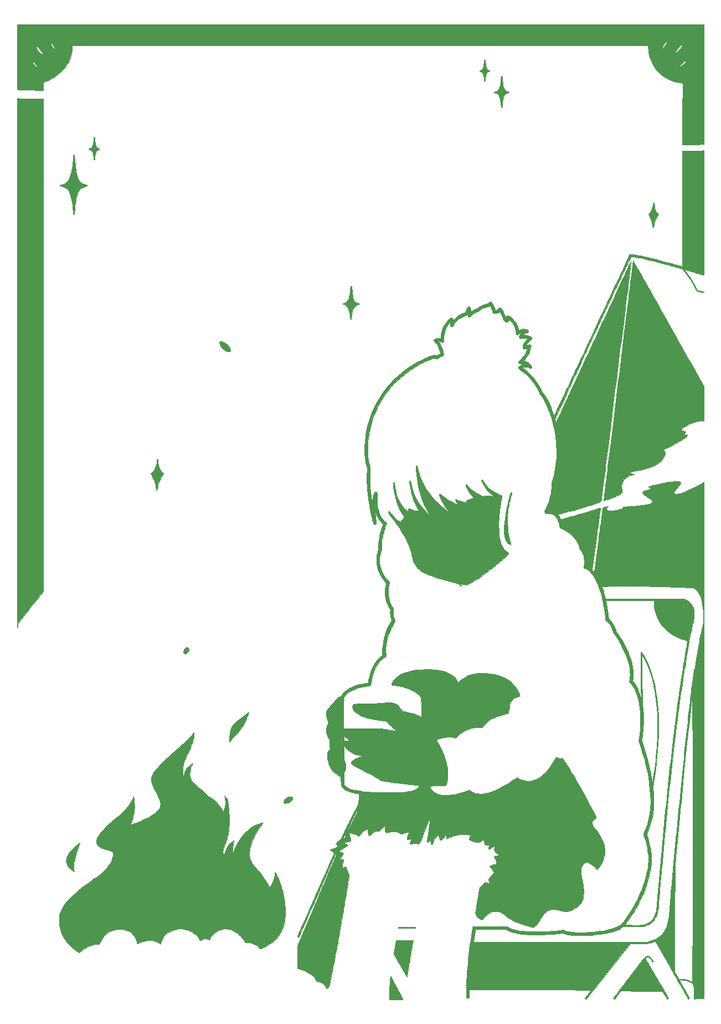
<source format=gts>
%TF.GenerationSoftware,KiCad,Pcbnew,(5.1.9)-1*%
%TF.CreationDate,2021-01-02T02:40:32-05:00*%
%TF.ProjectId,Rin3,52696e33-2e6b-4696-9361-645f70636258,rev?*%
%TF.SameCoordinates,Original*%
%TF.FileFunction,Soldermask,Top*%
%TF.FilePolarity,Negative*%
%FSLAX46Y46*%
G04 Gerber Fmt 4.6, Leading zero omitted, Abs format (unit mm)*
G04 Created by KiCad (PCBNEW (5.1.9)-1) date 2021-01-02 02:40:32*
%MOMM*%
%LPD*%
G01*
G04 APERTURE LIST*
%ADD10C,0.010000*%
G04 APERTURE END LIST*
D10*
%TO.C,G\u002A\u002A\u002A*%
G36*
X19014672Y69557940D02*
G01*
X19020054Y69550749D01*
X19026919Y69522240D01*
X19036101Y69459375D01*
X19046640Y69370004D01*
X19057571Y69261977D01*
X19063510Y69196207D01*
X19086904Y68958039D01*
X19113148Y68755585D01*
X19143312Y68582262D01*
X19178464Y68431488D01*
X19199766Y68357555D01*
X19255769Y68221971D01*
X19332809Y68119164D01*
X19437165Y68042942D01*
X19575113Y67987113D01*
X19575464Y67987006D01*
X19653721Y67962092D01*
X19699227Y67942794D01*
X19720073Y67923593D01*
X19724350Y67898969D01*
X19723214Y67886202D01*
X19714199Y67855734D01*
X19689797Y67831768D01*
X19641137Y67808295D01*
X19571239Y67783288D01*
X19486585Y67750562D01*
X19408057Y67713046D01*
X19355923Y67681095D01*
X19290156Y67613564D01*
X19232863Y67516552D01*
X19183362Y67387725D01*
X19140972Y67224749D01*
X19105012Y67025292D01*
X19074799Y66787019D01*
X19064409Y66682876D01*
X19053061Y66569703D01*
X19041670Y66470861D01*
X19031270Y66394331D01*
X19022896Y66348094D01*
X19019847Y66338917D01*
X18989237Y66320364D01*
X18954460Y66315167D01*
X18917175Y66323734D01*
X18898483Y66357320D01*
X18893303Y66383959D01*
X18886853Y66433396D01*
X18877653Y66512798D01*
X18867077Y66609994D01*
X18859238Y66685584D01*
X18836159Y66876174D01*
X18806923Y67059350D01*
X18773381Y67225591D01*
X18737380Y67365375D01*
X18712922Y67439176D01*
X18656812Y67560138D01*
X18587344Y67649644D01*
X18495111Y67716645D01*
X18370707Y67770093D01*
X18362083Y67773041D01*
X18278310Y67802732D01*
X18226907Y67825918D01*
X18199602Y67847943D01*
X18188122Y67874148D01*
X18186146Y67886670D01*
X18186153Y67920206D01*
X18202200Y67942380D01*
X18243624Y67961085D01*
X18291979Y67976122D01*
X18437323Y68031350D01*
X18551108Y68105094D01*
X18638796Y68203205D01*
X18705850Y68331536D01*
X18750252Y68467064D01*
X18789824Y68639172D01*
X18824801Y68839604D01*
X18853055Y69054420D01*
X18872344Y69267917D01*
X18880251Y69363464D01*
X18889724Y69447303D01*
X18899300Y69507603D01*
X18904356Y69527209D01*
X18934256Y69563324D01*
X18977041Y69574791D01*
X19014672Y69557940D01*
G37*
X19014672Y69557940D02*
X19020054Y69550749D01*
X19026919Y69522240D01*
X19036101Y69459375D01*
X19046640Y69370004D01*
X19057571Y69261977D01*
X19063510Y69196207D01*
X19086904Y68958039D01*
X19113148Y68755585D01*
X19143312Y68582262D01*
X19178464Y68431488D01*
X19199766Y68357555D01*
X19255769Y68221971D01*
X19332809Y68119164D01*
X19437165Y68042942D01*
X19575113Y67987113D01*
X19575464Y67987006D01*
X19653721Y67962092D01*
X19699227Y67942794D01*
X19720073Y67923593D01*
X19724350Y67898969D01*
X19723214Y67886202D01*
X19714199Y67855734D01*
X19689797Y67831768D01*
X19641137Y67808295D01*
X19571239Y67783288D01*
X19486585Y67750562D01*
X19408057Y67713046D01*
X19355923Y67681095D01*
X19290156Y67613564D01*
X19232863Y67516552D01*
X19183362Y67387725D01*
X19140972Y67224749D01*
X19105012Y67025292D01*
X19074799Y66787019D01*
X19064409Y66682876D01*
X19053061Y66569703D01*
X19041670Y66470861D01*
X19031270Y66394331D01*
X19022896Y66348094D01*
X19019847Y66338917D01*
X18989237Y66320364D01*
X18954460Y66315167D01*
X18917175Y66323734D01*
X18898483Y66357320D01*
X18893303Y66383959D01*
X18886853Y66433396D01*
X18877653Y66512798D01*
X18867077Y66609994D01*
X18859238Y66685584D01*
X18836159Y66876174D01*
X18806923Y67059350D01*
X18773381Y67225591D01*
X18737380Y67365375D01*
X18712922Y67439176D01*
X18656812Y67560138D01*
X18587344Y67649644D01*
X18495111Y67716645D01*
X18370707Y67770093D01*
X18362083Y67773041D01*
X18278310Y67802732D01*
X18226907Y67825918D01*
X18199602Y67847943D01*
X18188122Y67874148D01*
X18186146Y67886670D01*
X18186153Y67920206D01*
X18202200Y67942380D01*
X18243624Y67961085D01*
X18291979Y67976122D01*
X18437323Y68031350D01*
X18551108Y68105094D01*
X18638796Y68203205D01*
X18705850Y68331536D01*
X18750252Y68467064D01*
X18789824Y68639172D01*
X18824801Y68839604D01*
X18853055Y69054420D01*
X18872344Y69267917D01*
X18880251Y69363464D01*
X18889724Y69447303D01*
X18899300Y69507603D01*
X18904356Y69527209D01*
X18934256Y69563324D01*
X18977041Y69574791D01*
X19014672Y69557940D01*
G36*
X21637031Y66918417D02*
G01*
X21660997Y66657046D01*
X21682472Y66433105D01*
X21702078Y66241805D01*
X21720439Y66078358D01*
X21738178Y65937975D01*
X21755918Y65815867D01*
X21774282Y65707246D01*
X21793894Y65607324D01*
X21815376Y65511311D01*
X21825721Y65468500D01*
X21891472Y65252520D01*
X21972564Y65075497D01*
X22068881Y64937625D01*
X22180305Y64839095D01*
X22225000Y64812823D01*
X22279358Y64789110D01*
X22359976Y64759091D01*
X22452398Y64728045D01*
X22485537Y64717706D01*
X22573206Y64690179D01*
X22627585Y64669676D01*
X22656095Y64651614D01*
X22666157Y64631411D01*
X22665454Y64606614D01*
X22658403Y64580349D01*
X22639489Y64558815D01*
X22601184Y64537648D01*
X22535965Y64512486D01*
X22457050Y64485787D01*
X22318879Y64436416D01*
X22213108Y64388688D01*
X22130374Y64337319D01*
X22061314Y64277022D01*
X22032829Y64246280D01*
X21960748Y64143216D01*
X21895553Y64005494D01*
X21836971Y63831953D01*
X21784728Y63621434D01*
X21738552Y63372779D01*
X21698168Y63084827D01*
X21663304Y62756421D01*
X21652394Y62632167D01*
X21641871Y62521045D01*
X21630365Y62424070D01*
X21619037Y62349534D01*
X21609044Y62305728D01*
X21605782Y62298792D01*
X21568254Y62276144D01*
X21544410Y62272334D01*
X21506638Y62284356D01*
X21495299Y62298792D01*
X21490319Y62328018D01*
X21482205Y62391597D01*
X21471865Y62481740D01*
X21460206Y62590661D01*
X21452743Y62663917D01*
X21429016Y62877643D01*
X21400997Y63090433D01*
X21369960Y63294692D01*
X21337178Y63482824D01*
X21303924Y63647232D01*
X21271471Y63780322D01*
X21257796Y63826933D01*
X21192757Y64007964D01*
X21120442Y64152605D01*
X21034822Y64266781D01*
X20929863Y64356416D01*
X20799535Y64427435D01*
X20637807Y64485763D01*
X20566622Y64505897D01*
X20469740Y64538799D01*
X20415023Y64574111D01*
X20402411Y64611188D01*
X20431845Y64649390D01*
X20503265Y64688074D01*
X20586121Y64717565D01*
X20709093Y64760029D01*
X20818477Y64808922D01*
X20915388Y64866994D01*
X21000941Y64936994D01*
X21076252Y65021670D01*
X21142436Y65123772D01*
X21200607Y65246049D01*
X21251882Y65391248D01*
X21297376Y65562120D01*
X21338204Y65761413D01*
X21375482Y65991876D01*
X21410324Y66256257D01*
X21443846Y66557306D01*
X21477163Y66897772D01*
X21479079Y66918417D01*
X21494750Y67087750D01*
X21621750Y67087750D01*
X21637031Y66918417D01*
G37*
X21637031Y66918417D02*
X21660997Y66657046D01*
X21682472Y66433105D01*
X21702078Y66241805D01*
X21720439Y66078358D01*
X21738178Y65937975D01*
X21755918Y65815867D01*
X21774282Y65707246D01*
X21793894Y65607324D01*
X21815376Y65511311D01*
X21825721Y65468500D01*
X21891472Y65252520D01*
X21972564Y65075497D01*
X22068881Y64937625D01*
X22180305Y64839095D01*
X22225000Y64812823D01*
X22279358Y64789110D01*
X22359976Y64759091D01*
X22452398Y64728045D01*
X22485537Y64717706D01*
X22573206Y64690179D01*
X22627585Y64669676D01*
X22656095Y64651614D01*
X22666157Y64631411D01*
X22665454Y64606614D01*
X22658403Y64580349D01*
X22639489Y64558815D01*
X22601184Y64537648D01*
X22535965Y64512486D01*
X22457050Y64485787D01*
X22318879Y64436416D01*
X22213108Y64388688D01*
X22130374Y64337319D01*
X22061314Y64277022D01*
X22032829Y64246280D01*
X21960748Y64143216D01*
X21895553Y64005494D01*
X21836971Y63831953D01*
X21784728Y63621434D01*
X21738552Y63372779D01*
X21698168Y63084827D01*
X21663304Y62756421D01*
X21652394Y62632167D01*
X21641871Y62521045D01*
X21630365Y62424070D01*
X21619037Y62349534D01*
X21609044Y62305728D01*
X21605782Y62298792D01*
X21568254Y62276144D01*
X21544410Y62272334D01*
X21506638Y62284356D01*
X21495299Y62298792D01*
X21490319Y62328018D01*
X21482205Y62391597D01*
X21471865Y62481740D01*
X21460206Y62590661D01*
X21452743Y62663917D01*
X21429016Y62877643D01*
X21400997Y63090433D01*
X21369960Y63294692D01*
X21337178Y63482824D01*
X21303924Y63647232D01*
X21271471Y63780322D01*
X21257796Y63826933D01*
X21192757Y64007964D01*
X21120442Y64152605D01*
X21034822Y64266781D01*
X20929863Y64356416D01*
X20799535Y64427435D01*
X20637807Y64485763D01*
X20566622Y64505897D01*
X20469740Y64538799D01*
X20415023Y64574111D01*
X20402411Y64611188D01*
X20431845Y64649390D01*
X20503265Y64688074D01*
X20586121Y64717565D01*
X20709093Y64760029D01*
X20818477Y64808922D01*
X20915388Y64866994D01*
X21000941Y64936994D01*
X21076252Y65021670D01*
X21142436Y65123772D01*
X21200607Y65246049D01*
X21251882Y65391248D01*
X21297376Y65562120D01*
X21338204Y65761413D01*
X21375482Y65991876D01*
X21410324Y66256257D01*
X21443846Y66557306D01*
X21477163Y66897772D01*
X21479079Y66918417D01*
X21494750Y67087750D01*
X21621750Y67087750D01*
X21637031Y66918417D01*
G36*
X52514500Y56665761D02*
G01*
X52424542Y56654966D01*
X52387811Y56652711D01*
X52312650Y56649898D01*
X52202956Y56646618D01*
X52062627Y56642963D01*
X51895561Y56639024D01*
X51705655Y56634892D01*
X51496807Y56630659D01*
X51272916Y56626416D01*
X51037878Y56622254D01*
X51001083Y56621628D01*
X50759703Y56617407D01*
X50524998Y56613033D01*
X50301401Y56608606D01*
X50093342Y56604227D01*
X49905253Y56599995D01*
X49741564Y56596010D01*
X49606708Y56592371D01*
X49505116Y56589180D01*
X49441218Y56586535D01*
X49439273Y56586429D01*
X49210962Y56573773D01*
X49225761Y61291017D01*
X49240559Y66008260D01*
X48952586Y66046484D01*
X48432418Y66133865D01*
X47938188Y66254297D01*
X47470288Y66407456D01*
X47029111Y66593017D01*
X46615047Y66810656D01*
X46228490Y67060050D01*
X45869829Y67340872D01*
X45539458Y67652800D01*
X45237767Y67995509D01*
X44965148Y68368674D01*
X44925111Y68435081D01*
X48707213Y68435081D01*
X48720229Y68439721D01*
X48752324Y68457935D01*
X48809189Y68492599D01*
X48895000Y68545653D01*
X49081398Y68667309D01*
X49247673Y68788512D01*
X49391264Y68906621D01*
X49509610Y69018996D01*
X49600151Y69122997D01*
X49660327Y69215982D01*
X49687576Y69295313D01*
X49680578Y69355744D01*
X49643852Y69396036D01*
X49587519Y69398930D01*
X49511680Y69364494D01*
X49416435Y69292795D01*
X49301884Y69183901D01*
X49168128Y69037879D01*
X49112000Y68972330D01*
X49035191Y68879251D01*
X48954220Y68777849D01*
X48875392Y68676354D01*
X48805010Y68582992D01*
X48749379Y68505992D01*
X48715653Y68455022D01*
X48707585Y68441140D01*
X48707213Y68435081D01*
X44925111Y68435081D01*
X44721994Y68771971D01*
X44508695Y69205076D01*
X44325643Y69667664D01*
X44231522Y69955834D01*
X44139724Y70295282D01*
X44121624Y70379167D01*
X47893175Y70379167D01*
X47913561Y70391498D01*
X47960175Y70425087D01*
X48026122Y70474829D01*
X48104509Y70535618D01*
X48105841Y70536664D01*
X48363022Y70746016D01*
X48585855Y70943016D01*
X48773618Y71126856D01*
X48925586Y71296727D01*
X49041037Y71451821D01*
X49119247Y71591330D01*
X49159353Y71713693D01*
X49158938Y71788415D01*
X49131853Y71844905D01*
X49084429Y71874875D01*
X49036624Y71874323D01*
X48973304Y71843160D01*
X48891904Y71778705D01*
X48795407Y71684388D01*
X48686796Y71563640D01*
X48569053Y71419890D01*
X48445161Y71256569D01*
X48318102Y71077105D01*
X48233423Y70950667D01*
X48153876Y70827678D01*
X48079648Y70710049D01*
X48013748Y70602834D01*
X47959187Y70511090D01*
X47918973Y70439870D01*
X47896117Y70394229D01*
X47893175Y70379167D01*
X44121624Y70379167D01*
X44061864Y70656119D01*
X44000952Y71021768D01*
X43979785Y71204667D01*
X45992772Y71204667D01*
X45997157Y71195332D01*
X46024859Y71213601D01*
X46071627Y71254949D01*
X46133213Y71314853D01*
X46205368Y71388787D01*
X46283841Y71472227D01*
X46364385Y71560648D01*
X46442750Y71649526D01*
X46514686Y71734336D01*
X46575945Y71810554D01*
X46622277Y71873654D01*
X46625436Y71878336D01*
X46714009Y72024187D01*
X46770480Y72148478D01*
X46794330Y72249785D01*
X46786968Y72321593D01*
X46763040Y72365429D01*
X46739488Y72385344D01*
X46706672Y72375814D01*
X46656712Y72336189D01*
X46594755Y72272364D01*
X46525948Y72190234D01*
X46455435Y72095695D01*
X46388364Y71994641D01*
X46365614Y71957059D01*
X46313080Y71863959D01*
X46252757Y71750931D01*
X46189248Y71627264D01*
X46127156Y71502248D01*
X46071087Y71385174D01*
X46025643Y71285333D01*
X45995428Y71212013D01*
X45992772Y71204667D01*
X43979785Y71204667D01*
X43959997Y71375649D01*
X43950121Y71506292D01*
X43935765Y71733834D01*
X-44090167Y71733834D01*
X-44090193Y71548625D01*
X-44094502Y71413684D01*
X-44106486Y71249710D01*
X-44124776Y71069029D01*
X-44148005Y70883966D01*
X-44174805Y70706844D01*
X-44197678Y70580250D01*
X-44310228Y70116751D01*
X-44461086Y69670890D01*
X-44649719Y69243471D01*
X-44875593Y68835297D01*
X-45138175Y68447172D01*
X-45436931Y68079900D01*
X-45771327Y67734284D01*
X-46140830Y67411129D01*
X-46463699Y67167656D01*
X-46807083Y66942902D01*
X-47180281Y66730744D01*
X-47571296Y66537155D01*
X-47968130Y66368109D01*
X-48328792Y66239155D01*
X-48514000Y66179442D01*
X-48514000Y65538221D01*
X-48514141Y65356304D01*
X-48514734Y65212321D01*
X-48516033Y65101874D01*
X-48518292Y65020563D01*
X-48521765Y64963991D01*
X-48526707Y64927759D01*
X-48533371Y64907468D01*
X-48542011Y64898719D01*
X-48551042Y64897072D01*
X-48577201Y64897761D01*
X-48642634Y64899741D01*
X-48744305Y64902914D01*
X-48879179Y64907183D01*
X-49044219Y64912450D01*
X-49236390Y64918618D01*
X-49452654Y64925590D01*
X-49689977Y64933268D01*
X-49945321Y64941555D01*
X-50215652Y64950352D01*
X-50497932Y64959564D01*
X-50524833Y64960443D01*
X-50807512Y64969677D01*
X-51078126Y64978510D01*
X-51333682Y64986842D01*
X-51571189Y64994579D01*
X-51787653Y65001621D01*
X-51980082Y65007872D01*
X-52145484Y65013235D01*
X-52280866Y65017613D01*
X-52383235Y65020908D01*
X-52449598Y65023023D01*
X-52476964Y65023861D01*
X-52477458Y65023871D01*
X-52478912Y65044742D01*
X-52480329Y65106099D01*
X-52481704Y65206097D01*
X-52483032Y65342887D01*
X-52484307Y65514625D01*
X-52485522Y65719462D01*
X-52486672Y65955553D01*
X-52487750Y66221050D01*
X-52488752Y66514107D01*
X-52489671Y66832878D01*
X-52490501Y67175515D01*
X-52491236Y67540172D01*
X-52491871Y67925002D01*
X-52492400Y68328158D01*
X-52492816Y68747795D01*
X-52493096Y69156309D01*
X-50143833Y69156309D01*
X-50126574Y69083670D01*
X-50077827Y68995527D01*
X-50002144Y68898592D01*
X-49904075Y68799576D01*
X-49898667Y68794692D01*
X-49845116Y68750013D01*
X-49771749Y68693494D01*
X-49684968Y68629553D01*
X-49591172Y68562608D01*
X-49496763Y68497076D01*
X-49408141Y68437376D01*
X-49331706Y68387925D01*
X-49273858Y68353140D01*
X-49240999Y68337440D01*
X-49236277Y68337501D01*
X-49245118Y68356618D01*
X-49275584Y68403084D01*
X-49323403Y68470763D01*
X-49384304Y68553514D01*
X-49413931Y68592837D01*
X-49542304Y68755593D01*
X-49663971Y68897389D01*
X-49776740Y69016533D01*
X-49878420Y69111333D01*
X-49966820Y69180098D01*
X-50039747Y69221135D01*
X-50095010Y69232753D01*
X-50130418Y69213261D01*
X-50143780Y69160966D01*
X-50143833Y69156309D01*
X-52493096Y69156309D01*
X-52493114Y69182064D01*
X-52493288Y69629121D01*
X-52493333Y70008750D01*
X-52493333Y71532820D01*
X-49635833Y71532820D01*
X-49617211Y71427584D01*
X-49562270Y71304775D01*
X-49472401Y71166063D01*
X-49348993Y71013117D01*
X-49193437Y70847604D01*
X-49007122Y70671194D01*
X-48791437Y70485555D01*
X-48705068Y70415343D01*
X-48612065Y70341110D01*
X-48531173Y70277078D01*
X-48467881Y70227548D01*
X-48427676Y70196821D01*
X-48415821Y70188667D01*
X-48422465Y70205374D01*
X-48445843Y70249463D01*
X-48481130Y70311884D01*
X-48486390Y70320959D01*
X-48605304Y70518503D01*
X-48728856Y70710844D01*
X-48854126Y70894303D01*
X-48978196Y71065203D01*
X-49098145Y71219865D01*
X-49211055Y71354611D01*
X-49314006Y71465764D01*
X-49404078Y71549646D01*
X-49478353Y71602578D01*
X-49516346Y71618538D01*
X-49579736Y71618088D01*
X-49622256Y71585030D01*
X-49635833Y71532820D01*
X-52493333Y71532820D01*
X-52493333Y72042046D01*
X-47348373Y72042046D01*
X-47347430Y71965783D01*
X-47316540Y71867421D01*
X-47256881Y71749589D01*
X-47169631Y71614917D01*
X-47055971Y71466035D01*
X-47014649Y71416334D01*
X-46967300Y71362168D01*
X-46905743Y71294180D01*
X-46835983Y71218706D01*
X-46764024Y71142084D01*
X-46695868Y71070653D01*
X-46637519Y71010750D01*
X-46594981Y70968713D01*
X-46574258Y70950880D01*
X-46573535Y70950667D01*
X-46577790Y70967976D01*
X-46594119Y71011303D01*
X-46601760Y71030042D01*
X-46624104Y71080739D01*
X-46659919Y71158489D01*
X-46704092Y71252312D01*
X-46747167Y71342250D01*
X-46845201Y71536257D01*
X-46939554Y71705648D01*
X-47028499Y71848149D01*
X-47110307Y71961486D01*
X-47183250Y72043386D01*
X-47245601Y72091574D01*
X-47295630Y72103777D01*
X-47318189Y72093579D01*
X-47348373Y72042046D01*
X-52493333Y72042046D01*
X-52493333Y74993500D01*
X52514500Y74993500D01*
X52514500Y56665761D01*
G37*
X52514500Y56665761D02*
X52424542Y56654966D01*
X52387811Y56652711D01*
X52312650Y56649898D01*
X52202956Y56646618D01*
X52062627Y56642963D01*
X51895561Y56639024D01*
X51705655Y56634892D01*
X51496807Y56630659D01*
X51272916Y56626416D01*
X51037878Y56622254D01*
X51001083Y56621628D01*
X50759703Y56617407D01*
X50524998Y56613033D01*
X50301401Y56608606D01*
X50093342Y56604227D01*
X49905253Y56599995D01*
X49741564Y56596010D01*
X49606708Y56592371D01*
X49505116Y56589180D01*
X49441218Y56586535D01*
X49439273Y56586429D01*
X49210962Y56573773D01*
X49225761Y61291017D01*
X49240559Y66008260D01*
X48952586Y66046484D01*
X48432418Y66133865D01*
X47938188Y66254297D01*
X47470288Y66407456D01*
X47029111Y66593017D01*
X46615047Y66810656D01*
X46228490Y67060050D01*
X45869829Y67340872D01*
X45539458Y67652800D01*
X45237767Y67995509D01*
X44965148Y68368674D01*
X44925111Y68435081D01*
X48707213Y68435081D01*
X48720229Y68439721D01*
X48752324Y68457935D01*
X48809189Y68492599D01*
X48895000Y68545653D01*
X49081398Y68667309D01*
X49247673Y68788512D01*
X49391264Y68906621D01*
X49509610Y69018996D01*
X49600151Y69122997D01*
X49660327Y69215982D01*
X49687576Y69295313D01*
X49680578Y69355744D01*
X49643852Y69396036D01*
X49587519Y69398930D01*
X49511680Y69364494D01*
X49416435Y69292795D01*
X49301884Y69183901D01*
X49168128Y69037879D01*
X49112000Y68972330D01*
X49035191Y68879251D01*
X48954220Y68777849D01*
X48875392Y68676354D01*
X48805010Y68582992D01*
X48749379Y68505992D01*
X48715653Y68455022D01*
X48707585Y68441140D01*
X48707213Y68435081D01*
X44925111Y68435081D01*
X44721994Y68771971D01*
X44508695Y69205076D01*
X44325643Y69667664D01*
X44231522Y69955834D01*
X44139724Y70295282D01*
X44121624Y70379167D01*
X47893175Y70379167D01*
X47913561Y70391498D01*
X47960175Y70425087D01*
X48026122Y70474829D01*
X48104509Y70535618D01*
X48105841Y70536664D01*
X48363022Y70746016D01*
X48585855Y70943016D01*
X48773618Y71126856D01*
X48925586Y71296727D01*
X49041037Y71451821D01*
X49119247Y71591330D01*
X49159353Y71713693D01*
X49158938Y71788415D01*
X49131853Y71844905D01*
X49084429Y71874875D01*
X49036624Y71874323D01*
X48973304Y71843160D01*
X48891904Y71778705D01*
X48795407Y71684388D01*
X48686796Y71563640D01*
X48569053Y71419890D01*
X48445161Y71256569D01*
X48318102Y71077105D01*
X48233423Y70950667D01*
X48153876Y70827678D01*
X48079648Y70710049D01*
X48013748Y70602834D01*
X47959187Y70511090D01*
X47918973Y70439870D01*
X47896117Y70394229D01*
X47893175Y70379167D01*
X44121624Y70379167D01*
X44061864Y70656119D01*
X44000952Y71021768D01*
X43979785Y71204667D01*
X45992772Y71204667D01*
X45997157Y71195332D01*
X46024859Y71213601D01*
X46071627Y71254949D01*
X46133213Y71314853D01*
X46205368Y71388787D01*
X46283841Y71472227D01*
X46364385Y71560648D01*
X46442750Y71649526D01*
X46514686Y71734336D01*
X46575945Y71810554D01*
X46622277Y71873654D01*
X46625436Y71878336D01*
X46714009Y72024187D01*
X46770480Y72148478D01*
X46794330Y72249785D01*
X46786968Y72321593D01*
X46763040Y72365429D01*
X46739488Y72385344D01*
X46706672Y72375814D01*
X46656712Y72336189D01*
X46594755Y72272364D01*
X46525948Y72190234D01*
X46455435Y72095695D01*
X46388364Y71994641D01*
X46365614Y71957059D01*
X46313080Y71863959D01*
X46252757Y71750931D01*
X46189248Y71627264D01*
X46127156Y71502248D01*
X46071087Y71385174D01*
X46025643Y71285333D01*
X45995428Y71212013D01*
X45992772Y71204667D01*
X43979785Y71204667D01*
X43959997Y71375649D01*
X43950121Y71506292D01*
X43935765Y71733834D01*
X-44090167Y71733834D01*
X-44090193Y71548625D01*
X-44094502Y71413684D01*
X-44106486Y71249710D01*
X-44124776Y71069029D01*
X-44148005Y70883966D01*
X-44174805Y70706844D01*
X-44197678Y70580250D01*
X-44310228Y70116751D01*
X-44461086Y69670890D01*
X-44649719Y69243471D01*
X-44875593Y68835297D01*
X-45138175Y68447172D01*
X-45436931Y68079900D01*
X-45771327Y67734284D01*
X-46140830Y67411129D01*
X-46463699Y67167656D01*
X-46807083Y66942902D01*
X-47180281Y66730744D01*
X-47571296Y66537155D01*
X-47968130Y66368109D01*
X-48328792Y66239155D01*
X-48514000Y66179442D01*
X-48514000Y65538221D01*
X-48514141Y65356304D01*
X-48514734Y65212321D01*
X-48516033Y65101874D01*
X-48518292Y65020563D01*
X-48521765Y64963991D01*
X-48526707Y64927759D01*
X-48533371Y64907468D01*
X-48542011Y64898719D01*
X-48551042Y64897072D01*
X-48577201Y64897761D01*
X-48642634Y64899741D01*
X-48744305Y64902914D01*
X-48879179Y64907183D01*
X-49044219Y64912450D01*
X-49236390Y64918618D01*
X-49452654Y64925590D01*
X-49689977Y64933268D01*
X-49945321Y64941555D01*
X-50215652Y64950352D01*
X-50497932Y64959564D01*
X-50524833Y64960443D01*
X-50807512Y64969677D01*
X-51078126Y64978510D01*
X-51333682Y64986842D01*
X-51571189Y64994579D01*
X-51787653Y65001621D01*
X-51980082Y65007872D01*
X-52145484Y65013235D01*
X-52280866Y65017613D01*
X-52383235Y65020908D01*
X-52449598Y65023023D01*
X-52476964Y65023861D01*
X-52477458Y65023871D01*
X-52478912Y65044742D01*
X-52480329Y65106099D01*
X-52481704Y65206097D01*
X-52483032Y65342887D01*
X-52484307Y65514625D01*
X-52485522Y65719462D01*
X-52486672Y65955553D01*
X-52487750Y66221050D01*
X-52488752Y66514107D01*
X-52489671Y66832878D01*
X-52490501Y67175515D01*
X-52491236Y67540172D01*
X-52491871Y67925002D01*
X-52492400Y68328158D01*
X-52492816Y68747795D01*
X-52493096Y69156309D01*
X-50143833Y69156309D01*
X-50126574Y69083670D01*
X-50077827Y68995527D01*
X-50002144Y68898592D01*
X-49904075Y68799576D01*
X-49898667Y68794692D01*
X-49845116Y68750013D01*
X-49771749Y68693494D01*
X-49684968Y68629553D01*
X-49591172Y68562608D01*
X-49496763Y68497076D01*
X-49408141Y68437376D01*
X-49331706Y68387925D01*
X-49273858Y68353140D01*
X-49240999Y68337440D01*
X-49236277Y68337501D01*
X-49245118Y68356618D01*
X-49275584Y68403084D01*
X-49323403Y68470763D01*
X-49384304Y68553514D01*
X-49413931Y68592837D01*
X-49542304Y68755593D01*
X-49663971Y68897389D01*
X-49776740Y69016533D01*
X-49878420Y69111333D01*
X-49966820Y69180098D01*
X-50039747Y69221135D01*
X-50095010Y69232753D01*
X-50130418Y69213261D01*
X-50143780Y69160966D01*
X-50143833Y69156309D01*
X-52493096Y69156309D01*
X-52493114Y69182064D01*
X-52493288Y69629121D01*
X-52493333Y70008750D01*
X-52493333Y71532820D01*
X-49635833Y71532820D01*
X-49617211Y71427584D01*
X-49562270Y71304775D01*
X-49472401Y71166063D01*
X-49348993Y71013117D01*
X-49193437Y70847604D01*
X-49007122Y70671194D01*
X-48791437Y70485555D01*
X-48705068Y70415343D01*
X-48612065Y70341110D01*
X-48531173Y70277078D01*
X-48467881Y70227548D01*
X-48427676Y70196821D01*
X-48415821Y70188667D01*
X-48422465Y70205374D01*
X-48445843Y70249463D01*
X-48481130Y70311884D01*
X-48486390Y70320959D01*
X-48605304Y70518503D01*
X-48728856Y70710844D01*
X-48854126Y70894303D01*
X-48978196Y71065203D01*
X-49098145Y71219865D01*
X-49211055Y71354611D01*
X-49314006Y71465764D01*
X-49404078Y71549646D01*
X-49478353Y71602578D01*
X-49516346Y71618538D01*
X-49579736Y71618088D01*
X-49622256Y71585030D01*
X-49635833Y71532820D01*
X-52493333Y71532820D01*
X-52493333Y72042046D01*
X-47348373Y72042046D01*
X-47347430Y71965783D01*
X-47316540Y71867421D01*
X-47256881Y71749589D01*
X-47169631Y71614917D01*
X-47055971Y71466035D01*
X-47014649Y71416334D01*
X-46967300Y71362168D01*
X-46905743Y71294180D01*
X-46835983Y71218706D01*
X-46764024Y71142084D01*
X-46695868Y71070653D01*
X-46637519Y71010750D01*
X-46594981Y70968713D01*
X-46574258Y70950880D01*
X-46573535Y70950667D01*
X-46577790Y70967976D01*
X-46594119Y71011303D01*
X-46601760Y71030042D01*
X-46624104Y71080739D01*
X-46659919Y71158489D01*
X-46704092Y71252312D01*
X-46747167Y71342250D01*
X-46845201Y71536257D01*
X-46939554Y71705648D01*
X-47028499Y71848149D01*
X-47110307Y71961486D01*
X-47183250Y72043386D01*
X-47245601Y72091574D01*
X-47295630Y72103777D01*
X-47318189Y72093579D01*
X-47348373Y72042046D01*
X-52493333Y72042046D01*
X-52493333Y74993500D01*
X52514500Y74993500D01*
X52514500Y56665761D01*
G36*
X-40692382Y57736142D02*
G01*
X-40673894Y57724969D01*
X-40668399Y57698968D01*
X-40660070Y57638106D01*
X-40649773Y57549692D01*
X-40638370Y57441035D01*
X-40629482Y57349261D01*
X-40606176Y57120898D01*
X-40581916Y56927817D01*
X-40555525Y56762966D01*
X-40525822Y56619293D01*
X-40491631Y56489749D01*
X-40478880Y56448006D01*
X-40427676Y56315897D01*
X-40364376Y56217529D01*
X-40280595Y56144473D01*
X-40167950Y56088298D01*
X-40096254Y56063297D01*
X-40014534Y56036490D01*
X-39965325Y56015904D01*
X-39940459Y55996047D01*
X-39931767Y55971426D01*
X-39930917Y55952136D01*
X-39935074Y55917243D01*
X-39954075Y55893828D01*
X-39997714Y55873994D01*
X-40047333Y55858261D01*
X-40165260Y55816755D01*
X-40267221Y55769012D01*
X-40342890Y55720228D01*
X-40367659Y55697045D01*
X-40422270Y55619656D01*
X-40470662Y55517265D01*
X-40513539Y55386940D01*
X-40551604Y55225753D01*
X-40585561Y55030774D01*
X-40616112Y54799073D01*
X-40641226Y54557269D01*
X-40651226Y54457507D01*
X-40660907Y54373384D01*
X-40669165Y54313739D01*
X-40674896Y54287410D01*
X-40674906Y54287394D01*
X-40705257Y54272338D01*
X-40749992Y54277287D01*
X-40783933Y54296734D01*
X-40801771Y54334577D01*
X-40809332Y54390338D01*
X-40809333Y54391174D01*
X-40812912Y54459037D01*
X-40822722Y54558774D01*
X-40837370Y54680619D01*
X-40855466Y54814806D01*
X-40875618Y54951567D01*
X-40896434Y55081135D01*
X-40916524Y55193745D01*
X-40934496Y55279629D01*
X-40937851Y55293276D01*
X-40987294Y55457725D01*
X-41044824Y55586134D01*
X-41115582Y55684693D01*
X-41204714Y55759592D01*
X-41317361Y55817022D01*
X-41396281Y55845013D01*
X-41484610Y55875457D01*
X-41538041Y55901269D01*
X-41563198Y55926050D01*
X-41567063Y55937846D01*
X-41565600Y55970637D01*
X-41545383Y55997806D01*
X-41499789Y56024012D01*
X-41422194Y56053918D01*
X-41383480Y56067043D01*
X-41247331Y56124167D01*
X-41144401Y56196300D01*
X-41066548Y56289445D01*
X-41053976Y56309916D01*
X-41007335Y56410987D01*
X-40962872Y56548934D01*
X-40921687Y56718314D01*
X-40884877Y56913685D01*
X-40853544Y57129602D01*
X-40828787Y57360622D01*
X-40820126Y57467500D01*
X-40811314Y57579861D01*
X-40802837Y57656669D01*
X-40792644Y57704637D01*
X-40778685Y57730478D01*
X-40758909Y57740907D01*
X-40736096Y57742667D01*
X-40692382Y57736142D01*
G37*
X-40692382Y57736142D02*
X-40673894Y57724969D01*
X-40668399Y57698968D01*
X-40660070Y57638106D01*
X-40649773Y57549692D01*
X-40638370Y57441035D01*
X-40629482Y57349261D01*
X-40606176Y57120898D01*
X-40581916Y56927817D01*
X-40555525Y56762966D01*
X-40525822Y56619293D01*
X-40491631Y56489749D01*
X-40478880Y56448006D01*
X-40427676Y56315897D01*
X-40364376Y56217529D01*
X-40280595Y56144473D01*
X-40167950Y56088298D01*
X-40096254Y56063297D01*
X-40014534Y56036490D01*
X-39965325Y56015904D01*
X-39940459Y55996047D01*
X-39931767Y55971426D01*
X-39930917Y55952136D01*
X-39935074Y55917243D01*
X-39954075Y55893828D01*
X-39997714Y55873994D01*
X-40047333Y55858261D01*
X-40165260Y55816755D01*
X-40267221Y55769012D01*
X-40342890Y55720228D01*
X-40367659Y55697045D01*
X-40422270Y55619656D01*
X-40470662Y55517265D01*
X-40513539Y55386940D01*
X-40551604Y55225753D01*
X-40585561Y55030774D01*
X-40616112Y54799073D01*
X-40641226Y54557269D01*
X-40651226Y54457507D01*
X-40660907Y54373384D01*
X-40669165Y54313739D01*
X-40674896Y54287410D01*
X-40674906Y54287394D01*
X-40705257Y54272338D01*
X-40749992Y54277287D01*
X-40783933Y54296734D01*
X-40801771Y54334577D01*
X-40809332Y54390338D01*
X-40809333Y54391174D01*
X-40812912Y54459037D01*
X-40822722Y54558774D01*
X-40837370Y54680619D01*
X-40855466Y54814806D01*
X-40875618Y54951567D01*
X-40896434Y55081135D01*
X-40916524Y55193745D01*
X-40934496Y55279629D01*
X-40937851Y55293276D01*
X-40987294Y55457725D01*
X-41044824Y55586134D01*
X-41115582Y55684693D01*
X-41204714Y55759592D01*
X-41317361Y55817022D01*
X-41396281Y55845013D01*
X-41484610Y55875457D01*
X-41538041Y55901269D01*
X-41563198Y55926050D01*
X-41567063Y55937846D01*
X-41565600Y55970637D01*
X-41545383Y55997806D01*
X-41499789Y56024012D01*
X-41422194Y56053918D01*
X-41383480Y56067043D01*
X-41247331Y56124167D01*
X-41144401Y56196300D01*
X-41066548Y56289445D01*
X-41053976Y56309916D01*
X-41007335Y56410987D01*
X-40962872Y56548934D01*
X-40921687Y56718314D01*
X-40884877Y56913685D01*
X-40853544Y57129602D01*
X-40828787Y57360622D01*
X-40820126Y57467500D01*
X-40811314Y57579861D01*
X-40802837Y57656669D01*
X-40792644Y57704637D01*
X-40778685Y57730478D01*
X-40758909Y57740907D01*
X-40736096Y57742667D01*
X-40692382Y57736142D01*
G36*
X-43827831Y55092713D02*
G01*
X-43809650Y55077392D01*
X-43794363Y55046435D01*
X-43781076Y54995405D01*
X-43768897Y54919866D01*
X-43756934Y54815381D01*
X-43744293Y54677513D01*
X-43730084Y54501826D01*
X-43730064Y54501568D01*
X-43689775Y54021046D01*
X-43646785Y53581017D01*
X-43600618Y53179699D01*
X-43550798Y52815310D01*
X-43496849Y52486066D01*
X-43438295Y52190188D01*
X-43374659Y51925891D01*
X-43305467Y51691395D01*
X-43230240Y51484916D01*
X-43148505Y51304674D01*
X-43059783Y51148885D01*
X-42963600Y51015768D01*
X-42859480Y50903541D01*
X-42746945Y50810422D01*
X-42743275Y50807791D01*
X-42656038Y50750264D01*
X-42563065Y50699648D01*
X-42456467Y50652654D01*
X-42328359Y50605991D01*
X-42170853Y50556369D01*
X-42070293Y50527039D01*
X-41958846Y50494658D01*
X-41881762Y50470230D01*
X-41832529Y50450695D01*
X-41804634Y50432992D01*
X-41791564Y50414062D01*
X-41787160Y50393993D01*
X-41786523Y50372980D01*
X-41794120Y50355502D01*
X-41815731Y50338654D01*
X-41857140Y50319535D01*
X-41924128Y50295243D01*
X-42022476Y50262874D01*
X-42094077Y50239923D01*
X-42295427Y50172360D01*
X-42461738Y50108641D01*
X-42599673Y50045335D01*
X-42715898Y49979013D01*
X-42817076Y49906245D01*
X-42909872Y49823602D01*
X-42917355Y49816241D01*
X-43035004Y49684909D01*
X-43137379Y49537111D01*
X-43227351Y49367071D01*
X-43307791Y49169014D01*
X-43381569Y48937162D01*
X-43414489Y48815919D01*
X-43466789Y48591740D01*
X-43517691Y48329195D01*
X-43566644Y48032240D01*
X-43613097Y47704833D01*
X-43656499Y47350934D01*
X-43696301Y46974498D01*
X-43731951Y46579485D01*
X-43740694Y46471417D01*
X-43751348Y46340798D01*
X-43761532Y46223862D01*
X-43770598Y46127457D01*
X-43777896Y46058429D01*
X-43782777Y46023623D01*
X-43783312Y46021625D01*
X-43809696Y45999123D01*
X-43852705Y45996338D01*
X-43892445Y46011576D01*
X-43907706Y46032209D01*
X-43913097Y46064715D01*
X-43921251Y46131737D01*
X-43931336Y46225608D01*
X-43942522Y46338664D01*
X-43951875Y46439667D01*
X-44001617Y46941628D01*
X-44057139Y47404805D01*
X-44118355Y47828758D01*
X-44185178Y48213047D01*
X-44257521Y48557233D01*
X-44335296Y48860876D01*
X-44418417Y49123535D01*
X-44506798Y49344771D01*
X-44539581Y49413584D01*
X-44625215Y49569626D01*
X-44717340Y49704508D01*
X-44820577Y49821326D01*
X-44939547Y49923177D01*
X-45078873Y50013156D01*
X-45243175Y50094360D01*
X-45437075Y50169886D01*
X-45665195Y50242831D01*
X-45857583Y50296656D01*
X-45921783Y50316993D01*
X-45955105Y50338987D01*
X-45968489Y50370872D01*
X-45969988Y50381237D01*
X-45970988Y50404045D01*
X-45963815Y50422302D01*
X-45942358Y50439199D01*
X-45900508Y50457926D01*
X-45832155Y50481673D01*
X-45731191Y50513631D01*
X-45694821Y50524927D01*
X-45444322Y50610707D01*
X-45231008Y50702765D01*
X-45049790Y50805143D01*
X-44895580Y50921885D01*
X-44763290Y51057033D01*
X-44647829Y51214628D01*
X-44544110Y51398714D01*
X-44512401Y51464235D01*
X-44425661Y51676079D01*
X-44344244Y51929228D01*
X-44268279Y52222976D01*
X-44197893Y52556615D01*
X-44133215Y52929438D01*
X-44074373Y53340738D01*
X-44021495Y53789806D01*
X-43974709Y54275935D01*
X-43951756Y54557084D01*
X-43938258Y54724829D01*
X-43926104Y54854815D01*
X-43914443Y54951558D01*
X-43902419Y55019574D01*
X-43889181Y55063382D01*
X-43873876Y55087496D01*
X-43855649Y55096435D01*
X-43849796Y55096834D01*
X-43827831Y55092713D01*
G37*
X-43827831Y55092713D02*
X-43809650Y55077392D01*
X-43794363Y55046435D01*
X-43781076Y54995405D01*
X-43768897Y54919866D01*
X-43756934Y54815381D01*
X-43744293Y54677513D01*
X-43730084Y54501826D01*
X-43730064Y54501568D01*
X-43689775Y54021046D01*
X-43646785Y53581017D01*
X-43600618Y53179699D01*
X-43550798Y52815310D01*
X-43496849Y52486066D01*
X-43438295Y52190188D01*
X-43374659Y51925891D01*
X-43305467Y51691395D01*
X-43230240Y51484916D01*
X-43148505Y51304674D01*
X-43059783Y51148885D01*
X-42963600Y51015768D01*
X-42859480Y50903541D01*
X-42746945Y50810422D01*
X-42743275Y50807791D01*
X-42656038Y50750264D01*
X-42563065Y50699648D01*
X-42456467Y50652654D01*
X-42328359Y50605991D01*
X-42170853Y50556369D01*
X-42070293Y50527039D01*
X-41958846Y50494658D01*
X-41881762Y50470230D01*
X-41832529Y50450695D01*
X-41804634Y50432992D01*
X-41791564Y50414062D01*
X-41787160Y50393993D01*
X-41786523Y50372980D01*
X-41794120Y50355502D01*
X-41815731Y50338654D01*
X-41857140Y50319535D01*
X-41924128Y50295243D01*
X-42022476Y50262874D01*
X-42094077Y50239923D01*
X-42295427Y50172360D01*
X-42461738Y50108641D01*
X-42599673Y50045335D01*
X-42715898Y49979013D01*
X-42817076Y49906245D01*
X-42909872Y49823602D01*
X-42917355Y49816241D01*
X-43035004Y49684909D01*
X-43137379Y49537111D01*
X-43227351Y49367071D01*
X-43307791Y49169014D01*
X-43381569Y48937162D01*
X-43414489Y48815919D01*
X-43466789Y48591740D01*
X-43517691Y48329195D01*
X-43566644Y48032240D01*
X-43613097Y47704833D01*
X-43656499Y47350934D01*
X-43696301Y46974498D01*
X-43731951Y46579485D01*
X-43740694Y46471417D01*
X-43751348Y46340798D01*
X-43761532Y46223862D01*
X-43770598Y46127457D01*
X-43777896Y46058429D01*
X-43782777Y46023623D01*
X-43783312Y46021625D01*
X-43809696Y45999123D01*
X-43852705Y45996338D01*
X-43892445Y46011576D01*
X-43907706Y46032209D01*
X-43913097Y46064715D01*
X-43921251Y46131737D01*
X-43931336Y46225608D01*
X-43942522Y46338664D01*
X-43951875Y46439667D01*
X-44001617Y46941628D01*
X-44057139Y47404805D01*
X-44118355Y47828758D01*
X-44185178Y48213047D01*
X-44257521Y48557233D01*
X-44335296Y48860876D01*
X-44418417Y49123535D01*
X-44506798Y49344771D01*
X-44539581Y49413584D01*
X-44625215Y49569626D01*
X-44717340Y49704508D01*
X-44820577Y49821326D01*
X-44939547Y49923177D01*
X-45078873Y50013156D01*
X-45243175Y50094360D01*
X-45437075Y50169886D01*
X-45665195Y50242831D01*
X-45857583Y50296656D01*
X-45921783Y50316993D01*
X-45955105Y50338987D01*
X-45968489Y50370872D01*
X-45969988Y50381237D01*
X-45970988Y50404045D01*
X-45963815Y50422302D01*
X-45942358Y50439199D01*
X-45900508Y50457926D01*
X-45832155Y50481673D01*
X-45731191Y50513631D01*
X-45694821Y50524927D01*
X-45444322Y50610707D01*
X-45231008Y50702765D01*
X-45049790Y50805143D01*
X-44895580Y50921885D01*
X-44763290Y51057033D01*
X-44647829Y51214628D01*
X-44544110Y51398714D01*
X-44512401Y51464235D01*
X-44425661Y51676079D01*
X-44344244Y51929228D01*
X-44268279Y52222976D01*
X-44197893Y52556615D01*
X-44133215Y52929438D01*
X-44074373Y53340738D01*
X-44021495Y53789806D01*
X-43974709Y54275935D01*
X-43951756Y54557084D01*
X-43938258Y54724829D01*
X-43926104Y54854815D01*
X-43914443Y54951558D01*
X-43902419Y55019574D01*
X-43889181Y55063382D01*
X-43873876Y55087496D01*
X-43855649Y55096435D01*
X-43849796Y55096834D01*
X-43827831Y55092713D01*
G36*
X44823460Y47748447D02*
G01*
X44842420Y47739386D01*
X44855700Y47715559D01*
X44865337Y47669091D01*
X44873371Y47592104D01*
X44877396Y47540087D01*
X44912025Y47227062D01*
X44968456Y46947732D01*
X45047911Y46698798D01*
X45151614Y46476961D01*
X45280788Y46278921D01*
X45394657Y46144515D01*
X45458629Y46073823D01*
X45509898Y46012050D01*
X45542350Y45966889D01*
X45550667Y45948278D01*
X45536195Y45914391D01*
X45500813Y45871744D01*
X45495392Y45866565D01*
X45399504Y45758368D01*
X45302763Y45613136D01*
X45207342Y45436060D01*
X45115416Y45232331D01*
X45029158Y45007138D01*
X44950744Y44765672D01*
X44882345Y44513124D01*
X44831152Y44280667D01*
X44806481Y44161152D01*
X44785547Y44077671D01*
X44766042Y44024360D01*
X44745660Y43995353D01*
X44722093Y43984787D01*
X44714583Y43984334D01*
X44678993Y43999443D01*
X44667689Y44010792D01*
X44657185Y44041008D01*
X44643293Y44104225D01*
X44627764Y44191424D01*
X44612348Y44293587D01*
X44611219Y44301795D01*
X44559235Y44604136D01*
X44488193Y44896588D01*
X44400382Y45172713D01*
X44298096Y45426074D01*
X44183625Y45650233D01*
X44068452Y45826568D01*
X44025283Y45888812D01*
X43994937Y45940942D01*
X43984333Y45970045D01*
X43999110Y45997434D01*
X44038560Y46044190D01*
X44095360Y46101960D01*
X44121201Y46126192D01*
X44287106Y46306109D01*
X44429278Y46518802D01*
X44546321Y46761083D01*
X44636835Y47029765D01*
X44699423Y47321660D01*
X44721922Y47495748D01*
X44734469Y47606773D01*
X44747489Y47681609D01*
X44763429Y47726354D01*
X44784742Y47747106D01*
X44813877Y47749963D01*
X44823460Y47748447D01*
G37*
X44823460Y47748447D02*
X44842420Y47739386D01*
X44855700Y47715559D01*
X44865337Y47669091D01*
X44873371Y47592104D01*
X44877396Y47540087D01*
X44912025Y47227062D01*
X44968456Y46947732D01*
X45047911Y46698798D01*
X45151614Y46476961D01*
X45280788Y46278921D01*
X45394657Y46144515D01*
X45458629Y46073823D01*
X45509898Y46012050D01*
X45542350Y45966889D01*
X45550667Y45948278D01*
X45536195Y45914391D01*
X45500813Y45871744D01*
X45495392Y45866565D01*
X45399504Y45758368D01*
X45302763Y45613136D01*
X45207342Y45436060D01*
X45115416Y45232331D01*
X45029158Y45007138D01*
X44950744Y44765672D01*
X44882345Y44513124D01*
X44831152Y44280667D01*
X44806481Y44161152D01*
X44785547Y44077671D01*
X44766042Y44024360D01*
X44745660Y43995353D01*
X44722093Y43984787D01*
X44714583Y43984334D01*
X44678993Y43999443D01*
X44667689Y44010792D01*
X44657185Y44041008D01*
X44643293Y44104225D01*
X44627764Y44191424D01*
X44612348Y44293587D01*
X44611219Y44301795D01*
X44559235Y44604136D01*
X44488193Y44896588D01*
X44400382Y45172713D01*
X44298096Y45426074D01*
X44183625Y45650233D01*
X44068452Y45826568D01*
X44025283Y45888812D01*
X43994937Y45940942D01*
X43984333Y45970045D01*
X43999110Y45997434D01*
X44038560Y46044190D01*
X44095360Y46101960D01*
X44121201Y46126192D01*
X44287106Y46306109D01*
X44429278Y46518802D01*
X44546321Y46761083D01*
X44636835Y47029765D01*
X44699423Y47321660D01*
X44721922Y47495748D01*
X44734469Y47606773D01*
X44747489Y47681609D01*
X44763429Y47726354D01*
X44784742Y47747106D01*
X44813877Y47749963D01*
X44823460Y47748447D01*
G36*
X-1387333Y35021319D02*
G01*
X-1367855Y34995023D01*
X-1362840Y34963816D01*
X-1355001Y34896765D01*
X-1344980Y34800219D01*
X-1333419Y34680524D01*
X-1320959Y34544030D01*
X-1312634Y34448750D01*
X-1289089Y34185407D01*
X-1266712Y33959293D01*
X-1244843Y33765343D01*
X-1222823Y33598492D01*
X-1199992Y33453677D01*
X-1175690Y33325832D01*
X-1153584Y33227552D01*
X-1088506Y33009294D01*
X-1006493Y32828032D01*
X-904891Y32680910D01*
X-781044Y32565071D01*
X-632299Y32477660D01*
X-456001Y32415820D01*
X-383427Y32398883D01*
X-288996Y32377204D01*
X-229984Y32356864D01*
X-199795Y32334007D01*
X-191835Y32304778D01*
X-193840Y32288039D01*
X-215444Y32261312D01*
X-272676Y32228093D01*
X-367993Y32187034D01*
X-402200Y32173813D01*
X-598212Y32090412D01*
X-758356Y32000580D01*
X-889086Y31898944D01*
X-996856Y31780136D01*
X-1088118Y31638785D01*
X-1121024Y31575586D01*
X-1186355Y31418481D01*
X-1246515Y31225215D01*
X-1300232Y31001782D01*
X-1346234Y30754173D01*
X-1383250Y30488381D01*
X-1409629Y30215417D01*
X-1418079Y30124223D01*
X-1428195Y30044618D01*
X-1438243Y29989433D01*
X-1441773Y29977292D01*
X-1470540Y29942536D01*
X-1512167Y29928904D01*
X-1548374Y29941083D01*
X-1554276Y29948448D01*
X-1560426Y29975721D01*
X-1568731Y30036393D01*
X-1578128Y30121656D01*
X-1587555Y30222698D01*
X-1588085Y30228906D01*
X-1629232Y30595417D01*
X-1687437Y30927917D01*
X-1762379Y31225433D01*
X-1853737Y31486989D01*
X-1961191Y31711610D01*
X-2084421Y31898321D01*
X-2168623Y31994635D01*
X-2282883Y32098962D01*
X-2394236Y32172259D01*
X-2516335Y32222457D01*
X-2598422Y32244332D01*
X-2682872Y32273303D01*
X-2727202Y32309260D01*
X-2731854Y32347063D01*
X-2697267Y32381572D01*
X-2623880Y32407647D01*
X-2583851Y32414551D01*
X-2480852Y32440351D01*
X-2363865Y32488353D01*
X-2248598Y32550584D01*
X-2150753Y32619070D01*
X-2112701Y32653754D01*
X-2004310Y32790143D01*
X-1907822Y32963845D01*
X-1822787Y33175908D01*
X-1748758Y33427379D01*
X-1710729Y33591500D01*
X-1696414Y33665994D01*
X-1677556Y33774709D01*
X-1655393Y33909931D01*
X-1631161Y34063945D01*
X-1606095Y34229035D01*
X-1581432Y34397486D01*
X-1580152Y34406417D01*
X-1492250Y35020250D01*
X-1435859Y35026773D01*
X-1387333Y35021319D01*
G37*
X-1387333Y35021319D02*
X-1367855Y34995023D01*
X-1362840Y34963816D01*
X-1355001Y34896765D01*
X-1344980Y34800219D01*
X-1333419Y34680524D01*
X-1320959Y34544030D01*
X-1312634Y34448750D01*
X-1289089Y34185407D01*
X-1266712Y33959293D01*
X-1244843Y33765343D01*
X-1222823Y33598492D01*
X-1199992Y33453677D01*
X-1175690Y33325832D01*
X-1153584Y33227552D01*
X-1088506Y33009294D01*
X-1006493Y32828032D01*
X-904891Y32680910D01*
X-781044Y32565071D01*
X-632299Y32477660D01*
X-456001Y32415820D01*
X-383427Y32398883D01*
X-288996Y32377204D01*
X-229984Y32356864D01*
X-199795Y32334007D01*
X-191835Y32304778D01*
X-193840Y32288039D01*
X-215444Y32261312D01*
X-272676Y32228093D01*
X-367993Y32187034D01*
X-402200Y32173813D01*
X-598212Y32090412D01*
X-758356Y32000580D01*
X-889086Y31898944D01*
X-996856Y31780136D01*
X-1088118Y31638785D01*
X-1121024Y31575586D01*
X-1186355Y31418481D01*
X-1246515Y31225215D01*
X-1300232Y31001782D01*
X-1346234Y30754173D01*
X-1383250Y30488381D01*
X-1409629Y30215417D01*
X-1418079Y30124223D01*
X-1428195Y30044618D01*
X-1438243Y29989433D01*
X-1441773Y29977292D01*
X-1470540Y29942536D01*
X-1512167Y29928904D01*
X-1548374Y29941083D01*
X-1554276Y29948448D01*
X-1560426Y29975721D01*
X-1568731Y30036393D01*
X-1578128Y30121656D01*
X-1587555Y30222698D01*
X-1588085Y30228906D01*
X-1629232Y30595417D01*
X-1687437Y30927917D01*
X-1762379Y31225433D01*
X-1853737Y31486989D01*
X-1961191Y31711610D01*
X-2084421Y31898321D01*
X-2168623Y31994635D01*
X-2282883Y32098962D01*
X-2394236Y32172259D01*
X-2516335Y32222457D01*
X-2598422Y32244332D01*
X-2682872Y32273303D01*
X-2727202Y32309260D01*
X-2731854Y32347063D01*
X-2697267Y32381572D01*
X-2623880Y32407647D01*
X-2583851Y32414551D01*
X-2480852Y32440351D01*
X-2363865Y32488353D01*
X-2248598Y32550584D01*
X-2150753Y32619070D01*
X-2112701Y32653754D01*
X-2004310Y32790143D01*
X-1907822Y32963845D01*
X-1822787Y33175908D01*
X-1748758Y33427379D01*
X-1710729Y33591500D01*
X-1696414Y33665994D01*
X-1677556Y33774709D01*
X-1655393Y33909931D01*
X-1631161Y34063945D01*
X-1606095Y34229035D01*
X-1581432Y34397486D01*
X-1580152Y34406417D01*
X-1492250Y35020250D01*
X-1435859Y35026773D01*
X-1387333Y35021319D01*
G36*
X-21326575Y26603983D02*
G01*
X-21240283Y26579119D01*
X-21131869Y26530331D01*
X-20995942Y26456627D01*
X-20981625Y26448422D01*
X-20813017Y26349020D01*
X-20674014Y26260882D01*
X-20555785Y26177523D01*
X-20449502Y26092461D01*
X-20346333Y25999213D01*
X-20275794Y25930170D01*
X-20132824Y25771009D01*
X-20028503Y25617755D01*
X-19960431Y25465966D01*
X-19926208Y25311198D01*
X-19923046Y25277186D01*
X-19918708Y25198458D01*
X-19921936Y25147652D01*
X-19936181Y25110556D01*
X-19964894Y25072959D01*
X-19975576Y25060877D01*
X-20017200Y25019810D01*
X-20058971Y24997393D01*
X-20117365Y24986847D01*
X-20163395Y24983603D01*
X-20328336Y24995557D01*
X-20417635Y25018942D01*
X-20531279Y25066728D01*
X-20664093Y25140513D01*
X-20807082Y25234689D01*
X-20951253Y25343649D01*
X-20991297Y25376621D01*
X-21138058Y25517241D01*
X-21277772Y25683264D01*
X-21398799Y25859759D01*
X-21471544Y25992596D01*
X-21516690Y26092549D01*
X-21544442Y26172782D01*
X-21559447Y26249717D01*
X-21565675Y26325319D01*
X-21568671Y26405674D01*
X-21565252Y26457100D01*
X-21551839Y26492903D01*
X-21524857Y26526394D01*
X-21506643Y26544948D01*
X-21454364Y26585907D01*
X-21396138Y26605915D01*
X-21326575Y26603983D01*
G37*
X-21326575Y26603983D02*
X-21240283Y26579119D01*
X-21131869Y26530331D01*
X-20995942Y26456627D01*
X-20981625Y26448422D01*
X-20813017Y26349020D01*
X-20674014Y26260882D01*
X-20555785Y26177523D01*
X-20449502Y26092461D01*
X-20346333Y25999213D01*
X-20275794Y25930170D01*
X-20132824Y25771009D01*
X-20028503Y25617755D01*
X-19960431Y25465966D01*
X-19926208Y25311198D01*
X-19923046Y25277186D01*
X-19918708Y25198458D01*
X-19921936Y25147652D01*
X-19936181Y25110556D01*
X-19964894Y25072959D01*
X-19975576Y25060877D01*
X-20017200Y25019810D01*
X-20058971Y24997393D01*
X-20117365Y24986847D01*
X-20163395Y24983603D01*
X-20328336Y24995557D01*
X-20417635Y25018942D01*
X-20531279Y25066728D01*
X-20664093Y25140513D01*
X-20807082Y25234689D01*
X-20951253Y25343649D01*
X-20991297Y25376621D01*
X-21138058Y25517241D01*
X-21277772Y25683264D01*
X-21398799Y25859759D01*
X-21471544Y25992596D01*
X-21516690Y26092549D01*
X-21544442Y26172782D01*
X-21559447Y26249717D01*
X-21565675Y26325319D01*
X-21568671Y26405674D01*
X-21565252Y26457100D01*
X-21551839Y26492903D01*
X-21524857Y26526394D01*
X-21506643Y26544948D01*
X-21454364Y26585907D01*
X-21396138Y26605915D01*
X-21326575Y26603983D01*
G36*
X-31047031Y8582557D02*
G01*
X-31021262Y8560405D01*
X-31005626Y8535267D01*
X-30995524Y8492214D01*
X-30989987Y8423603D01*
X-30988043Y8321792D01*
X-30988000Y8298595D01*
X-30970069Y7994110D01*
X-30917848Y7691917D01*
X-30833693Y7397976D01*
X-30719963Y7118246D01*
X-30579014Y6858689D01*
X-30413204Y6625263D01*
X-30259504Y6456718D01*
X-30208881Y6402447D01*
X-30173783Y6355213D01*
X-30162500Y6328387D01*
X-30176886Y6293176D01*
X-30212751Y6247051D01*
X-30226278Y6233317D01*
X-30312185Y6136001D01*
X-30404835Y6004406D01*
X-30500617Y5845300D01*
X-30595923Y5665452D01*
X-30687141Y5471631D01*
X-30770662Y5270605D01*
X-30835775Y5090584D01*
X-30901844Y4877726D01*
X-30967200Y4638750D01*
X-31027725Y4389735D01*
X-31079304Y4146758D01*
X-31085050Y4116917D01*
X-31107419Y4009069D01*
X-31127687Y3937100D01*
X-31148499Y3894824D01*
X-31172498Y3876054D01*
X-31189083Y3873500D01*
X-31224635Y3888636D01*
X-31235852Y3899959D01*
X-31245813Y3929854D01*
X-31258945Y3993213D01*
X-31273702Y4081428D01*
X-31288541Y4185893D01*
X-31291950Y4212492D01*
X-31338890Y4513997D01*
X-31403730Y4823204D01*
X-31482090Y5120505D01*
X-31527022Y5264780D01*
X-31581088Y5412377D01*
X-31648981Y5573359D01*
X-31725707Y5737663D01*
X-31806274Y5895228D01*
X-31885689Y6035992D01*
X-31958956Y6149892D01*
X-31981547Y6180667D01*
X-32031099Y6250112D01*
X-32068350Y6311586D01*
X-32086825Y6354119D01*
X-32087752Y6360584D01*
X-32070236Y6401668D01*
X-32022832Y6447256D01*
X-32012614Y6454521D01*
X-31915428Y6534730D01*
X-31809670Y6646075D01*
X-31701747Y6780099D01*
X-31598067Y6928342D01*
X-31505036Y7082347D01*
X-31438946Y7211836D01*
X-31341419Y7448472D01*
X-31264547Y7694397D01*
X-31205804Y7959416D01*
X-31162663Y8253334D01*
X-31156589Y8307917D01*
X-31140781Y8434682D01*
X-31123641Y8522322D01*
X-31103448Y8574044D01*
X-31078484Y8593053D01*
X-31047031Y8582557D01*
G37*
X-31047031Y8582557D02*
X-31021262Y8560405D01*
X-31005626Y8535267D01*
X-30995524Y8492214D01*
X-30989987Y8423603D01*
X-30988043Y8321792D01*
X-30988000Y8298595D01*
X-30970069Y7994110D01*
X-30917848Y7691917D01*
X-30833693Y7397976D01*
X-30719963Y7118246D01*
X-30579014Y6858689D01*
X-30413204Y6625263D01*
X-30259504Y6456718D01*
X-30208881Y6402447D01*
X-30173783Y6355213D01*
X-30162500Y6328387D01*
X-30176886Y6293176D01*
X-30212751Y6247051D01*
X-30226278Y6233317D01*
X-30312185Y6136001D01*
X-30404835Y6004406D01*
X-30500617Y5845300D01*
X-30595923Y5665452D01*
X-30687141Y5471631D01*
X-30770662Y5270605D01*
X-30835775Y5090584D01*
X-30901844Y4877726D01*
X-30967200Y4638750D01*
X-31027725Y4389735D01*
X-31079304Y4146758D01*
X-31085050Y4116917D01*
X-31107419Y4009069D01*
X-31127687Y3937100D01*
X-31148499Y3894824D01*
X-31172498Y3876054D01*
X-31189083Y3873500D01*
X-31224635Y3888636D01*
X-31235852Y3899959D01*
X-31245813Y3929854D01*
X-31258945Y3993213D01*
X-31273702Y4081428D01*
X-31288541Y4185893D01*
X-31291950Y4212492D01*
X-31338890Y4513997D01*
X-31403730Y4823204D01*
X-31482090Y5120505D01*
X-31527022Y5264780D01*
X-31581088Y5412377D01*
X-31648981Y5573359D01*
X-31725707Y5737663D01*
X-31806274Y5895228D01*
X-31885689Y6035992D01*
X-31958956Y6149892D01*
X-31981547Y6180667D01*
X-32031099Y6250112D01*
X-32068350Y6311586D01*
X-32086825Y6354119D01*
X-32087752Y6360584D01*
X-32070236Y6401668D01*
X-32022832Y6447256D01*
X-32012614Y6454521D01*
X-31915428Y6534730D01*
X-31809670Y6646075D01*
X-31701747Y6780099D01*
X-31598067Y6928342D01*
X-31505036Y7082347D01*
X-31438946Y7211836D01*
X-31341419Y7448472D01*
X-31264547Y7694397D01*
X-31205804Y7959416D01*
X-31162663Y8253334D01*
X-31156589Y8307917D01*
X-31140781Y8434682D01*
X-31123641Y8522322D01*
X-31103448Y8574044D01*
X-31078484Y8593053D01*
X-31047031Y8582557D01*
G36*
X41690359Y38842036D02*
G01*
X41711348Y38811543D01*
X41738757Y38767933D01*
X41786611Y38687736D01*
X41854702Y38571316D01*
X41942823Y38419042D01*
X42050768Y38231278D01*
X42178330Y38008393D01*
X42325302Y37750752D01*
X42491478Y37458722D01*
X42676651Y37132669D01*
X42880614Y36772961D01*
X43103160Y36379963D01*
X43344083Y35954043D01*
X43603176Y35495566D01*
X43880232Y35004900D01*
X44175045Y34482411D01*
X44487408Y33928465D01*
X44817114Y33343429D01*
X45163956Y32727670D01*
X45527728Y32081554D01*
X45908223Y31405448D01*
X46305234Y30699718D01*
X46718555Y29964730D01*
X47147979Y29200853D01*
X47593299Y28408451D01*
X48054309Y27587892D01*
X48530801Y26739542D01*
X49022569Y25863767D01*
X49529407Y24960935D01*
X50051107Y24031411D01*
X50587463Y23075563D01*
X51014789Y22313875D01*
X52514500Y19640499D01*
X52514444Y17043375D01*
X52514389Y14446250D01*
X52202236Y14444018D01*
X51991721Y14436055D01*
X51784198Y14414073D01*
X51569469Y14376313D01*
X51337334Y14321013D01*
X51104111Y14254493D01*
X50867077Y14177429D01*
X50631178Y14090818D01*
X50399844Y13996620D01*
X50176504Y13896791D01*
X49964589Y13793291D01*
X49767529Y13688078D01*
X49588753Y13583109D01*
X49431692Y13480344D01*
X49299775Y13381739D01*
X49196433Y13289254D01*
X49125094Y13204846D01*
X49089190Y13130474D01*
X49085500Y13102043D01*
X49093115Y13029734D01*
X49119724Y12975629D01*
X49170971Y12935551D01*
X49252500Y12905321D01*
X49369957Y12880761D01*
X49388599Y12877696D01*
X49513123Y12852141D01*
X49597437Y12820146D01*
X49643526Y12778694D01*
X49653375Y12724764D01*
X49628968Y12655336D01*
X49582917Y12582086D01*
X49529207Y12491264D01*
X49512547Y12420348D01*
X49533541Y12367710D01*
X49592791Y12331721D01*
X49683028Y12311732D01*
X49762534Y12296661D01*
X49838580Y12274907D01*
X49857020Y12267892D01*
X49904423Y12245143D01*
X49920150Y12222070D01*
X49912278Y12183787D01*
X49908550Y12172905D01*
X49867744Y12103047D01*
X49790016Y12018317D01*
X49677572Y11920006D01*
X49532616Y11809407D01*
X49357354Y11687809D01*
X49153989Y11556504D01*
X48924728Y11416783D01*
X48671774Y11269938D01*
X48397333Y11117259D01*
X48103610Y10960038D01*
X47792809Y10799566D01*
X47467136Y10637135D01*
X47128795Y10474035D01*
X46779991Y10311558D01*
X46559893Y10211901D01*
X46437551Y10153517D01*
X46353961Y10103352D01*
X46307263Y10057675D01*
X46295596Y10012758D01*
X46317101Y9964868D01*
X46369917Y9910275D01*
X46397872Y9886946D01*
X46493223Y9785015D01*
X46552506Y9662300D01*
X46575866Y9519946D01*
X46563444Y9359099D01*
X46515384Y9180903D01*
X46431829Y8986506D01*
X46312921Y8777052D01*
X46246772Y8676517D01*
X46084232Y8460346D01*
X45905934Y8265715D01*
X45706960Y8088834D01*
X45482388Y7925912D01*
X45227300Y7773159D01*
X44936775Y7626783D01*
X44809833Y7569298D01*
X44432586Y7415385D01*
X44017994Y7268929D01*
X43570588Y7131158D01*
X43094896Y7003298D01*
X42595447Y6886576D01*
X42076770Y6782220D01*
X41606351Y6701325D01*
X41490294Y6681728D01*
X41387807Y6662168D01*
X41306752Y6644323D01*
X41254988Y6629866D01*
X41241226Y6623488D01*
X41217872Y6581680D01*
X41212859Y6524594D01*
X41226611Y6474101D01*
X41238077Y6460127D01*
X41277325Y6439622D01*
X41328035Y6423828D01*
X41405717Y6404481D01*
X41495042Y6379324D01*
X41587387Y6351179D01*
X41674129Y6322868D01*
X41746644Y6297214D01*
X41796308Y6277040D01*
X41814497Y6265168D01*
X41814336Y6264665D01*
X41790325Y6254661D01*
X41734804Y6241621D01*
X41658257Y6227883D01*
X41630323Y6223618D01*
X41337807Y6160316D01*
X41062844Y6058746D01*
X40806629Y5919426D01*
X40628525Y5791302D01*
X40473356Y5653871D01*
X40336481Y5503063D01*
X40208394Y5327729D01*
X40137143Y5214973D01*
X40019900Y4982492D01*
X39940006Y4737618D01*
X39898178Y4485853D01*
X39895130Y4232697D01*
X39931577Y3983651D01*
X39962264Y3870512D01*
X39993372Y3752113D01*
X40002408Y3658319D01*
X39989441Y3577658D01*
X39964451Y3517164D01*
X39906586Y3429427D01*
X39821272Y3340684D01*
X39707058Y3250235D01*
X39562496Y3157381D01*
X39386135Y3061422D01*
X39176528Y2961658D01*
X38932223Y2857388D01*
X38651773Y2747914D01*
X38333727Y2632536D01*
X37976637Y2510553D01*
X37676667Y2412491D01*
X37541796Y2368972D01*
X37420403Y2329491D01*
X37318290Y2295960D01*
X37241262Y2270292D01*
X37195121Y2254401D01*
X37184542Y2250281D01*
X37172319Y2260697D01*
X37168356Y2290043D01*
X37170896Y2313192D01*
X37178451Y2377193D01*
X37190878Y2480879D01*
X37208033Y2623087D01*
X37229775Y2802648D01*
X37255961Y3018398D01*
X37286446Y3269170D01*
X37321089Y3553798D01*
X37359747Y3871117D01*
X37402277Y4219961D01*
X37448535Y4599163D01*
X37498379Y5007558D01*
X37551666Y5443980D01*
X37608254Y5907262D01*
X37667998Y6396240D01*
X37730757Y6909746D01*
X37796388Y7446616D01*
X37864747Y8005683D01*
X37935692Y8585781D01*
X38009080Y9185744D01*
X38084768Y9804407D01*
X38162613Y10440603D01*
X38242472Y11093167D01*
X38324202Y11760932D01*
X38407661Y12442733D01*
X38492705Y13137403D01*
X38579192Y13843777D01*
X38666979Y14560689D01*
X38755922Y15286973D01*
X38845880Y16021463D01*
X38936709Y16762993D01*
X39028266Y17510397D01*
X39120408Y18262510D01*
X39212993Y19018164D01*
X39305877Y19776195D01*
X39398918Y20535437D01*
X39491973Y21294722D01*
X39584899Y22052887D01*
X39677553Y22808764D01*
X39769792Y23561187D01*
X39861473Y24308991D01*
X39952453Y25051010D01*
X40042590Y25786078D01*
X40131741Y26513029D01*
X40219762Y27230697D01*
X40306512Y27937916D01*
X40391846Y28633521D01*
X40475622Y29316344D01*
X40557697Y29985221D01*
X40637929Y30638985D01*
X40716174Y31276470D01*
X40792290Y31896512D01*
X40866133Y32497942D01*
X40937561Y33079596D01*
X41006431Y33640308D01*
X41072600Y34178912D01*
X41135925Y34694242D01*
X41196263Y35185131D01*
X41253471Y35650415D01*
X41307407Y36088926D01*
X41357927Y36499500D01*
X41404889Y36880970D01*
X41448150Y37232170D01*
X41487567Y37551935D01*
X41522997Y37839097D01*
X41554297Y38092493D01*
X41581324Y38310955D01*
X41603935Y38493317D01*
X41621988Y38638414D01*
X41635340Y38745080D01*
X41643847Y38812149D01*
X41647367Y38838455D01*
X41647413Y38838697D01*
X41655589Y38867799D01*
X41667334Y38870004D01*
X41690359Y38842036D01*
G37*
X41690359Y38842036D02*
X41711348Y38811543D01*
X41738757Y38767933D01*
X41786611Y38687736D01*
X41854702Y38571316D01*
X41942823Y38419042D01*
X42050768Y38231278D01*
X42178330Y38008393D01*
X42325302Y37750752D01*
X42491478Y37458722D01*
X42676651Y37132669D01*
X42880614Y36772961D01*
X43103160Y36379963D01*
X43344083Y35954043D01*
X43603176Y35495566D01*
X43880232Y35004900D01*
X44175045Y34482411D01*
X44487408Y33928465D01*
X44817114Y33343429D01*
X45163956Y32727670D01*
X45527728Y32081554D01*
X45908223Y31405448D01*
X46305234Y30699718D01*
X46718555Y29964730D01*
X47147979Y29200853D01*
X47593299Y28408451D01*
X48054309Y27587892D01*
X48530801Y26739542D01*
X49022569Y25863767D01*
X49529407Y24960935D01*
X50051107Y24031411D01*
X50587463Y23075563D01*
X51014789Y22313875D01*
X52514500Y19640499D01*
X52514444Y17043375D01*
X52514389Y14446250D01*
X52202236Y14444018D01*
X51991721Y14436055D01*
X51784198Y14414073D01*
X51569469Y14376313D01*
X51337334Y14321013D01*
X51104111Y14254493D01*
X50867077Y14177429D01*
X50631178Y14090818D01*
X50399844Y13996620D01*
X50176504Y13896791D01*
X49964589Y13793291D01*
X49767529Y13688078D01*
X49588753Y13583109D01*
X49431692Y13480344D01*
X49299775Y13381739D01*
X49196433Y13289254D01*
X49125094Y13204846D01*
X49089190Y13130474D01*
X49085500Y13102043D01*
X49093115Y13029734D01*
X49119724Y12975629D01*
X49170971Y12935551D01*
X49252500Y12905321D01*
X49369957Y12880761D01*
X49388599Y12877696D01*
X49513123Y12852141D01*
X49597437Y12820146D01*
X49643526Y12778694D01*
X49653375Y12724764D01*
X49628968Y12655336D01*
X49582917Y12582086D01*
X49529207Y12491264D01*
X49512547Y12420348D01*
X49533541Y12367710D01*
X49592791Y12331721D01*
X49683028Y12311732D01*
X49762534Y12296661D01*
X49838580Y12274907D01*
X49857020Y12267892D01*
X49904423Y12245143D01*
X49920150Y12222070D01*
X49912278Y12183787D01*
X49908550Y12172905D01*
X49867744Y12103047D01*
X49790016Y12018317D01*
X49677572Y11920006D01*
X49532616Y11809407D01*
X49357354Y11687809D01*
X49153989Y11556504D01*
X48924728Y11416783D01*
X48671774Y11269938D01*
X48397333Y11117259D01*
X48103610Y10960038D01*
X47792809Y10799566D01*
X47467136Y10637135D01*
X47128795Y10474035D01*
X46779991Y10311558D01*
X46559893Y10211901D01*
X46437551Y10153517D01*
X46353961Y10103352D01*
X46307263Y10057675D01*
X46295596Y10012758D01*
X46317101Y9964868D01*
X46369917Y9910275D01*
X46397872Y9886946D01*
X46493223Y9785015D01*
X46552506Y9662300D01*
X46575866Y9519946D01*
X46563444Y9359099D01*
X46515384Y9180903D01*
X46431829Y8986506D01*
X46312921Y8777052D01*
X46246772Y8676517D01*
X46084232Y8460346D01*
X45905934Y8265715D01*
X45706960Y8088834D01*
X45482388Y7925912D01*
X45227300Y7773159D01*
X44936775Y7626783D01*
X44809833Y7569298D01*
X44432586Y7415385D01*
X44017994Y7268929D01*
X43570588Y7131158D01*
X43094896Y7003298D01*
X42595447Y6886576D01*
X42076770Y6782220D01*
X41606351Y6701325D01*
X41490294Y6681728D01*
X41387807Y6662168D01*
X41306752Y6644323D01*
X41254988Y6629866D01*
X41241226Y6623488D01*
X41217872Y6581680D01*
X41212859Y6524594D01*
X41226611Y6474101D01*
X41238077Y6460127D01*
X41277325Y6439622D01*
X41328035Y6423828D01*
X41405717Y6404481D01*
X41495042Y6379324D01*
X41587387Y6351179D01*
X41674129Y6322868D01*
X41746644Y6297214D01*
X41796308Y6277040D01*
X41814497Y6265168D01*
X41814336Y6264665D01*
X41790325Y6254661D01*
X41734804Y6241621D01*
X41658257Y6227883D01*
X41630323Y6223618D01*
X41337807Y6160316D01*
X41062844Y6058746D01*
X40806629Y5919426D01*
X40628525Y5791302D01*
X40473356Y5653871D01*
X40336481Y5503063D01*
X40208394Y5327729D01*
X40137143Y5214973D01*
X40019900Y4982492D01*
X39940006Y4737618D01*
X39898178Y4485853D01*
X39895130Y4232697D01*
X39931577Y3983651D01*
X39962264Y3870512D01*
X39993372Y3752113D01*
X40002408Y3658319D01*
X39989441Y3577658D01*
X39964451Y3517164D01*
X39906586Y3429427D01*
X39821272Y3340684D01*
X39707058Y3250235D01*
X39562496Y3157381D01*
X39386135Y3061422D01*
X39176528Y2961658D01*
X38932223Y2857388D01*
X38651773Y2747914D01*
X38333727Y2632536D01*
X37976637Y2510553D01*
X37676667Y2412491D01*
X37541796Y2368972D01*
X37420403Y2329491D01*
X37318290Y2295960D01*
X37241262Y2270292D01*
X37195121Y2254401D01*
X37184542Y2250281D01*
X37172319Y2260697D01*
X37168356Y2290043D01*
X37170896Y2313192D01*
X37178451Y2377193D01*
X37190878Y2480879D01*
X37208033Y2623087D01*
X37229775Y2802648D01*
X37255961Y3018398D01*
X37286446Y3269170D01*
X37321089Y3553798D01*
X37359747Y3871117D01*
X37402277Y4219961D01*
X37448535Y4599163D01*
X37498379Y5007558D01*
X37551666Y5443980D01*
X37608254Y5907262D01*
X37667998Y6396240D01*
X37730757Y6909746D01*
X37796388Y7446616D01*
X37864747Y8005683D01*
X37935692Y8585781D01*
X38009080Y9185744D01*
X38084768Y9804407D01*
X38162613Y10440603D01*
X38242472Y11093167D01*
X38324202Y11760932D01*
X38407661Y12442733D01*
X38492705Y13137403D01*
X38579192Y13843777D01*
X38666979Y14560689D01*
X38755922Y15286973D01*
X38845880Y16021463D01*
X38936709Y16762993D01*
X39028266Y17510397D01*
X39120408Y18262510D01*
X39212993Y19018164D01*
X39305877Y19776195D01*
X39398918Y20535437D01*
X39491973Y21294722D01*
X39584899Y22052887D01*
X39677553Y22808764D01*
X39769792Y23561187D01*
X39861473Y24308991D01*
X39952453Y25051010D01*
X40042590Y25786078D01*
X40131741Y26513029D01*
X40219762Y27230697D01*
X40306512Y27937916D01*
X40391846Y28633521D01*
X40475622Y29316344D01*
X40557697Y29985221D01*
X40637929Y30638985D01*
X40716174Y31276470D01*
X40792290Y31896512D01*
X40866133Y32497942D01*
X40937561Y33079596D01*
X41006431Y33640308D01*
X41072600Y34178912D01*
X41135925Y34694242D01*
X41196263Y35185131D01*
X41253471Y35650415D01*
X41307407Y36088926D01*
X41357927Y36499500D01*
X41404889Y36880970D01*
X41448150Y37232170D01*
X41487567Y37551935D01*
X41522997Y37839097D01*
X41554297Y38092493D01*
X41581324Y38310955D01*
X41603935Y38493317D01*
X41621988Y38638414D01*
X41635340Y38745080D01*
X41643847Y38812149D01*
X41647367Y38838455D01*
X41647413Y38838697D01*
X41655589Y38867799D01*
X41667334Y38870004D01*
X41690359Y38842036D01*
G36*
X23063493Y3462698D02*
G01*
X23103135Y3427345D01*
X23114000Y3395258D01*
X23108609Y3365225D01*
X23093615Y3301431D01*
X23070788Y3210893D01*
X23041896Y3100628D01*
X23008724Y2977704D01*
X22936423Y2706443D01*
X22860259Y2408023D01*
X22783806Y2096960D01*
X22710637Y1787769D01*
X22650750Y1524000D01*
X22585585Y1183321D01*
X22532262Y802409D01*
X22490823Y381686D01*
X22461309Y-78424D01*
X22444139Y-560916D01*
X22444456Y-1212385D01*
X22475896Y-1840183D01*
X22538306Y-2443114D01*
X22631533Y-3019978D01*
X22755425Y-3569577D01*
X22884263Y-4012959D01*
X22924055Y-4139112D01*
X22950314Y-4231746D01*
X22963809Y-4297188D01*
X22965310Y-4341763D01*
X22955586Y-4371796D01*
X22935408Y-4393613D01*
X22930985Y-4396966D01*
X22901474Y-4415056D01*
X22871441Y-4420653D01*
X22831416Y-4411836D01*
X22771931Y-4386685D01*
X22695232Y-4349147D01*
X22540383Y-4252480D01*
X22404304Y-4125950D01*
X22286051Y-3967803D01*
X22184680Y-3776284D01*
X22099248Y-3549638D01*
X22028811Y-3286111D01*
X21977191Y-3014287D01*
X21963092Y-2896276D01*
X21952198Y-2743457D01*
X21944506Y-2563233D01*
X21940012Y-2363007D01*
X21938713Y-2150184D01*
X21940606Y-1932165D01*
X21945686Y-1716356D01*
X21953951Y-1510158D01*
X21965396Y-1320977D01*
X21978065Y-1174750D01*
X22052723Y-550976D01*
X22151332Y103074D01*
X22273133Y783300D01*
X22417372Y1485605D01*
X22583290Y2205888D01*
X22658114Y2508250D01*
X22715478Y2734257D01*
X22764072Y2922502D01*
X22804958Y3076401D01*
X22839194Y3199369D01*
X22867841Y3294822D01*
X22891959Y3366173D01*
X22912608Y3416839D01*
X22930848Y3450235D01*
X22947739Y3469775D01*
X22958735Y3476773D01*
X23009957Y3482011D01*
X23063493Y3462698D01*
G37*
X23063493Y3462698D02*
X23103135Y3427345D01*
X23114000Y3395258D01*
X23108609Y3365225D01*
X23093615Y3301431D01*
X23070788Y3210893D01*
X23041896Y3100628D01*
X23008724Y2977704D01*
X22936423Y2706443D01*
X22860259Y2408023D01*
X22783806Y2096960D01*
X22710637Y1787769D01*
X22650750Y1524000D01*
X22585585Y1183321D01*
X22532262Y802409D01*
X22490823Y381686D01*
X22461309Y-78424D01*
X22444139Y-560916D01*
X22444456Y-1212385D01*
X22475896Y-1840183D01*
X22538306Y-2443114D01*
X22631533Y-3019978D01*
X22755425Y-3569577D01*
X22884263Y-4012959D01*
X22924055Y-4139112D01*
X22950314Y-4231746D01*
X22963809Y-4297188D01*
X22965310Y-4341763D01*
X22955586Y-4371796D01*
X22935408Y-4393613D01*
X22930985Y-4396966D01*
X22901474Y-4415056D01*
X22871441Y-4420653D01*
X22831416Y-4411836D01*
X22771931Y-4386685D01*
X22695232Y-4349147D01*
X22540383Y-4252480D01*
X22404304Y-4125950D01*
X22286051Y-3967803D01*
X22184680Y-3776284D01*
X22099248Y-3549638D01*
X22028811Y-3286111D01*
X21977191Y-3014287D01*
X21963092Y-2896276D01*
X21952198Y-2743457D01*
X21944506Y-2563233D01*
X21940012Y-2363007D01*
X21938713Y-2150184D01*
X21940606Y-1932165D01*
X21945686Y-1716356D01*
X21953951Y-1510158D01*
X21965396Y-1320977D01*
X21978065Y-1174750D01*
X22052723Y-550976D01*
X22151332Y103074D01*
X22273133Y783300D01*
X22417372Y1485605D01*
X22583290Y2205888D01*
X22658114Y2508250D01*
X22715478Y2734257D01*
X22764072Y2922502D01*
X22804958Y3076401D01*
X22839194Y3199369D01*
X22867841Y3294822D01*
X22891959Y3366173D01*
X22912608Y3416839D01*
X22930848Y3450235D01*
X22947739Y3469775D01*
X22958735Y3476773D01*
X23009957Y3482011D01*
X23063493Y3462698D01*
G36*
X8634182Y7561259D02*
G01*
X8666568Y7500751D01*
X8691254Y7402781D01*
X8696272Y7373783D01*
X8728240Y7203545D01*
X8772654Y7005503D01*
X8826518Y6791270D01*
X8886835Y6572459D01*
X8950610Y6360684D01*
X8984961Y6254750D01*
X9206741Y5656325D01*
X9468535Y5069324D01*
X9769210Y4495218D01*
X10107633Y3935476D01*
X10482672Y3391570D01*
X10893193Y2864969D01*
X11338063Y2357145D01*
X11816151Y1869567D01*
X12326323Y1403705D01*
X12867446Y961031D01*
X13323414Y623480D01*
X13386624Y580590D01*
X13431635Y553672D01*
X13451975Y546411D01*
X13451251Y550707D01*
X13431953Y579110D01*
X13393144Y634124D01*
X13340236Y708140D01*
X13278640Y793552D01*
X13270828Y804334D01*
X13056047Y1110257D01*
X12852995Y1418475D01*
X12664501Y1723983D01*
X12493391Y2021776D01*
X12342494Y2306849D01*
X12214638Y2574198D01*
X12112649Y2818818D01*
X12076767Y2917757D01*
X12035521Y3045089D01*
X12011340Y3139625D01*
X12003444Y3206961D01*
X12011058Y3252692D01*
X12026900Y3276601D01*
X12064609Y3299703D01*
X12110879Y3297496D01*
X12170571Y3267858D01*
X12248547Y3208664D01*
X12313293Y3151549D01*
X12440343Y3041104D01*
X12592631Y2917971D01*
X12758817Y2790775D01*
X12927560Y2668136D01*
X13087520Y2558678D01*
X13125975Y2533633D01*
X13339206Y2402418D01*
X13581710Y2263438D01*
X13842610Y2122350D01*
X14111030Y1984809D01*
X14376092Y1856469D01*
X14626919Y1742987D01*
X14734088Y1697512D01*
X14937259Y1613382D01*
X14791708Y1806816D01*
X14720321Y1907051D01*
X14647876Y2017739D01*
X14585161Y2122024D01*
X14557880Y2172184D01*
X14516602Y2253748D01*
X14492710Y2307337D01*
X14484024Y2342517D01*
X14488364Y2368854D01*
X14503551Y2395913D01*
X14506040Y2399725D01*
X14543454Y2439137D01*
X14581601Y2455334D01*
X14615657Y2446548D01*
X14678296Y2422711D01*
X14760186Y2387599D01*
X14840404Y2350547D01*
X15111342Y2235269D01*
X15401499Y2136976D01*
X15698296Y2059020D01*
X15989150Y2004754D01*
X16234833Y1978977D01*
X16435917Y1966944D01*
X16485151Y2031222D01*
X16534386Y2095500D01*
X16133805Y2095500D01*
X16124300Y2160257D01*
X16123980Y2209399D01*
X16148683Y2240641D01*
X16176840Y2257098D01*
X16242507Y2287373D01*
X16340061Y2327574D01*
X16461119Y2374570D01*
X16597300Y2425230D01*
X16740221Y2476423D01*
X16881500Y2525017D01*
X16986250Y2559450D01*
X17089125Y2592461D01*
X17178473Y2621197D01*
X17246045Y2642998D01*
X17283591Y2655208D01*
X17287296Y2656442D01*
X17284461Y2674094D01*
X17255523Y2715253D01*
X17204955Y2774153D01*
X17154853Y2827189D01*
X16875480Y3141930D01*
X16620600Y3488672D01*
X16393519Y3862766D01*
X16320607Y4000500D01*
X16251968Y4138933D01*
X16188820Y4273533D01*
X16133857Y4397916D01*
X16089776Y4505696D01*
X16059270Y4590490D01*
X16045037Y4645911D01*
X16044333Y4654981D01*
X16062358Y4699706D01*
X16105108Y4736382D01*
X16155593Y4753122D01*
X16179826Y4749790D01*
X16205880Y4728075D01*
X16250192Y4679199D01*
X16306480Y4610493D01*
X16366196Y4532352D01*
X16595730Y4254194D01*
X16861622Y3989050D01*
X17158976Y3740454D01*
X17482891Y3511938D01*
X17828470Y3307036D01*
X18190814Y3129279D01*
X18467020Y3017234D01*
X18677790Y2939246D01*
X18925746Y2961873D01*
X19046668Y2970672D01*
X19191537Y2977807D01*
X19341978Y2982537D01*
X19476976Y2984124D01*
X19599814Y2983234D01*
X19709223Y2980416D01*
X19815941Y2974958D01*
X19930707Y2966147D01*
X20064260Y2953268D01*
X20227339Y2935609D01*
X20256500Y2932336D01*
X20322074Y2925435D01*
X20351224Y2925492D01*
X20349590Y2934706D01*
X20322813Y2955274D01*
X20320200Y2957154D01*
X20032741Y3180855D01*
X19747022Y3435175D01*
X19474006Y3709419D01*
X19224658Y3992889D01*
X19109742Y4138084D01*
X19019173Y4264089D01*
X18927811Y4403704D01*
X18838337Y4551577D01*
X18753431Y4702357D01*
X18675775Y4850693D01*
X18608050Y4991233D01*
X18552937Y5118626D01*
X18513117Y5227521D01*
X18491272Y5312567D01*
X18490081Y5368412D01*
X18491297Y5372459D01*
X18514179Y5412943D01*
X18554019Y5428011D01*
X18582276Y5429250D01*
X18613623Y5427528D01*
X18638684Y5418073D01*
X18662856Y5394455D01*
X18691536Y5350241D01*
X18730122Y5278999D01*
X18764844Y5211695D01*
X18930606Y4931405D01*
X19136933Y4656826D01*
X19382282Y4389312D01*
X19665112Y4130214D01*
X19983878Y3880886D01*
X20337038Y3642682D01*
X20723049Y3416954D01*
X20942738Y3301672D01*
X21070372Y3237718D01*
X21192494Y3177509D01*
X21301466Y3124734D01*
X21389650Y3083086D01*
X21449409Y3056255D01*
X21457708Y3052817D01*
X21520715Y3025822D01*
X21553836Y3002670D01*
X21566673Y2971956D01*
X21568833Y2922273D01*
X21568833Y2920841D01*
X21564960Y2859219D01*
X21553485Y2757454D01*
X21534624Y2617008D01*
X21508592Y2439344D01*
X21475606Y2225924D01*
X21435883Y1978211D01*
X21389637Y1697666D01*
X21377064Y1622469D01*
X21310020Y1205590D01*
X21254304Y819705D01*
X21209006Y455285D01*
X21173215Y102798D01*
X21146020Y-247286D01*
X21126509Y-604497D01*
X21113772Y-978366D01*
X21109655Y-1174750D01*
X21108167Y-1713793D01*
X21122945Y-2215647D01*
X21154209Y-2682300D01*
X21202181Y-3115736D01*
X21267082Y-3517944D01*
X21349134Y-3890910D01*
X21448560Y-4236620D01*
X21452399Y-4248380D01*
X21555386Y-4529881D01*
X21670398Y-4776854D01*
X21802774Y-4996571D01*
X21957855Y-5196307D01*
X22140980Y-5383333D01*
X22357488Y-5564925D01*
X22492265Y-5664785D01*
X22557451Y-5713035D01*
X22602076Y-5754221D01*
X22624673Y-5793501D01*
X22623772Y-5836035D01*
X22597906Y-5886984D01*
X22545608Y-5951507D01*
X22465408Y-6034763D01*
X22356766Y-6141015D01*
X21857771Y-6612291D01*
X21344571Y-7073800D01*
X20820718Y-7522915D01*
X20289767Y-7957011D01*
X19755270Y-8373462D01*
X19220781Y-8769640D01*
X18689853Y-9142920D01*
X18166039Y-9490677D01*
X17652893Y-9810283D01*
X17153969Y-10099113D01*
X16672819Y-10354540D01*
X16619159Y-10381468D01*
X16473937Y-10453799D01*
X16360149Y-10509320D01*
X16271239Y-10549894D01*
X16200648Y-10577384D01*
X16141820Y-10593654D01*
X16088197Y-10600568D01*
X16033221Y-10599987D01*
X15970336Y-10593776D01*
X15902663Y-10585057D01*
X15779237Y-10567393D01*
X15639371Y-10544875D01*
X15496595Y-10519900D01*
X15364441Y-10494863D01*
X15256441Y-10472162D01*
X15229417Y-10465836D01*
X15205300Y-10462433D01*
X15200534Y-10470872D01*
X15218105Y-10495254D01*
X15261001Y-10539681D01*
X15332208Y-10608252D01*
X15335250Y-10611140D01*
X15504583Y-10771850D01*
X15398750Y-10772001D01*
X15338221Y-10769298D01*
X15292334Y-10756441D01*
X15246254Y-10726619D01*
X15187131Y-10674849D01*
X15116004Y-10614186D01*
X15027104Y-10544964D01*
X14938482Y-10481182D01*
X14929975Y-10475402D01*
X14883199Y-10444507D01*
X14840262Y-10418864D01*
X14795280Y-10396495D01*
X14742374Y-10375420D01*
X14675660Y-10353659D01*
X14589257Y-10329234D01*
X14477284Y-10300164D01*
X14333858Y-10264470D01*
X14220844Y-10236746D01*
X13727728Y-10112613D01*
X13242250Y-9983651D01*
X12767990Y-9851013D01*
X12308528Y-9715854D01*
X11867444Y-9579328D01*
X11448317Y-9442590D01*
X11054728Y-9306793D01*
X10690256Y-9173093D01*
X10358481Y-9042644D01*
X10062984Y-8916600D01*
X9913735Y-8847918D01*
X9564334Y-8668668D01*
X9254180Y-8480264D01*
X8980687Y-8280055D01*
X8741271Y-8065391D01*
X8533348Y-7833620D01*
X8354333Y-7582093D01*
X8201642Y-7308158D01*
X8072690Y-7009165D01*
X8043872Y-6930228D01*
X8021692Y-6860992D01*
X7991617Y-6757707D01*
X7955575Y-6627499D01*
X7915496Y-6477496D01*
X7873306Y-6314828D01*
X7830935Y-6146620D01*
X7821076Y-6106717D01*
X7748234Y-5815861D01*
X7681044Y-5559941D01*
X7617235Y-5332306D01*
X7554534Y-5126306D01*
X7490671Y-4935293D01*
X7423374Y-4752616D01*
X7350371Y-4571626D01*
X7269392Y-4385671D01*
X7178164Y-4188104D01*
X7134177Y-4095750D01*
X6902478Y-3635057D01*
X6641610Y-3156086D01*
X6356212Y-2666042D01*
X6050922Y-2172126D01*
X5730376Y-1681542D01*
X5399213Y-1201493D01*
X5062071Y-739181D01*
X4723587Y-301811D01*
X4567967Y-110078D01*
X4472377Y11355D01*
X4400239Y117332D01*
X4343412Y220575D01*
X4311494Y290677D01*
X4277055Y375370D01*
X4250316Y448348D01*
X4235058Y498915D01*
X4232918Y512804D01*
X4249629Y550249D01*
X4284830Y583100D01*
X4321710Y601027D01*
X4357235Y600707D01*
X4396833Y578371D01*
X4445932Y530247D01*
X4509961Y452566D01*
X4552525Y397174D01*
X4791914Y98157D01*
X5033029Y-170155D01*
X5273727Y-405885D01*
X5511869Y-607156D01*
X5745311Y-772093D01*
X5971912Y-898819D01*
X6090708Y-950713D01*
X6150770Y-972743D01*
X6191121Y-984706D01*
X6201833Y-984937D01*
X6194009Y-960920D01*
X6177869Y-923062D01*
X6168498Y-893487D01*
X6172127Y-862583D01*
X6192541Y-820889D01*
X6233525Y-758944D01*
X6256599Y-726275D01*
X6315467Y-649504D01*
X6393002Y-556524D01*
X6477703Y-460828D01*
X6535700Y-398826D01*
X6606116Y-322764D01*
X6657757Y-261037D01*
X6686592Y-218806D01*
X6689615Y-201669D01*
X6660682Y-174362D01*
X6613047Y-119036D01*
X6551998Y-42554D01*
X6482827Y48227D01*
X6410824Y146444D01*
X6341278Y245239D01*
X6313742Y285750D01*
X6106079Y624071D01*
X5911673Y999398D01*
X5731586Y1408201D01*
X5566881Y1846947D01*
X5418620Y2312105D01*
X5287865Y2800143D01*
X5175679Y3307530D01*
X5083123Y3830733D01*
X5011259Y4366221D01*
X4974501Y4738567D01*
X4965850Y4862433D01*
X4965162Y4950298D01*
X4973959Y5008001D01*
X4993767Y5041380D01*
X5026109Y5056276D01*
X5058066Y5058834D01*
X5125782Y5044512D01*
X5167435Y4999754D01*
X5185104Y4921874D01*
X5186037Y4893280D01*
X5189448Y4811131D01*
X5198671Y4696861D01*
X5212579Y4560108D01*
X5230046Y4410513D01*
X5249946Y4257715D01*
X5271152Y4111354D01*
X5292537Y3981068D01*
X5292845Y3979334D01*
X5394916Y3503594D01*
X5528045Y3047539D01*
X5691049Y2613542D01*
X5882743Y2203976D01*
X6101941Y1821215D01*
X6347461Y1467632D01*
X6618117Y1145601D01*
X6798434Y962440D01*
X6887471Y879900D01*
X6981424Y796966D01*
X7074684Y718119D01*
X7161647Y647838D01*
X7236704Y590601D01*
X7294250Y550888D01*
X7328678Y533178D01*
X7335178Y533623D01*
X7335748Y558667D01*
X7322119Y604125D01*
X7321530Y605607D01*
X7306723Y664858D01*
X7297637Y746098D01*
X7294288Y836853D01*
X7296691Y924649D01*
X7304864Y997012D01*
X7318821Y1041469D01*
X7320967Y1044435D01*
X7346667Y1066798D01*
X7380130Y1075542D01*
X7427166Y1069175D01*
X7493582Y1046202D01*
X7585189Y1005130D01*
X7705691Y945532D01*
X7895442Y855219D01*
X8062816Y789331D01*
X8217856Y745069D01*
X8370606Y719639D01*
X8531109Y710242D01*
X8551333Y710060D01*
X8668146Y712587D01*
X8767887Y720578D01*
X8839451Y733038D01*
X8852217Y736939D01*
X8930852Y764795D01*
X8828053Y895689D01*
X8664806Y1126682D01*
X8505919Y1397513D01*
X8352214Y1705835D01*
X8204515Y2049299D01*
X8063645Y2425560D01*
X7930428Y2832270D01*
X7805685Y3267080D01*
X7690240Y3727645D01*
X7584916Y4211616D01*
X7492673Y4704261D01*
X7464309Y4873043D01*
X7444732Y5004832D01*
X7434309Y5104124D01*
X7433406Y5175414D01*
X7442389Y5223197D01*
X7461624Y5251968D01*
X7491479Y5266221D01*
X7532319Y5270452D01*
X7538822Y5270500D01*
X7579444Y5264337D01*
X7608958Y5241099D01*
X7631489Y5193668D01*
X7651163Y5114923D01*
X7661804Y5058279D01*
X7685522Y4937779D01*
X7718825Y4787457D01*
X7759036Y4618006D01*
X7803473Y4440121D01*
X7849457Y4264497D01*
X7894309Y4101827D01*
X7935350Y3962808D01*
X7940091Y3947584D01*
X8119775Y3433237D01*
X8330860Y2933319D01*
X8571117Y2451437D01*
X8838317Y1991201D01*
X9130231Y1556220D01*
X9444631Y1150101D01*
X9779287Y776454D01*
X10076804Y488168D01*
X10175968Y399788D01*
X10272264Y316386D01*
X10361206Y241572D01*
X10438311Y178956D01*
X10499093Y132148D01*
X10539067Y104758D01*
X10553750Y100396D01*
X10551369Y106180D01*
X10531276Y137484D01*
X10494664Y193511D01*
X10448433Y263719D01*
X10434069Y285443D01*
X10230954Y611449D01*
X10029361Y972020D01*
X9833002Y1359445D01*
X9645590Y1766013D01*
X9470838Y2184010D01*
X9312460Y2605727D01*
X9300586Y2639460D01*
X9124008Y3186470D01*
X8965450Y3765560D01*
X8826157Y4369942D01*
X8707373Y4992826D01*
X8610341Y5627426D01*
X8536305Y6266953D01*
X8486510Y6904620D01*
X8474001Y7149672D01*
X8468695Y7294502D01*
X8467579Y7402693D01*
X8471427Y7479800D01*
X8481014Y7531381D01*
X8497117Y7562990D01*
X8520511Y7580184D01*
X8534752Y7584999D01*
X8591206Y7588082D01*
X8634182Y7561259D01*
G37*
X8634182Y7561259D02*
X8666568Y7500751D01*
X8691254Y7402781D01*
X8696272Y7373783D01*
X8728240Y7203545D01*
X8772654Y7005503D01*
X8826518Y6791270D01*
X8886835Y6572459D01*
X8950610Y6360684D01*
X8984961Y6254750D01*
X9206741Y5656325D01*
X9468535Y5069324D01*
X9769210Y4495218D01*
X10107633Y3935476D01*
X10482672Y3391570D01*
X10893193Y2864969D01*
X11338063Y2357145D01*
X11816151Y1869567D01*
X12326323Y1403705D01*
X12867446Y961031D01*
X13323414Y623480D01*
X13386624Y580590D01*
X13431635Y553672D01*
X13451975Y546411D01*
X13451251Y550707D01*
X13431953Y579110D01*
X13393144Y634124D01*
X13340236Y708140D01*
X13278640Y793552D01*
X13270828Y804334D01*
X13056047Y1110257D01*
X12852995Y1418475D01*
X12664501Y1723983D01*
X12493391Y2021776D01*
X12342494Y2306849D01*
X12214638Y2574198D01*
X12112649Y2818818D01*
X12076767Y2917757D01*
X12035521Y3045089D01*
X12011340Y3139625D01*
X12003444Y3206961D01*
X12011058Y3252692D01*
X12026900Y3276601D01*
X12064609Y3299703D01*
X12110879Y3297496D01*
X12170571Y3267858D01*
X12248547Y3208664D01*
X12313293Y3151549D01*
X12440343Y3041104D01*
X12592631Y2917971D01*
X12758817Y2790775D01*
X12927560Y2668136D01*
X13087520Y2558678D01*
X13125975Y2533633D01*
X13339206Y2402418D01*
X13581710Y2263438D01*
X13842610Y2122350D01*
X14111030Y1984809D01*
X14376092Y1856469D01*
X14626919Y1742987D01*
X14734088Y1697512D01*
X14937259Y1613382D01*
X14791708Y1806816D01*
X14720321Y1907051D01*
X14647876Y2017739D01*
X14585161Y2122024D01*
X14557880Y2172184D01*
X14516602Y2253748D01*
X14492710Y2307337D01*
X14484024Y2342517D01*
X14488364Y2368854D01*
X14503551Y2395913D01*
X14506040Y2399725D01*
X14543454Y2439137D01*
X14581601Y2455334D01*
X14615657Y2446548D01*
X14678296Y2422711D01*
X14760186Y2387599D01*
X14840404Y2350547D01*
X15111342Y2235269D01*
X15401499Y2136976D01*
X15698296Y2059020D01*
X15989150Y2004754D01*
X16234833Y1978977D01*
X16435917Y1966944D01*
X16485151Y2031222D01*
X16534386Y2095500D01*
X16133805Y2095500D01*
X16124300Y2160257D01*
X16123980Y2209399D01*
X16148683Y2240641D01*
X16176840Y2257098D01*
X16242507Y2287373D01*
X16340061Y2327574D01*
X16461119Y2374570D01*
X16597300Y2425230D01*
X16740221Y2476423D01*
X16881500Y2525017D01*
X16986250Y2559450D01*
X17089125Y2592461D01*
X17178473Y2621197D01*
X17246045Y2642998D01*
X17283591Y2655208D01*
X17287296Y2656442D01*
X17284461Y2674094D01*
X17255523Y2715253D01*
X17204955Y2774153D01*
X17154853Y2827189D01*
X16875480Y3141930D01*
X16620600Y3488672D01*
X16393519Y3862766D01*
X16320607Y4000500D01*
X16251968Y4138933D01*
X16188820Y4273533D01*
X16133857Y4397916D01*
X16089776Y4505696D01*
X16059270Y4590490D01*
X16045037Y4645911D01*
X16044333Y4654981D01*
X16062358Y4699706D01*
X16105108Y4736382D01*
X16155593Y4753122D01*
X16179826Y4749790D01*
X16205880Y4728075D01*
X16250192Y4679199D01*
X16306480Y4610493D01*
X16366196Y4532352D01*
X16595730Y4254194D01*
X16861622Y3989050D01*
X17158976Y3740454D01*
X17482891Y3511938D01*
X17828470Y3307036D01*
X18190814Y3129279D01*
X18467020Y3017234D01*
X18677790Y2939246D01*
X18925746Y2961873D01*
X19046668Y2970672D01*
X19191537Y2977807D01*
X19341978Y2982537D01*
X19476976Y2984124D01*
X19599814Y2983234D01*
X19709223Y2980416D01*
X19815941Y2974958D01*
X19930707Y2966147D01*
X20064260Y2953268D01*
X20227339Y2935609D01*
X20256500Y2932336D01*
X20322074Y2925435D01*
X20351224Y2925492D01*
X20349590Y2934706D01*
X20322813Y2955274D01*
X20320200Y2957154D01*
X20032741Y3180855D01*
X19747022Y3435175D01*
X19474006Y3709419D01*
X19224658Y3992889D01*
X19109742Y4138084D01*
X19019173Y4264089D01*
X18927811Y4403704D01*
X18838337Y4551577D01*
X18753431Y4702357D01*
X18675775Y4850693D01*
X18608050Y4991233D01*
X18552937Y5118626D01*
X18513117Y5227521D01*
X18491272Y5312567D01*
X18490081Y5368412D01*
X18491297Y5372459D01*
X18514179Y5412943D01*
X18554019Y5428011D01*
X18582276Y5429250D01*
X18613623Y5427528D01*
X18638684Y5418073D01*
X18662856Y5394455D01*
X18691536Y5350241D01*
X18730122Y5278999D01*
X18764844Y5211695D01*
X18930606Y4931405D01*
X19136933Y4656826D01*
X19382282Y4389312D01*
X19665112Y4130214D01*
X19983878Y3880886D01*
X20337038Y3642682D01*
X20723049Y3416954D01*
X20942738Y3301672D01*
X21070372Y3237718D01*
X21192494Y3177509D01*
X21301466Y3124734D01*
X21389650Y3083086D01*
X21449409Y3056255D01*
X21457708Y3052817D01*
X21520715Y3025822D01*
X21553836Y3002670D01*
X21566673Y2971956D01*
X21568833Y2922273D01*
X21568833Y2920841D01*
X21564960Y2859219D01*
X21553485Y2757454D01*
X21534624Y2617008D01*
X21508592Y2439344D01*
X21475606Y2225924D01*
X21435883Y1978211D01*
X21389637Y1697666D01*
X21377064Y1622469D01*
X21310020Y1205590D01*
X21254304Y819705D01*
X21209006Y455285D01*
X21173215Y102798D01*
X21146020Y-247286D01*
X21126509Y-604497D01*
X21113772Y-978366D01*
X21109655Y-1174750D01*
X21108167Y-1713793D01*
X21122945Y-2215647D01*
X21154209Y-2682300D01*
X21202181Y-3115736D01*
X21267082Y-3517944D01*
X21349134Y-3890910D01*
X21448560Y-4236620D01*
X21452399Y-4248380D01*
X21555386Y-4529881D01*
X21670398Y-4776854D01*
X21802774Y-4996571D01*
X21957855Y-5196307D01*
X22140980Y-5383333D01*
X22357488Y-5564925D01*
X22492265Y-5664785D01*
X22557451Y-5713035D01*
X22602076Y-5754221D01*
X22624673Y-5793501D01*
X22623772Y-5836035D01*
X22597906Y-5886984D01*
X22545608Y-5951507D01*
X22465408Y-6034763D01*
X22356766Y-6141015D01*
X21857771Y-6612291D01*
X21344571Y-7073800D01*
X20820718Y-7522915D01*
X20289767Y-7957011D01*
X19755270Y-8373462D01*
X19220781Y-8769640D01*
X18689853Y-9142920D01*
X18166039Y-9490677D01*
X17652893Y-9810283D01*
X17153969Y-10099113D01*
X16672819Y-10354540D01*
X16619159Y-10381468D01*
X16473937Y-10453799D01*
X16360149Y-10509320D01*
X16271239Y-10549894D01*
X16200648Y-10577384D01*
X16141820Y-10593654D01*
X16088197Y-10600568D01*
X16033221Y-10599987D01*
X15970336Y-10593776D01*
X15902663Y-10585057D01*
X15779237Y-10567393D01*
X15639371Y-10544875D01*
X15496595Y-10519900D01*
X15364441Y-10494863D01*
X15256441Y-10472162D01*
X15229417Y-10465836D01*
X15205300Y-10462433D01*
X15200534Y-10470872D01*
X15218105Y-10495254D01*
X15261001Y-10539681D01*
X15332208Y-10608252D01*
X15335250Y-10611140D01*
X15504583Y-10771850D01*
X15398750Y-10772001D01*
X15338221Y-10769298D01*
X15292334Y-10756441D01*
X15246254Y-10726619D01*
X15187131Y-10674849D01*
X15116004Y-10614186D01*
X15027104Y-10544964D01*
X14938482Y-10481182D01*
X14929975Y-10475402D01*
X14883199Y-10444507D01*
X14840262Y-10418864D01*
X14795280Y-10396495D01*
X14742374Y-10375420D01*
X14675660Y-10353659D01*
X14589257Y-10329234D01*
X14477284Y-10300164D01*
X14333858Y-10264470D01*
X14220844Y-10236746D01*
X13727728Y-10112613D01*
X13242250Y-9983651D01*
X12767990Y-9851013D01*
X12308528Y-9715854D01*
X11867444Y-9579328D01*
X11448317Y-9442590D01*
X11054728Y-9306793D01*
X10690256Y-9173093D01*
X10358481Y-9042644D01*
X10062984Y-8916600D01*
X9913735Y-8847918D01*
X9564334Y-8668668D01*
X9254180Y-8480264D01*
X8980687Y-8280055D01*
X8741271Y-8065391D01*
X8533348Y-7833620D01*
X8354333Y-7582093D01*
X8201642Y-7308158D01*
X8072690Y-7009165D01*
X8043872Y-6930228D01*
X8021692Y-6860992D01*
X7991617Y-6757707D01*
X7955575Y-6627499D01*
X7915496Y-6477496D01*
X7873306Y-6314828D01*
X7830935Y-6146620D01*
X7821076Y-6106717D01*
X7748234Y-5815861D01*
X7681044Y-5559941D01*
X7617235Y-5332306D01*
X7554534Y-5126306D01*
X7490671Y-4935293D01*
X7423374Y-4752616D01*
X7350371Y-4571626D01*
X7269392Y-4385671D01*
X7178164Y-4188104D01*
X7134177Y-4095750D01*
X6902478Y-3635057D01*
X6641610Y-3156086D01*
X6356212Y-2666042D01*
X6050922Y-2172126D01*
X5730376Y-1681542D01*
X5399213Y-1201493D01*
X5062071Y-739181D01*
X4723587Y-301811D01*
X4567967Y-110078D01*
X4472377Y11355D01*
X4400239Y117332D01*
X4343412Y220575D01*
X4311494Y290677D01*
X4277055Y375370D01*
X4250316Y448348D01*
X4235058Y498915D01*
X4232918Y512804D01*
X4249629Y550249D01*
X4284830Y583100D01*
X4321710Y601027D01*
X4357235Y600707D01*
X4396833Y578371D01*
X4445932Y530247D01*
X4509961Y452566D01*
X4552525Y397174D01*
X4791914Y98157D01*
X5033029Y-170155D01*
X5273727Y-405885D01*
X5511869Y-607156D01*
X5745311Y-772093D01*
X5971912Y-898819D01*
X6090708Y-950713D01*
X6150770Y-972743D01*
X6191121Y-984706D01*
X6201833Y-984937D01*
X6194009Y-960920D01*
X6177869Y-923062D01*
X6168498Y-893487D01*
X6172127Y-862583D01*
X6192541Y-820889D01*
X6233525Y-758944D01*
X6256599Y-726275D01*
X6315467Y-649504D01*
X6393002Y-556524D01*
X6477703Y-460828D01*
X6535700Y-398826D01*
X6606116Y-322764D01*
X6657757Y-261037D01*
X6686592Y-218806D01*
X6689615Y-201669D01*
X6660682Y-174362D01*
X6613047Y-119036D01*
X6551998Y-42554D01*
X6482827Y48227D01*
X6410824Y146444D01*
X6341278Y245239D01*
X6313742Y285750D01*
X6106079Y624071D01*
X5911673Y999398D01*
X5731586Y1408201D01*
X5566881Y1846947D01*
X5418620Y2312105D01*
X5287865Y2800143D01*
X5175679Y3307530D01*
X5083123Y3830733D01*
X5011259Y4366221D01*
X4974501Y4738567D01*
X4965850Y4862433D01*
X4965162Y4950298D01*
X4973959Y5008001D01*
X4993767Y5041380D01*
X5026109Y5056276D01*
X5058066Y5058834D01*
X5125782Y5044512D01*
X5167435Y4999754D01*
X5185104Y4921874D01*
X5186037Y4893280D01*
X5189448Y4811131D01*
X5198671Y4696861D01*
X5212579Y4560108D01*
X5230046Y4410513D01*
X5249946Y4257715D01*
X5271152Y4111354D01*
X5292537Y3981068D01*
X5292845Y3979334D01*
X5394916Y3503594D01*
X5528045Y3047539D01*
X5691049Y2613542D01*
X5882743Y2203976D01*
X6101941Y1821215D01*
X6347461Y1467632D01*
X6618117Y1145601D01*
X6798434Y962440D01*
X6887471Y879900D01*
X6981424Y796966D01*
X7074684Y718119D01*
X7161647Y647838D01*
X7236704Y590601D01*
X7294250Y550888D01*
X7328678Y533178D01*
X7335178Y533623D01*
X7335748Y558667D01*
X7322119Y604125D01*
X7321530Y605607D01*
X7306723Y664858D01*
X7297637Y746098D01*
X7294288Y836853D01*
X7296691Y924649D01*
X7304864Y997012D01*
X7318821Y1041469D01*
X7320967Y1044435D01*
X7346667Y1066798D01*
X7380130Y1075542D01*
X7427166Y1069175D01*
X7493582Y1046202D01*
X7585189Y1005130D01*
X7705691Y945532D01*
X7895442Y855219D01*
X8062816Y789331D01*
X8217856Y745069D01*
X8370606Y719639D01*
X8531109Y710242D01*
X8551333Y710060D01*
X8668146Y712587D01*
X8767887Y720578D01*
X8839451Y733038D01*
X8852217Y736939D01*
X8930852Y764795D01*
X8828053Y895689D01*
X8664806Y1126682D01*
X8505919Y1397513D01*
X8352214Y1705835D01*
X8204515Y2049299D01*
X8063645Y2425560D01*
X7930428Y2832270D01*
X7805685Y3267080D01*
X7690240Y3727645D01*
X7584916Y4211616D01*
X7492673Y4704261D01*
X7464309Y4873043D01*
X7444732Y5004832D01*
X7434309Y5104124D01*
X7433406Y5175414D01*
X7442389Y5223197D01*
X7461624Y5251968D01*
X7491479Y5266221D01*
X7532319Y5270452D01*
X7538822Y5270500D01*
X7579444Y5264337D01*
X7608958Y5241099D01*
X7631489Y5193668D01*
X7651163Y5114923D01*
X7661804Y5058279D01*
X7685522Y4937779D01*
X7718825Y4787457D01*
X7759036Y4618006D01*
X7803473Y4440121D01*
X7849457Y4264497D01*
X7894309Y4101827D01*
X7935350Y3962808D01*
X7940091Y3947584D01*
X8119775Y3433237D01*
X8330860Y2933319D01*
X8571117Y2451437D01*
X8838317Y1991201D01*
X9130231Y1556220D01*
X9444631Y1150101D01*
X9779287Y776454D01*
X10076804Y488168D01*
X10175968Y399788D01*
X10272264Y316386D01*
X10361206Y241572D01*
X10438311Y178956D01*
X10499093Y132148D01*
X10539067Y104758D01*
X10553750Y100396D01*
X10551369Y106180D01*
X10531276Y137484D01*
X10494664Y193511D01*
X10448433Y263719D01*
X10434069Y285443D01*
X10230954Y611449D01*
X10029361Y972020D01*
X9833002Y1359445D01*
X9645590Y1766013D01*
X9470838Y2184010D01*
X9312460Y2605727D01*
X9300586Y2639460D01*
X9124008Y3186470D01*
X8965450Y3765560D01*
X8826157Y4369942D01*
X8707373Y4992826D01*
X8610341Y5627426D01*
X8536305Y6266953D01*
X8486510Y6904620D01*
X8474001Y7149672D01*
X8468695Y7294502D01*
X8467579Y7402693D01*
X8471427Y7479800D01*
X8481014Y7531381D01*
X8497117Y7562990D01*
X8520511Y7580184D01*
X8534752Y7584999D01*
X8591206Y7588082D01*
X8634182Y7561259D01*
G36*
X-51948292Y63658514D02*
G01*
X-51834103Y63656153D01*
X-51688707Y63653358D01*
X-51516427Y63650199D01*
X-51321583Y63646743D01*
X-51108495Y63643060D01*
X-50881485Y63639218D01*
X-50644873Y63635287D01*
X-50402982Y63631335D01*
X-50160130Y63627432D01*
X-49920640Y63623645D01*
X-49688833Y63620045D01*
X-49469029Y63616699D01*
X-49265549Y63613677D01*
X-49082715Y63611048D01*
X-48924846Y63608880D01*
X-48796265Y63607242D01*
X-48701292Y63606204D01*
X-48644248Y63605834D01*
X-48514000Y63605834D01*
X-48514001Y47333959D01*
X-48514018Y46514828D01*
X-48514068Y45655441D01*
X-48514150Y44757874D01*
X-48514263Y43824204D01*
X-48514406Y42856509D01*
X-48514580Y41856865D01*
X-48514782Y40827349D01*
X-48515013Y39770038D01*
X-48515271Y38687009D01*
X-48515556Y37580339D01*
X-48515866Y36452104D01*
X-48516202Y35304382D01*
X-48516562Y34139250D01*
X-48516946Y32958783D01*
X-48517352Y31765061D01*
X-48517780Y30560158D01*
X-48518230Y29346152D01*
X-48518700Y28125120D01*
X-48519190Y26899140D01*
X-48519698Y25670286D01*
X-48520225Y24440638D01*
X-48520769Y23212271D01*
X-48521329Y21987263D01*
X-48521905Y20767690D01*
X-48522497Y19555629D01*
X-48523102Y18353158D01*
X-48523721Y17162352D01*
X-48524352Y15985290D01*
X-48524996Y14824047D01*
X-48525650Y13680701D01*
X-48526315Y12557329D01*
X-48526989Y11456007D01*
X-48527672Y10378813D01*
X-48528108Y9711647D01*
X-48542213Y-11638790D01*
X-49114800Y-12365187D01*
X-49211445Y-12487520D01*
X-49331710Y-12639299D01*
X-49472739Y-12816937D01*
X-49631674Y-13016849D01*
X-49805657Y-13235448D01*
X-49991833Y-13469149D01*
X-50187344Y-13714366D01*
X-50389333Y-13967512D01*
X-50594943Y-14225002D01*
X-50801317Y-14483249D01*
X-51005598Y-14738669D01*
X-51058610Y-14804915D01*
X-52429834Y-16518247D01*
X-52429833Y-16806411D01*
X-52431008Y-16933035D01*
X-52434933Y-17023763D01*
X-52442210Y-17084978D01*
X-52453443Y-17123062D01*
X-52460910Y-17135662D01*
X-52462138Y-17133830D01*
X-52463333Y-17124687D01*
X-52464496Y-17107693D01*
X-52465629Y-17082310D01*
X-52466731Y-17047997D01*
X-52467802Y-17004216D01*
X-52468844Y-16950426D01*
X-52469856Y-16886090D01*
X-52470839Y-16810667D01*
X-52471793Y-16723619D01*
X-52472719Y-16624406D01*
X-52473618Y-16512488D01*
X-52474489Y-16387326D01*
X-52475333Y-16248382D01*
X-52476151Y-16095115D01*
X-52476943Y-15926986D01*
X-52477709Y-15743457D01*
X-52478450Y-15543987D01*
X-52479166Y-15328038D01*
X-52479857Y-15095069D01*
X-52480525Y-14844543D01*
X-52481169Y-14575919D01*
X-52481790Y-14288658D01*
X-52482389Y-13982221D01*
X-52482965Y-13656069D01*
X-52483519Y-13309662D01*
X-52484052Y-12942460D01*
X-52484564Y-12553926D01*
X-52485055Y-12143518D01*
X-52485527Y-11710699D01*
X-52485978Y-11254928D01*
X-52486411Y-10775666D01*
X-52486824Y-10272375D01*
X-52487219Y-9744514D01*
X-52487596Y-9191545D01*
X-52487955Y-8612927D01*
X-52488297Y-8008123D01*
X-52488623Y-7376592D01*
X-52488932Y-6717795D01*
X-52489225Y-6031193D01*
X-52489503Y-5316246D01*
X-52489766Y-4572416D01*
X-52490014Y-3799162D01*
X-52490248Y-2995946D01*
X-52490468Y-2162228D01*
X-52490675Y-1297470D01*
X-52490869Y-401130D01*
X-52491050Y527328D01*
X-52491220Y1488446D01*
X-52491377Y2482763D01*
X-52491524Y3510816D01*
X-52491660Y4573147D01*
X-52491785Y5670294D01*
X-52491900Y6802797D01*
X-52492006Y7971195D01*
X-52492103Y9176026D01*
X-52492191Y10417832D01*
X-52492270Y11697150D01*
X-52492342Y13014520D01*
X-52492407Y14370482D01*
X-52492464Y15765574D01*
X-52492515Y17200337D01*
X-52492560Y18675309D01*
X-52492599Y20191030D01*
X-52492633Y21748038D01*
X-52492660Y23246831D01*
X-52493333Y63670412D01*
X-51948292Y63658514D01*
G37*
X-51948292Y63658514D02*
X-51834103Y63656153D01*
X-51688707Y63653358D01*
X-51516427Y63650199D01*
X-51321583Y63646743D01*
X-51108495Y63643060D01*
X-50881485Y63639218D01*
X-50644873Y63635287D01*
X-50402982Y63631335D01*
X-50160130Y63627432D01*
X-49920640Y63623645D01*
X-49688833Y63620045D01*
X-49469029Y63616699D01*
X-49265549Y63613677D01*
X-49082715Y63611048D01*
X-48924846Y63608880D01*
X-48796265Y63607242D01*
X-48701292Y63606204D01*
X-48644248Y63605834D01*
X-48514000Y63605834D01*
X-48514001Y47333959D01*
X-48514018Y46514828D01*
X-48514068Y45655441D01*
X-48514150Y44757874D01*
X-48514263Y43824204D01*
X-48514406Y42856509D01*
X-48514580Y41856865D01*
X-48514782Y40827349D01*
X-48515013Y39770038D01*
X-48515271Y38687009D01*
X-48515556Y37580339D01*
X-48515866Y36452104D01*
X-48516202Y35304382D01*
X-48516562Y34139250D01*
X-48516946Y32958783D01*
X-48517352Y31765061D01*
X-48517780Y30560158D01*
X-48518230Y29346152D01*
X-48518700Y28125120D01*
X-48519190Y26899140D01*
X-48519698Y25670286D01*
X-48520225Y24440638D01*
X-48520769Y23212271D01*
X-48521329Y21987263D01*
X-48521905Y20767690D01*
X-48522497Y19555629D01*
X-48523102Y18353158D01*
X-48523721Y17162352D01*
X-48524352Y15985290D01*
X-48524996Y14824047D01*
X-48525650Y13680701D01*
X-48526315Y12557329D01*
X-48526989Y11456007D01*
X-48527672Y10378813D01*
X-48528108Y9711647D01*
X-48542213Y-11638790D01*
X-49114800Y-12365187D01*
X-49211445Y-12487520D01*
X-49331710Y-12639299D01*
X-49472739Y-12816937D01*
X-49631674Y-13016849D01*
X-49805657Y-13235448D01*
X-49991833Y-13469149D01*
X-50187344Y-13714366D01*
X-50389333Y-13967512D01*
X-50594943Y-14225002D01*
X-50801317Y-14483249D01*
X-51005598Y-14738669D01*
X-51058610Y-14804915D01*
X-52429834Y-16518247D01*
X-52429833Y-16806411D01*
X-52431008Y-16933035D01*
X-52434933Y-17023763D01*
X-52442210Y-17084978D01*
X-52453443Y-17123062D01*
X-52460910Y-17135662D01*
X-52462138Y-17133830D01*
X-52463333Y-17124687D01*
X-52464496Y-17107693D01*
X-52465629Y-17082310D01*
X-52466731Y-17047997D01*
X-52467802Y-17004216D01*
X-52468844Y-16950426D01*
X-52469856Y-16886090D01*
X-52470839Y-16810667D01*
X-52471793Y-16723619D01*
X-52472719Y-16624406D01*
X-52473618Y-16512488D01*
X-52474489Y-16387326D01*
X-52475333Y-16248382D01*
X-52476151Y-16095115D01*
X-52476943Y-15926986D01*
X-52477709Y-15743457D01*
X-52478450Y-15543987D01*
X-52479166Y-15328038D01*
X-52479857Y-15095069D01*
X-52480525Y-14844543D01*
X-52481169Y-14575919D01*
X-52481790Y-14288658D01*
X-52482389Y-13982221D01*
X-52482965Y-13656069D01*
X-52483519Y-13309662D01*
X-52484052Y-12942460D01*
X-52484564Y-12553926D01*
X-52485055Y-12143518D01*
X-52485527Y-11710699D01*
X-52485978Y-11254928D01*
X-52486411Y-10775666D01*
X-52486824Y-10272375D01*
X-52487219Y-9744514D01*
X-52487596Y-9191545D01*
X-52487955Y-8612927D01*
X-52488297Y-8008123D01*
X-52488623Y-7376592D01*
X-52488932Y-6717795D01*
X-52489225Y-6031193D01*
X-52489503Y-5316246D01*
X-52489766Y-4572416D01*
X-52490014Y-3799162D01*
X-52490248Y-2995946D01*
X-52490468Y-2162228D01*
X-52490675Y-1297470D01*
X-52490869Y-401130D01*
X-52491050Y527328D01*
X-52491220Y1488446D01*
X-52491377Y2482763D01*
X-52491524Y3510816D01*
X-52491660Y4573147D01*
X-52491785Y5670294D01*
X-52491900Y6802797D01*
X-52492006Y7971195D01*
X-52492103Y9176026D01*
X-52492191Y10417832D01*
X-52492270Y11697150D01*
X-52492342Y13014520D01*
X-52492407Y14370482D01*
X-52492464Y15765574D01*
X-52492515Y17200337D01*
X-52492560Y18675309D01*
X-52492599Y20191030D01*
X-52492633Y21748038D01*
X-52492660Y23246831D01*
X-52493333Y63670412D01*
X-51948292Y63658514D01*
G36*
X-26494883Y-20143124D02*
G01*
X-26396140Y-20190700D01*
X-26307605Y-20277082D01*
X-26300891Y-20285893D01*
X-26275014Y-20332096D01*
X-26261651Y-20391121D01*
X-26257794Y-20476913D01*
X-26257807Y-20485669D01*
X-26261691Y-20572408D01*
X-26276164Y-20642005D01*
X-26306664Y-20715078D01*
X-26330348Y-20760709D01*
X-26413263Y-20885107D01*
X-26516094Y-20993539D01*
X-26627494Y-21074583D01*
X-26657845Y-21090418D01*
X-26738583Y-21114179D01*
X-26834539Y-21122267D01*
X-26924087Y-21113734D01*
X-26958118Y-21103588D01*
X-27001878Y-21074723D01*
X-27047561Y-21029105D01*
X-27050431Y-21025555D01*
X-27084372Y-20950984D01*
X-27092191Y-20853241D01*
X-27076908Y-20739860D01*
X-27041545Y-20618371D01*
X-26989124Y-20496307D01*
X-26922665Y-20381200D01*
X-26845191Y-20280583D01*
X-26759722Y-20201987D01*
X-26706846Y-20169033D01*
X-26599797Y-20135514D01*
X-26494883Y-20143124D01*
G37*
X-26494883Y-20143124D02*
X-26396140Y-20190700D01*
X-26307605Y-20277082D01*
X-26300891Y-20285893D01*
X-26275014Y-20332096D01*
X-26261651Y-20391121D01*
X-26257794Y-20476913D01*
X-26257807Y-20485669D01*
X-26261691Y-20572408D01*
X-26276164Y-20642005D01*
X-26306664Y-20715078D01*
X-26330348Y-20760709D01*
X-26413263Y-20885107D01*
X-26516094Y-20993539D01*
X-26627494Y-21074583D01*
X-26657845Y-21090418D01*
X-26738583Y-21114179D01*
X-26834539Y-21122267D01*
X-26924087Y-21113734D01*
X-26958118Y-21103588D01*
X-27001878Y-21074723D01*
X-27047561Y-21029105D01*
X-27050431Y-21025555D01*
X-27084372Y-20950984D01*
X-27092191Y-20853241D01*
X-27076908Y-20739860D01*
X-27041545Y-20618371D01*
X-26989124Y-20496307D01*
X-26922665Y-20381200D01*
X-26845191Y-20280583D01*
X-26759722Y-20201987D01*
X-26706846Y-20169033D01*
X-26599797Y-20135514D01*
X-26494883Y-20143124D01*
G36*
X-17087810Y-30027680D02*
G01*
X-17103925Y-30087356D01*
X-17133083Y-30176545D01*
X-17173457Y-30290556D01*
X-17223219Y-30424693D01*
X-17280541Y-30574265D01*
X-17343598Y-30734576D01*
X-17410560Y-30900935D01*
X-17479601Y-31068647D01*
X-17548893Y-31233019D01*
X-17616609Y-31389358D01*
X-17680922Y-31532970D01*
X-17691703Y-31556469D01*
X-17851216Y-31888778D01*
X-18008879Y-32186472D01*
X-18169774Y-32456701D01*
X-18338983Y-32706611D01*
X-18521587Y-32943351D01*
X-18722669Y-33174069D01*
X-18947310Y-33405912D01*
X-19132757Y-33583389D01*
X-19323326Y-33764725D01*
X-19485086Y-33927536D01*
X-19623642Y-34077951D01*
X-19744598Y-34222100D01*
X-19853560Y-34366110D01*
X-19870957Y-34390541D01*
X-19927500Y-34468518D01*
X-19976179Y-34531760D01*
X-20011432Y-34573288D01*
X-20027021Y-34586333D01*
X-20032306Y-34566197D01*
X-20036968Y-34509906D01*
X-20040760Y-34423640D01*
X-20043434Y-34313575D01*
X-20044743Y-34185890D01*
X-20044833Y-34140999D01*
X-20037288Y-33771836D01*
X-20014158Y-33439310D01*
X-19974702Y-33140410D01*
X-19918180Y-32872129D01*
X-19843852Y-32631456D01*
X-19750977Y-32415383D01*
X-19638814Y-32220900D01*
X-19538474Y-32083514D01*
X-19426827Y-31954540D01*
X-19285063Y-31806697D01*
X-19118233Y-31644679D01*
X-18931389Y-31473182D01*
X-18729583Y-31296901D01*
X-18517864Y-31120532D01*
X-18404907Y-31029850D01*
X-18253424Y-30909766D01*
X-18081936Y-30773712D01*
X-17902850Y-30631538D01*
X-17728570Y-30493092D01*
X-17571502Y-30368225D01*
X-17531153Y-30336126D01*
X-17414775Y-30244253D01*
X-17309368Y-30162427D01*
X-17219382Y-30093991D01*
X-17149266Y-30042285D01*
X-17103470Y-30010652D01*
X-17086565Y-30002213D01*
X-17087810Y-30027680D01*
G37*
X-17087810Y-30027680D02*
X-17103925Y-30087356D01*
X-17133083Y-30176545D01*
X-17173457Y-30290556D01*
X-17223219Y-30424693D01*
X-17280541Y-30574265D01*
X-17343598Y-30734576D01*
X-17410560Y-30900935D01*
X-17479601Y-31068647D01*
X-17548893Y-31233019D01*
X-17616609Y-31389358D01*
X-17680922Y-31532970D01*
X-17691703Y-31556469D01*
X-17851216Y-31888778D01*
X-18008879Y-32186472D01*
X-18169774Y-32456701D01*
X-18338983Y-32706611D01*
X-18521587Y-32943351D01*
X-18722669Y-33174069D01*
X-18947310Y-33405912D01*
X-19132757Y-33583389D01*
X-19323326Y-33764725D01*
X-19485086Y-33927536D01*
X-19623642Y-34077951D01*
X-19744598Y-34222100D01*
X-19853560Y-34366110D01*
X-19870957Y-34390541D01*
X-19927500Y-34468518D01*
X-19976179Y-34531760D01*
X-20011432Y-34573288D01*
X-20027021Y-34586333D01*
X-20032306Y-34566197D01*
X-20036968Y-34509906D01*
X-20040760Y-34423640D01*
X-20043434Y-34313575D01*
X-20044743Y-34185890D01*
X-20044833Y-34140999D01*
X-20037288Y-33771836D01*
X-20014158Y-33439310D01*
X-19974702Y-33140410D01*
X-19918180Y-32872129D01*
X-19843852Y-32631456D01*
X-19750977Y-32415383D01*
X-19638814Y-32220900D01*
X-19538474Y-32083514D01*
X-19426827Y-31954540D01*
X-19285063Y-31806697D01*
X-19118233Y-31644679D01*
X-18931389Y-31473182D01*
X-18729583Y-31296901D01*
X-18517864Y-31120532D01*
X-18404907Y-31029850D01*
X-18253424Y-30909766D01*
X-18081936Y-30773712D01*
X-17902850Y-30631538D01*
X-17728570Y-30493092D01*
X-17571502Y-30368225D01*
X-17531153Y-30336126D01*
X-17414775Y-30244253D01*
X-17309368Y-30162427D01*
X-17219382Y-30093991D01*
X-17149266Y-30042285D01*
X-17103470Y-30010652D01*
X-17086565Y-30002213D01*
X-17087810Y-30027680D01*
G36*
X-10640651Y-42958931D02*
G01*
X-10539752Y-42996177D01*
X-10459604Y-43061835D01*
X-10451847Y-43070781D01*
X-10398649Y-43150251D01*
X-10380170Y-43227569D01*
X-10395461Y-43313787D01*
X-10424935Y-43383695D01*
X-10498333Y-43492375D01*
X-10608931Y-43599024D01*
X-10751621Y-43700125D01*
X-10921295Y-43792163D01*
X-11112846Y-43871624D01*
X-11155353Y-43886378D01*
X-11262672Y-43916748D01*
X-11375656Y-43939324D01*
X-11482740Y-43952648D01*
X-11572357Y-43955261D01*
X-11631083Y-43946386D01*
X-11718688Y-43897936D01*
X-11771776Y-43829182D01*
X-11790861Y-43743594D01*
X-11776455Y-43644639D01*
X-11729072Y-43535787D01*
X-11649224Y-43420504D01*
X-11537425Y-43302260D01*
X-11535586Y-43300555D01*
X-11379005Y-43174094D01*
X-11211458Y-43072012D01*
X-11040976Y-42998017D01*
X-10875590Y-42955813D01*
X-10769840Y-42947166D01*
X-10640651Y-42958931D01*
G37*
X-10640651Y-42958931D02*
X-10539752Y-42996177D01*
X-10459604Y-43061835D01*
X-10451847Y-43070781D01*
X-10398649Y-43150251D01*
X-10380170Y-43227569D01*
X-10395461Y-43313787D01*
X-10424935Y-43383695D01*
X-10498333Y-43492375D01*
X-10608931Y-43599024D01*
X-10751621Y-43700125D01*
X-10921295Y-43792163D01*
X-11112846Y-43871624D01*
X-11155353Y-43886378D01*
X-11262672Y-43916748D01*
X-11375656Y-43939324D01*
X-11482740Y-43952648D01*
X-11572357Y-43955261D01*
X-11631083Y-43946386D01*
X-11718688Y-43897936D01*
X-11771776Y-43829182D01*
X-11790861Y-43743594D01*
X-11776455Y-43644639D01*
X-11729072Y-43535787D01*
X-11649224Y-43420504D01*
X-11537425Y-43302260D01*
X-11535586Y-43300555D01*
X-11379005Y-43174094D01*
X-11211458Y-43072012D01*
X-11040976Y-42998017D01*
X-10875590Y-42955813D01*
X-10769840Y-42947166D01*
X-10640651Y-42958931D01*
G36*
X-42895721Y-50023700D02*
G01*
X-42913051Y-50077662D01*
X-42941346Y-50156019D01*
X-42978020Y-50251400D01*
X-42991014Y-50284087D01*
X-43207592Y-50848357D01*
X-43394445Y-51385588D01*
X-43551288Y-51894936D01*
X-43648698Y-52256704D01*
X-43721477Y-52568730D01*
X-43781027Y-52871542D01*
X-43826905Y-53160707D01*
X-43858665Y-53431791D01*
X-43875862Y-53680361D01*
X-43878053Y-53901985D01*
X-43864791Y-54092230D01*
X-43844714Y-54210438D01*
X-43829374Y-54284274D01*
X-43820456Y-54340323D01*
X-43819689Y-54367483D01*
X-43820135Y-54368190D01*
X-43840673Y-54361495D01*
X-43888909Y-54336161D01*
X-43956982Y-54296519D01*
X-44014986Y-54260844D01*
X-44274192Y-54082499D01*
X-44492695Y-53897911D01*
X-44671887Y-53705350D01*
X-44813156Y-53503082D01*
X-44917895Y-53289375D01*
X-44987492Y-53062498D01*
X-44991480Y-53044216D01*
X-45018292Y-52816852D01*
X-45005264Y-52579264D01*
X-44953246Y-52332905D01*
X-44863089Y-52079228D01*
X-44735643Y-51819686D01*
X-44571760Y-51555731D01*
X-44372290Y-51288818D01*
X-44138084Y-51020397D01*
X-43869992Y-50751924D01*
X-43568865Y-50484850D01*
X-43423417Y-50365996D01*
X-43339223Y-50300709D01*
X-43247310Y-50232471D01*
X-43154121Y-50165700D01*
X-43066097Y-50104815D01*
X-42989680Y-50054232D01*
X-42931313Y-50018371D01*
X-42897437Y-50001649D01*
X-42891939Y-50001505D01*
X-42895721Y-50023700D01*
G37*
X-42895721Y-50023700D02*
X-42913051Y-50077662D01*
X-42941346Y-50156019D01*
X-42978020Y-50251400D01*
X-42991014Y-50284087D01*
X-43207592Y-50848357D01*
X-43394445Y-51385588D01*
X-43551288Y-51894936D01*
X-43648698Y-52256704D01*
X-43721477Y-52568730D01*
X-43781027Y-52871542D01*
X-43826905Y-53160707D01*
X-43858665Y-53431791D01*
X-43875862Y-53680361D01*
X-43878053Y-53901985D01*
X-43864791Y-54092230D01*
X-43844714Y-54210438D01*
X-43829374Y-54284274D01*
X-43820456Y-54340323D01*
X-43819689Y-54367483D01*
X-43820135Y-54368190D01*
X-43840673Y-54361495D01*
X-43888909Y-54336161D01*
X-43956982Y-54296519D01*
X-44014986Y-54260844D01*
X-44274192Y-54082499D01*
X-44492695Y-53897911D01*
X-44671887Y-53705350D01*
X-44813156Y-53503082D01*
X-44917895Y-53289375D01*
X-44987492Y-53062498D01*
X-44991480Y-53044216D01*
X-45018292Y-52816852D01*
X-45005264Y-52579264D01*
X-44953246Y-52332905D01*
X-44863089Y-52079228D01*
X-44735643Y-51819686D01*
X-44571760Y-51555731D01*
X-44372290Y-51288818D01*
X-44138084Y-51020397D01*
X-43869992Y-50751924D01*
X-43568865Y-50484850D01*
X-43423417Y-50365996D01*
X-43339223Y-50300709D01*
X-43247310Y-50232471D01*
X-43154121Y-50165700D01*
X-43066097Y-50104815D01*
X-42989680Y-50054232D01*
X-42931313Y-50018371D01*
X-42897437Y-50001649D01*
X-42891939Y-50001505D01*
X-42895721Y-50023700D01*
G36*
X8360833Y-63013166D02*
G01*
X7083778Y-63013166D01*
X6855109Y-63012938D01*
X6639105Y-63012282D01*
X6439467Y-63011238D01*
X6259897Y-63009846D01*
X6104098Y-63008148D01*
X5975771Y-63006182D01*
X5878620Y-63003991D01*
X5816346Y-63001613D01*
X5792651Y-62999091D01*
X5792611Y-62999055D01*
X5782271Y-62969449D01*
X5778500Y-62924972D01*
X5778500Y-62865000D01*
X8360833Y-62865000D01*
X8360833Y-63013166D01*
G37*
X8360833Y-63013166D02*
X7083778Y-63013166D01*
X6855109Y-63012938D01*
X6639105Y-63012282D01*
X6439467Y-63011238D01*
X6259897Y-63009846D01*
X6104098Y-63008148D01*
X5975771Y-63006182D01*
X5878620Y-63003991D01*
X5816346Y-63001613D01*
X5792651Y-62999091D01*
X5792611Y-62999055D01*
X5782271Y-62969449D01*
X5778500Y-62924972D01*
X5778500Y-62865000D01*
X8360833Y-62865000D01*
X8360833Y-63013166D01*
G36*
X-25495400Y-33145930D02*
G01*
X-25486811Y-33198674D01*
X-25478612Y-33276377D01*
X-25471536Y-33370360D01*
X-25466314Y-33471942D01*
X-25463678Y-33572444D01*
X-25463500Y-33602946D01*
X-25475412Y-33781177D01*
X-25510748Y-33992611D01*
X-25568913Y-34235594D01*
X-25649309Y-34508473D01*
X-25751339Y-34809594D01*
X-25874407Y-35137301D01*
X-26017916Y-35489941D01*
X-26181269Y-35865860D01*
X-26363869Y-36263404D01*
X-26565119Y-36680919D01*
X-26598452Y-36748339D01*
X-26698739Y-36952609D01*
X-26781558Y-37126752D01*
X-26849736Y-37277793D01*
X-26906098Y-37412757D01*
X-26953470Y-37538669D01*
X-26994680Y-37662555D01*
X-27032552Y-37791439D01*
X-27061325Y-37898916D01*
X-27130227Y-38208112D01*
X-27179277Y-38522923D01*
X-27208125Y-38835666D01*
X-27216422Y-39138658D01*
X-27203821Y-39424216D01*
X-27169972Y-39684658D01*
X-27147307Y-39793333D01*
X-27134855Y-39844079D01*
X-27124600Y-39872757D01*
X-27113999Y-39875911D01*
X-27100509Y-39850086D01*
X-27081586Y-39791828D01*
X-27054687Y-39697682D01*
X-27041074Y-39649019D01*
X-26946475Y-39356826D01*
X-26832050Y-39082446D01*
X-26700888Y-38831727D01*
X-26556078Y-38610514D01*
X-26400707Y-38424655D01*
X-26386590Y-38410144D01*
X-26336434Y-38363684D01*
X-26265516Y-38303914D01*
X-26179764Y-38235222D01*
X-26085108Y-38161997D01*
X-25987476Y-38088628D01*
X-25892798Y-38019503D01*
X-25807002Y-37959012D01*
X-25736018Y-37911542D01*
X-25685775Y-37881483D01*
X-25662201Y-37873223D01*
X-25661701Y-37873577D01*
X-25666484Y-37895307D01*
X-25686302Y-37948703D01*
X-25718419Y-38027006D01*
X-25760102Y-38123457D01*
X-25788763Y-38187665D01*
X-25886698Y-38413672D01*
X-25963844Y-38614213D01*
X-26022998Y-38798980D01*
X-26066956Y-38977662D01*
X-26098512Y-39159950D01*
X-26118062Y-39329092D01*
X-26127950Y-39620487D01*
X-26101241Y-39891749D01*
X-26038094Y-40142373D01*
X-25938668Y-40371855D01*
X-25803122Y-40579690D01*
X-25679064Y-40719849D01*
X-25627904Y-40768674D01*
X-25548524Y-40841378D01*
X-25444954Y-40934420D01*
X-25321226Y-41044257D01*
X-25181372Y-41167349D01*
X-25029424Y-41300154D01*
X-24869413Y-41439131D01*
X-24705370Y-41580737D01*
X-24541328Y-41721431D01*
X-24456745Y-41793583D01*
X-24145232Y-42068010D01*
X-23831767Y-42361476D01*
X-23535313Y-42656212D01*
X-23526750Y-42665021D01*
X-23403420Y-42784705D01*
X-23292323Y-42875740D01*
X-23184000Y-42945830D01*
X-23177500Y-42949472D01*
X-22872814Y-43135668D01*
X-22574300Y-43350589D01*
X-22286604Y-43589356D01*
X-22014371Y-43847088D01*
X-21762249Y-44118905D01*
X-21534882Y-44399927D01*
X-21336918Y-44685274D01*
X-21173002Y-44970065D01*
X-21092561Y-45139487D01*
X-21021599Y-45302723D01*
X-20986799Y-45220320D01*
X-20966976Y-45169222D01*
X-20937644Y-45088396D01*
X-20902528Y-44988327D01*
X-20865354Y-44879499D01*
X-20859724Y-44862750D01*
X-20776983Y-44594912D01*
X-20718313Y-44351275D01*
X-20683013Y-44121710D01*
X-20670384Y-43896088D01*
X-20679728Y-43664278D01*
X-20710343Y-43416152D01*
X-20746091Y-43217041D01*
X-20769205Y-43097403D01*
X-20788048Y-42993499D01*
X-20801537Y-42911850D01*
X-20808592Y-42858974D01*
X-20808366Y-42841333D01*
X-20789509Y-42856455D01*
X-20749577Y-42897246D01*
X-20694587Y-42956843D01*
X-20630552Y-43028384D01*
X-20563487Y-43105005D01*
X-20499408Y-43179844D01*
X-20444329Y-43246038D01*
X-20404265Y-43296725D01*
X-20386263Y-43322943D01*
X-20375015Y-43359950D01*
X-20359813Y-43433636D01*
X-20341417Y-43538612D01*
X-20320590Y-43669489D01*
X-20298092Y-43820875D01*
X-20274684Y-43987380D01*
X-20251128Y-44163616D01*
X-20228185Y-44344192D01*
X-20206616Y-44523717D01*
X-20187182Y-44696803D01*
X-20173289Y-44831000D01*
X-20141168Y-45184689D01*
X-20117241Y-45517865D01*
X-20100790Y-45845444D01*
X-20091098Y-46182344D01*
X-20087446Y-46543485D01*
X-20087376Y-46616639D01*
X-20095653Y-47145865D01*
X-20120519Y-47639423D01*
X-20162607Y-48100858D01*
X-20222547Y-48533713D01*
X-20300973Y-48941531D01*
X-20398515Y-49327856D01*
X-20515807Y-49696232D01*
X-20653478Y-50050201D01*
X-20730601Y-50223856D01*
X-20844419Y-50481510D01*
X-20933101Y-50709661D01*
X-20997519Y-50912209D01*
X-21038547Y-51093051D01*
X-21057056Y-51256086D01*
X-21053920Y-51405213D01*
X-21030011Y-51544331D01*
X-21027983Y-51552261D01*
X-21001561Y-51636727D01*
X-20969294Y-51715380D01*
X-20935372Y-51780741D01*
X-20903984Y-51825333D01*
X-20879319Y-51841678D01*
X-20869582Y-51834980D01*
X-20857498Y-51806324D01*
X-20833920Y-51744617D01*
X-20801397Y-51656742D01*
X-20762479Y-51549586D01*
X-20721479Y-51435000D01*
X-20609857Y-51136904D01*
X-20499177Y-50876378D01*
X-20386328Y-50648852D01*
X-20268203Y-50449756D01*
X-20141691Y-50274519D01*
X-20003683Y-50118573D01*
X-19851071Y-49977347D01*
X-19680746Y-49846272D01*
X-19605445Y-49794653D01*
X-19521731Y-49740337D01*
X-19451232Y-49697114D01*
X-19401024Y-49669144D01*
X-19378182Y-49660585D01*
X-19377778Y-49660833D01*
X-19377921Y-49684460D01*
X-19386330Y-49740538D01*
X-19401509Y-49820322D01*
X-19419078Y-49902306D01*
X-19473013Y-50164829D01*
X-19510750Y-50404473D01*
X-19534111Y-50636667D01*
X-19544914Y-50876839D01*
X-19546131Y-50979916D01*
X-19545490Y-51110152D01*
X-19542885Y-51235781D01*
X-19538674Y-51346326D01*
X-19533216Y-51431313D01*
X-19529487Y-51465715D01*
X-19511557Y-51591680D01*
X-19378484Y-51263408D01*
X-19138386Y-50708299D01*
X-18883890Y-50192538D01*
X-18614407Y-49715458D01*
X-18329348Y-49276391D01*
X-18028126Y-48874668D01*
X-17710153Y-48509622D01*
X-17374841Y-48180583D01*
X-17021601Y-47886885D01*
X-16649846Y-47627858D01*
X-16258988Y-47402835D01*
X-15848439Y-47211147D01*
X-15791688Y-47187873D01*
X-15725600Y-47163096D01*
X-15635634Y-47132019D01*
X-15528736Y-47096766D01*
X-15411850Y-47059456D01*
X-15291922Y-47022212D01*
X-15175898Y-46987155D01*
X-15070721Y-46956406D01*
X-14983338Y-46932088D01*
X-14920693Y-46916322D01*
X-14889731Y-46911228D01*
X-14887837Y-46911774D01*
X-14897961Y-46929800D01*
X-14930142Y-46975856D01*
X-14980443Y-47044561D01*
X-15044925Y-47130532D01*
X-15116346Y-47224092D01*
X-15409006Y-47623498D01*
X-15684644Y-48037683D01*
X-15940795Y-48461722D01*
X-16174995Y-48890693D01*
X-16384782Y-49319670D01*
X-16567691Y-49743730D01*
X-16721259Y-50157949D01*
X-16843022Y-50557402D01*
X-16900118Y-50789416D01*
X-16943087Y-50998043D01*
X-16972943Y-51183454D01*
X-16991529Y-51362036D01*
X-17000687Y-51550177D01*
X-17002477Y-51699583D01*
X-16995051Y-51955520D01*
X-16971273Y-52184224D01*
X-16929303Y-52398232D01*
X-16869741Y-52602815D01*
X-16802904Y-52783096D01*
X-16726991Y-52947173D01*
X-16637041Y-53102566D01*
X-16528092Y-53256796D01*
X-16395180Y-53417383D01*
X-16233345Y-53591846D01*
X-16183405Y-53642957D01*
X-15748125Y-54107418D01*
X-15345352Y-54584515D01*
X-14977027Y-55071519D01*
X-14645090Y-55565704D01*
X-14351482Y-56064340D01*
X-14098143Y-56564702D01*
X-14085230Y-56592622D01*
X-14041922Y-56685762D01*
X-14004546Y-56764326D01*
X-13976825Y-56820618D01*
X-13962480Y-56846941D01*
X-13961863Y-56847692D01*
X-13945688Y-56836561D01*
X-13912173Y-56794414D01*
X-13864935Y-56727018D01*
X-13807593Y-56640137D01*
X-13743766Y-56539536D01*
X-13677073Y-56430982D01*
X-13611132Y-56320238D01*
X-13549562Y-56213072D01*
X-13495981Y-56115247D01*
X-13467410Y-56059916D01*
X-13363742Y-55841944D01*
X-13283008Y-55644961D01*
X-13221813Y-55456806D01*
X-13176765Y-55265317D01*
X-13144471Y-55058332D01*
X-13121537Y-54823688D01*
X-13121180Y-54819024D01*
X-13110866Y-54691044D01*
X-13101936Y-54600437D01*
X-13093546Y-54542297D01*
X-13084853Y-54511722D01*
X-13075012Y-54503809D01*
X-13067724Y-54508371D01*
X-13045228Y-54540843D01*
X-13007974Y-54606066D01*
X-12958788Y-54698282D01*
X-12900491Y-54811733D01*
X-12835907Y-54940659D01*
X-12767860Y-55079303D01*
X-12699174Y-55221906D01*
X-12632672Y-55362709D01*
X-12571178Y-55495954D01*
X-12517515Y-55615883D01*
X-12474506Y-55716736D01*
X-12470847Y-55725682D01*
X-12332035Y-56085461D01*
X-12197846Y-56469399D01*
X-12072653Y-56863548D01*
X-11960827Y-57253961D01*
X-11866741Y-57626690D01*
X-11845165Y-57721500D01*
X-11758640Y-58153013D01*
X-11685944Y-58601670D01*
X-11627469Y-59060738D01*
X-11583605Y-59523484D01*
X-11554741Y-59983177D01*
X-11541267Y-60433084D01*
X-11543574Y-60866474D01*
X-11562051Y-61276615D01*
X-11597088Y-61656774D01*
X-11610938Y-61764333D01*
X-11696114Y-62251887D01*
X-11813489Y-62712451D01*
X-11963596Y-63146767D01*
X-12146964Y-63555580D01*
X-12364125Y-63939631D01*
X-12615610Y-64299664D01*
X-12901950Y-64636422D01*
X-13223676Y-64950647D01*
X-13581318Y-65243082D01*
X-13975408Y-65514470D01*
X-14406477Y-65765555D01*
X-14509750Y-65819912D01*
X-14622045Y-65876392D01*
X-14745031Y-65935666D01*
X-14872093Y-65994823D01*
X-14996620Y-66050951D01*
X-15111999Y-66101140D01*
X-15211616Y-66142478D01*
X-15288860Y-66172053D01*
X-15337118Y-66186954D01*
X-15346194Y-66188166D01*
X-15369926Y-66173519D01*
X-15415709Y-66133576D01*
X-15477087Y-66074332D01*
X-15547600Y-66001783D01*
X-15551932Y-65997189D01*
X-15776749Y-65788861D01*
X-16030961Y-65609134D01*
X-16310947Y-65460113D01*
X-16613086Y-65343903D01*
X-16738801Y-65307220D01*
X-16843369Y-65282242D01*
X-16948345Y-65264069D01*
X-17066060Y-65251128D01*
X-17208846Y-65241848D01*
X-17275373Y-65238824D01*
X-17606829Y-65225083D01*
X-17775865Y-64992250D01*
X-17973673Y-64733286D01*
X-18184610Y-64481878D01*
X-18402341Y-64244709D01*
X-18620535Y-64028459D01*
X-18832856Y-63839812D01*
X-18973864Y-63728306D01*
X-19274105Y-63526651D01*
X-19577984Y-63366480D01*
X-19884576Y-63247868D01*
X-20192952Y-63170890D01*
X-20502187Y-63135622D01*
X-20811354Y-63142138D01*
X-21119526Y-63190515D01*
X-21425777Y-63280826D01*
X-21729181Y-63413147D01*
X-21875750Y-63492891D01*
X-22155383Y-63674018D01*
X-22409490Y-63877042D01*
X-22634187Y-64098042D01*
X-22825590Y-64333098D01*
X-22979815Y-64578291D01*
X-23011203Y-64638892D01*
X-23055422Y-64724160D01*
X-23087666Y-64775766D01*
X-23112072Y-64799194D01*
X-23132692Y-64799965D01*
X-23248750Y-64751023D01*
X-23339363Y-64717019D01*
X-23417561Y-64695240D01*
X-23496377Y-64682976D01*
X-23588842Y-64677514D01*
X-23707989Y-64676143D01*
X-23727833Y-64676123D01*
X-23847565Y-64676784D01*
X-23935653Y-64679830D01*
X-24002774Y-64686672D01*
X-24059606Y-64698721D01*
X-24116827Y-64717390D01*
X-24157095Y-64732874D01*
X-24251633Y-64775171D01*
X-24350553Y-64826907D01*
X-24417270Y-64867185D01*
X-24477410Y-64905281D01*
X-24522225Y-64930255D01*
X-24541802Y-64936686D01*
X-24554740Y-64915499D01*
X-24582027Y-64866392D01*
X-24618366Y-64798942D01*
X-24628113Y-64780583D01*
X-24807138Y-64486773D01*
X-25018587Y-64219772D01*
X-25261641Y-63980177D01*
X-25535484Y-63768584D01*
X-25839295Y-63585590D01*
X-26172258Y-63431791D01*
X-26533554Y-63307785D01*
X-26713100Y-63259919D01*
X-27000954Y-63200712D01*
X-27292627Y-63161264D01*
X-27578441Y-63142183D01*
X-27848716Y-63144076D01*
X-28093775Y-63167551D01*
X-28119917Y-63171664D01*
X-28488023Y-63251275D01*
X-28831819Y-63364626D01*
X-29150315Y-63510931D01*
X-29442525Y-63689404D01*
X-29707460Y-63899257D01*
X-29944132Y-64139706D01*
X-30151551Y-64409963D01*
X-30328731Y-64709243D01*
X-30474683Y-65036759D01*
X-30479229Y-65048763D01*
X-30516363Y-65150890D01*
X-30550377Y-65250637D01*
X-30576625Y-65334066D01*
X-30587395Y-65373250D01*
X-30603051Y-65434548D01*
X-30614931Y-65476028D01*
X-30618766Y-65485962D01*
X-30636500Y-65476592D01*
X-30680059Y-65445864D01*
X-30742296Y-65398972D01*
X-30795510Y-65357447D01*
X-31046830Y-65182403D01*
X-31308814Y-65047182D01*
X-31584445Y-64950762D01*
X-31876701Y-64892120D01*
X-32188562Y-64870232D01*
X-32215667Y-64870035D01*
X-32560936Y-64889490D01*
X-32912797Y-64948996D01*
X-33267504Y-65047554D01*
X-33621312Y-65184162D01*
X-33900700Y-65319913D01*
X-34093483Y-65422394D01*
X-34172223Y-65207322D01*
X-34320425Y-64846009D01*
X-34487798Y-64518564D01*
X-34673559Y-64225989D01*
X-34876928Y-63969285D01*
X-35097123Y-63749454D01*
X-35333363Y-63567498D01*
X-35549417Y-63441745D01*
X-35791220Y-63341063D01*
X-36060466Y-63265494D01*
X-36350507Y-63215048D01*
X-36654698Y-63189737D01*
X-36966392Y-63189571D01*
X-37278943Y-63214562D01*
X-37585704Y-63264720D01*
X-37880030Y-63340057D01*
X-38147963Y-63437458D01*
X-38397328Y-63562816D01*
X-38644407Y-63723478D01*
X-38881340Y-63912783D01*
X-39100266Y-64124071D01*
X-39293324Y-64350682D01*
X-39395846Y-64494833D01*
X-39441179Y-64565959D01*
X-39498857Y-64659755D01*
X-39565341Y-64770134D01*
X-39637094Y-64891006D01*
X-39710578Y-65016282D01*
X-39782255Y-65139873D01*
X-39848586Y-65255690D01*
X-39906035Y-65357646D01*
X-39951063Y-65439649D01*
X-39980133Y-65495613D01*
X-39988948Y-65515594D01*
X-40011977Y-65521779D01*
X-40068270Y-65517611D01*
X-40150204Y-65503699D01*
X-40158174Y-65502073D01*
X-40283043Y-65479972D01*
X-40392334Y-65470704D01*
X-40502631Y-65474197D01*
X-40630516Y-65490379D01*
X-40686663Y-65499751D01*
X-40904215Y-65550949D01*
X-41144164Y-65631324D01*
X-41401173Y-65738068D01*
X-41669904Y-65868375D01*
X-41945020Y-66019436D01*
X-42221185Y-66188446D01*
X-42493061Y-66372597D01*
X-42755310Y-66569083D01*
X-42823217Y-66623431D01*
X-42901077Y-66685104D01*
X-42968176Y-66735383D01*
X-43017165Y-66768952D01*
X-43040331Y-66780523D01*
X-43064898Y-66768640D01*
X-43117019Y-66736123D01*
X-43190076Y-66687332D01*
X-43277453Y-66626625D01*
X-43321448Y-66595315D01*
X-43746802Y-66276813D01*
X-44131380Y-65959881D01*
X-44476592Y-65642531D01*
X-44783848Y-65322775D01*
X-45054554Y-64998624D01*
X-45290121Y-64668091D01*
X-45491957Y-64329188D01*
X-45661470Y-63979925D01*
X-45800070Y-63618316D01*
X-45909165Y-63242372D01*
X-45990164Y-62850106D01*
X-45994707Y-62822666D01*
X-46025559Y-62599499D01*
X-46048772Y-62360084D01*
X-46064340Y-62111634D01*
X-46072259Y-61861358D01*
X-46072525Y-61616470D01*
X-46065131Y-61384180D01*
X-46050073Y-61171701D01*
X-46027347Y-60986243D01*
X-45996947Y-60835018D01*
X-45996059Y-60831625D01*
X-45901299Y-60541679D01*
X-45767003Y-60239417D01*
X-45593903Y-59925582D01*
X-45382732Y-59600916D01*
X-45134221Y-59266161D01*
X-44849104Y-58922062D01*
X-44528113Y-58569359D01*
X-44171980Y-58208795D01*
X-43781439Y-57841114D01*
X-43357220Y-57467058D01*
X-42900058Y-57087369D01*
X-42410683Y-56702789D01*
X-41889830Y-56314063D01*
X-41338230Y-55921931D01*
X-40777583Y-55541067D01*
X-40504372Y-55356794D01*
X-40262970Y-55187904D01*
X-40047797Y-55029930D01*
X-39853269Y-54878407D01*
X-39673806Y-54728867D01*
X-39503825Y-54576845D01*
X-39337745Y-54417875D01*
X-39200662Y-54279312D01*
X-38942686Y-53998250D01*
X-38706138Y-53710997D01*
X-38492923Y-53420945D01*
X-38304950Y-53131485D01*
X-38144123Y-52846010D01*
X-38012350Y-52567910D01*
X-37911537Y-52300578D01*
X-37843591Y-52047404D01*
X-37810417Y-51811781D01*
X-37809995Y-51805272D01*
X-37805427Y-51706756D01*
X-37807458Y-51636211D01*
X-37817680Y-51579571D01*
X-37837689Y-51522772D01*
X-37843587Y-51508800D01*
X-37870763Y-51454925D01*
X-37905431Y-51407114D01*
X-37951568Y-51363461D01*
X-38013149Y-51322058D01*
X-38094150Y-51281000D01*
X-38198546Y-51238379D01*
X-38330313Y-51192290D01*
X-38493427Y-51140825D01*
X-38691862Y-51082079D01*
X-38795742Y-51052188D01*
X-39036208Y-50981902D01*
X-39240185Y-50918678D01*
X-39412569Y-50860652D01*
X-39558252Y-50805963D01*
X-39682129Y-50752750D01*
X-39789093Y-50699149D01*
X-39884040Y-50643300D01*
X-39903407Y-50630785D01*
X-40079386Y-50495463D01*
X-40215602Y-50346499D01*
X-40312110Y-50183618D01*
X-40368967Y-50006545D01*
X-40386230Y-49815005D01*
X-40363955Y-49608722D01*
X-40302198Y-49387421D01*
X-40205328Y-49159583D01*
X-40076315Y-48924645D01*
X-39912500Y-48673480D01*
X-39716756Y-48409162D01*
X-39491959Y-48134768D01*
X-39240981Y-47853372D01*
X-38966698Y-47568049D01*
X-38671983Y-47281874D01*
X-38359712Y-46997923D01*
X-38032757Y-46719270D01*
X-37693993Y-46448991D01*
X-37616145Y-46389425D01*
X-37409990Y-46231124D01*
X-37227728Y-46086729D01*
X-37061139Y-45949042D01*
X-36902002Y-45810865D01*
X-36742097Y-45665001D01*
X-36573202Y-45504253D01*
X-36387098Y-45321424D01*
X-36320941Y-45255453D01*
X-36069320Y-44998750D01*
X-35848216Y-44761487D01*
X-35653797Y-44538358D01*
X-35482230Y-44324059D01*
X-35329684Y-44113286D01*
X-35192326Y-43900735D01*
X-35066323Y-43681100D01*
X-34947845Y-43449077D01*
X-34833058Y-43199362D01*
X-34829212Y-43190583D01*
X-34777303Y-43073838D01*
X-34739351Y-42993423D01*
X-34713656Y-42946335D01*
X-34698516Y-42929573D01*
X-34692228Y-42940135D01*
X-34691814Y-42948225D01*
X-34688629Y-42979626D01*
X-34680150Y-43044160D01*
X-34667581Y-43133127D01*
X-34652123Y-43237827D01*
X-34648066Y-43264666D01*
X-34629952Y-43412741D01*
X-34614803Y-43593643D01*
X-34602850Y-43797952D01*
X-34594328Y-44016250D01*
X-34589469Y-44239118D01*
X-34588507Y-44457138D01*
X-34591674Y-44660890D01*
X-34599204Y-44840956D01*
X-34606571Y-44941083D01*
X-34672953Y-45463380D01*
X-34776393Y-45985158D01*
X-34914665Y-46497115D01*
X-35085544Y-46989948D01*
X-35113780Y-47061473D01*
X-35143215Y-47137965D01*
X-35163969Y-47198079D01*
X-35172837Y-47232261D01*
X-35172443Y-47236445D01*
X-35149835Y-47233106D01*
X-35093224Y-47216969D01*
X-35008279Y-47190006D01*
X-34900670Y-47154186D01*
X-34776070Y-47111480D01*
X-34640146Y-47063859D01*
X-34498571Y-47013292D01*
X-34357014Y-46961751D01*
X-34221146Y-46911206D01*
X-34096636Y-46863627D01*
X-34072621Y-46854258D01*
X-33601627Y-46662563D01*
X-33160401Y-46468312D01*
X-32750332Y-46272339D01*
X-32372807Y-46075473D01*
X-32029218Y-45878545D01*
X-31720951Y-45682388D01*
X-31449395Y-45487830D01*
X-31215940Y-45295705D01*
X-31021975Y-45106841D01*
X-30889011Y-44949257D01*
X-30769524Y-44769191D01*
X-30685049Y-44587928D01*
X-30633060Y-44396837D01*
X-30611031Y-44187286D01*
X-30613008Y-44005769D01*
X-30622649Y-43877899D01*
X-30639037Y-43753321D01*
X-30663690Y-43628289D01*
X-30698126Y-43499055D01*
X-30743862Y-43361873D01*
X-30802416Y-43212996D01*
X-30875307Y-43048677D01*
X-30964051Y-42865170D01*
X-31070168Y-42658727D01*
X-31195174Y-42425602D01*
X-31340588Y-42162048D01*
X-31410573Y-42037000D01*
X-31557771Y-41766905D01*
X-31680028Y-41524344D01*
X-31779425Y-41304259D01*
X-31858042Y-41101596D01*
X-31917959Y-40911299D01*
X-31961256Y-40728312D01*
X-31971284Y-40674269D01*
X-31997067Y-40470405D01*
X-32001374Y-40271683D01*
X-31982882Y-40075485D01*
X-31940269Y-39879193D01*
X-31872212Y-39680188D01*
X-31777388Y-39475854D01*
X-31654475Y-39263572D01*
X-31502150Y-39040723D01*
X-31319091Y-38804690D01*
X-31103975Y-38552856D01*
X-30855478Y-38282601D01*
X-30661400Y-38081507D01*
X-30570507Y-37989116D01*
X-30484026Y-37901796D01*
X-30399925Y-37817687D01*
X-30316170Y-37734929D01*
X-30230729Y-37651660D01*
X-30141570Y-37566020D01*
X-30046659Y-37476147D01*
X-29943964Y-37380183D01*
X-29831453Y-37276264D01*
X-29707093Y-37162532D01*
X-29568851Y-37037124D01*
X-29414695Y-36898181D01*
X-29242592Y-36743841D01*
X-29050509Y-36572244D01*
X-28836414Y-36381529D01*
X-28598274Y-36169836D01*
X-28334056Y-35935303D01*
X-28041729Y-35676069D01*
X-27791833Y-35454585D01*
X-27491881Y-35187566D01*
X-27222322Y-34944878D01*
X-26980730Y-34724111D01*
X-26764682Y-34522854D01*
X-26571750Y-34338698D01*
X-26399512Y-34169232D01*
X-26245541Y-34012047D01*
X-26107412Y-33864731D01*
X-25982702Y-33724875D01*
X-25868983Y-33590068D01*
X-25763832Y-33457900D01*
X-25705310Y-33380828D01*
X-25638409Y-33292241D01*
X-25580174Y-33217058D01*
X-25535335Y-33161236D01*
X-25508619Y-33130727D01*
X-25503648Y-33126825D01*
X-25495400Y-33145930D01*
G37*
X-25495400Y-33145930D02*
X-25486811Y-33198674D01*
X-25478612Y-33276377D01*
X-25471536Y-33370360D01*
X-25466314Y-33471942D01*
X-25463678Y-33572444D01*
X-25463500Y-33602946D01*
X-25475412Y-33781177D01*
X-25510748Y-33992611D01*
X-25568913Y-34235594D01*
X-25649309Y-34508473D01*
X-25751339Y-34809594D01*
X-25874407Y-35137301D01*
X-26017916Y-35489941D01*
X-26181269Y-35865860D01*
X-26363869Y-36263404D01*
X-26565119Y-36680919D01*
X-26598452Y-36748339D01*
X-26698739Y-36952609D01*
X-26781558Y-37126752D01*
X-26849736Y-37277793D01*
X-26906098Y-37412757D01*
X-26953470Y-37538669D01*
X-26994680Y-37662555D01*
X-27032552Y-37791439D01*
X-27061325Y-37898916D01*
X-27130227Y-38208112D01*
X-27179277Y-38522923D01*
X-27208125Y-38835666D01*
X-27216422Y-39138658D01*
X-27203821Y-39424216D01*
X-27169972Y-39684658D01*
X-27147307Y-39793333D01*
X-27134855Y-39844079D01*
X-27124600Y-39872757D01*
X-27113999Y-39875911D01*
X-27100509Y-39850086D01*
X-27081586Y-39791828D01*
X-27054687Y-39697682D01*
X-27041074Y-39649019D01*
X-26946475Y-39356826D01*
X-26832050Y-39082446D01*
X-26700888Y-38831727D01*
X-26556078Y-38610514D01*
X-26400707Y-38424655D01*
X-26386590Y-38410144D01*
X-26336434Y-38363684D01*
X-26265516Y-38303914D01*
X-26179764Y-38235222D01*
X-26085108Y-38161997D01*
X-25987476Y-38088628D01*
X-25892798Y-38019503D01*
X-25807002Y-37959012D01*
X-25736018Y-37911542D01*
X-25685775Y-37881483D01*
X-25662201Y-37873223D01*
X-25661701Y-37873577D01*
X-25666484Y-37895307D01*
X-25686302Y-37948703D01*
X-25718419Y-38027006D01*
X-25760102Y-38123457D01*
X-25788763Y-38187665D01*
X-25886698Y-38413672D01*
X-25963844Y-38614213D01*
X-26022998Y-38798980D01*
X-26066956Y-38977662D01*
X-26098512Y-39159950D01*
X-26118062Y-39329092D01*
X-26127950Y-39620487D01*
X-26101241Y-39891749D01*
X-26038094Y-40142373D01*
X-25938668Y-40371855D01*
X-25803122Y-40579690D01*
X-25679064Y-40719849D01*
X-25627904Y-40768674D01*
X-25548524Y-40841378D01*
X-25444954Y-40934420D01*
X-25321226Y-41044257D01*
X-25181372Y-41167349D01*
X-25029424Y-41300154D01*
X-24869413Y-41439131D01*
X-24705370Y-41580737D01*
X-24541328Y-41721431D01*
X-24456745Y-41793583D01*
X-24145232Y-42068010D01*
X-23831767Y-42361476D01*
X-23535313Y-42656212D01*
X-23526750Y-42665021D01*
X-23403420Y-42784705D01*
X-23292323Y-42875740D01*
X-23184000Y-42945830D01*
X-23177500Y-42949472D01*
X-22872814Y-43135668D01*
X-22574300Y-43350589D01*
X-22286604Y-43589356D01*
X-22014371Y-43847088D01*
X-21762249Y-44118905D01*
X-21534882Y-44399927D01*
X-21336918Y-44685274D01*
X-21173002Y-44970065D01*
X-21092561Y-45139487D01*
X-21021599Y-45302723D01*
X-20986799Y-45220320D01*
X-20966976Y-45169222D01*
X-20937644Y-45088396D01*
X-20902528Y-44988327D01*
X-20865354Y-44879499D01*
X-20859724Y-44862750D01*
X-20776983Y-44594912D01*
X-20718313Y-44351275D01*
X-20683013Y-44121710D01*
X-20670384Y-43896088D01*
X-20679728Y-43664278D01*
X-20710343Y-43416152D01*
X-20746091Y-43217041D01*
X-20769205Y-43097403D01*
X-20788048Y-42993499D01*
X-20801537Y-42911850D01*
X-20808592Y-42858974D01*
X-20808366Y-42841333D01*
X-20789509Y-42856455D01*
X-20749577Y-42897246D01*
X-20694587Y-42956843D01*
X-20630552Y-43028384D01*
X-20563487Y-43105005D01*
X-20499408Y-43179844D01*
X-20444329Y-43246038D01*
X-20404265Y-43296725D01*
X-20386263Y-43322943D01*
X-20375015Y-43359950D01*
X-20359813Y-43433636D01*
X-20341417Y-43538612D01*
X-20320590Y-43669489D01*
X-20298092Y-43820875D01*
X-20274684Y-43987380D01*
X-20251128Y-44163616D01*
X-20228185Y-44344192D01*
X-20206616Y-44523717D01*
X-20187182Y-44696803D01*
X-20173289Y-44831000D01*
X-20141168Y-45184689D01*
X-20117241Y-45517865D01*
X-20100790Y-45845444D01*
X-20091098Y-46182344D01*
X-20087446Y-46543485D01*
X-20087376Y-46616639D01*
X-20095653Y-47145865D01*
X-20120519Y-47639423D01*
X-20162607Y-48100858D01*
X-20222547Y-48533713D01*
X-20300973Y-48941531D01*
X-20398515Y-49327856D01*
X-20515807Y-49696232D01*
X-20653478Y-50050201D01*
X-20730601Y-50223856D01*
X-20844419Y-50481510D01*
X-20933101Y-50709661D01*
X-20997519Y-50912209D01*
X-21038547Y-51093051D01*
X-21057056Y-51256086D01*
X-21053920Y-51405213D01*
X-21030011Y-51544331D01*
X-21027983Y-51552261D01*
X-21001561Y-51636727D01*
X-20969294Y-51715380D01*
X-20935372Y-51780741D01*
X-20903984Y-51825333D01*
X-20879319Y-51841678D01*
X-20869582Y-51834980D01*
X-20857498Y-51806324D01*
X-20833920Y-51744617D01*
X-20801397Y-51656742D01*
X-20762479Y-51549586D01*
X-20721479Y-51435000D01*
X-20609857Y-51136904D01*
X-20499177Y-50876378D01*
X-20386328Y-50648852D01*
X-20268203Y-50449756D01*
X-20141691Y-50274519D01*
X-20003683Y-50118573D01*
X-19851071Y-49977347D01*
X-19680746Y-49846272D01*
X-19605445Y-49794653D01*
X-19521731Y-49740337D01*
X-19451232Y-49697114D01*
X-19401024Y-49669144D01*
X-19378182Y-49660585D01*
X-19377778Y-49660833D01*
X-19377921Y-49684460D01*
X-19386330Y-49740538D01*
X-19401509Y-49820322D01*
X-19419078Y-49902306D01*
X-19473013Y-50164829D01*
X-19510750Y-50404473D01*
X-19534111Y-50636667D01*
X-19544914Y-50876839D01*
X-19546131Y-50979916D01*
X-19545490Y-51110152D01*
X-19542885Y-51235781D01*
X-19538674Y-51346326D01*
X-19533216Y-51431313D01*
X-19529487Y-51465715D01*
X-19511557Y-51591680D01*
X-19378484Y-51263408D01*
X-19138386Y-50708299D01*
X-18883890Y-50192538D01*
X-18614407Y-49715458D01*
X-18329348Y-49276391D01*
X-18028126Y-48874668D01*
X-17710153Y-48509622D01*
X-17374841Y-48180583D01*
X-17021601Y-47886885D01*
X-16649846Y-47627858D01*
X-16258988Y-47402835D01*
X-15848439Y-47211147D01*
X-15791688Y-47187873D01*
X-15725600Y-47163096D01*
X-15635634Y-47132019D01*
X-15528736Y-47096766D01*
X-15411850Y-47059456D01*
X-15291922Y-47022212D01*
X-15175898Y-46987155D01*
X-15070721Y-46956406D01*
X-14983338Y-46932088D01*
X-14920693Y-46916322D01*
X-14889731Y-46911228D01*
X-14887837Y-46911774D01*
X-14897961Y-46929800D01*
X-14930142Y-46975856D01*
X-14980443Y-47044561D01*
X-15044925Y-47130532D01*
X-15116346Y-47224092D01*
X-15409006Y-47623498D01*
X-15684644Y-48037683D01*
X-15940795Y-48461722D01*
X-16174995Y-48890693D01*
X-16384782Y-49319670D01*
X-16567691Y-49743730D01*
X-16721259Y-50157949D01*
X-16843022Y-50557402D01*
X-16900118Y-50789416D01*
X-16943087Y-50998043D01*
X-16972943Y-51183454D01*
X-16991529Y-51362036D01*
X-17000687Y-51550177D01*
X-17002477Y-51699583D01*
X-16995051Y-51955520D01*
X-16971273Y-52184224D01*
X-16929303Y-52398232D01*
X-16869741Y-52602815D01*
X-16802904Y-52783096D01*
X-16726991Y-52947173D01*
X-16637041Y-53102566D01*
X-16528092Y-53256796D01*
X-16395180Y-53417383D01*
X-16233345Y-53591846D01*
X-16183405Y-53642957D01*
X-15748125Y-54107418D01*
X-15345352Y-54584515D01*
X-14977027Y-55071519D01*
X-14645090Y-55565704D01*
X-14351482Y-56064340D01*
X-14098143Y-56564702D01*
X-14085230Y-56592622D01*
X-14041922Y-56685762D01*
X-14004546Y-56764326D01*
X-13976825Y-56820618D01*
X-13962480Y-56846941D01*
X-13961863Y-56847692D01*
X-13945688Y-56836561D01*
X-13912173Y-56794414D01*
X-13864935Y-56727018D01*
X-13807593Y-56640137D01*
X-13743766Y-56539536D01*
X-13677073Y-56430982D01*
X-13611132Y-56320238D01*
X-13549562Y-56213072D01*
X-13495981Y-56115247D01*
X-13467410Y-56059916D01*
X-13363742Y-55841944D01*
X-13283008Y-55644961D01*
X-13221813Y-55456806D01*
X-13176765Y-55265317D01*
X-13144471Y-55058332D01*
X-13121537Y-54823688D01*
X-13121180Y-54819024D01*
X-13110866Y-54691044D01*
X-13101936Y-54600437D01*
X-13093546Y-54542297D01*
X-13084853Y-54511722D01*
X-13075012Y-54503809D01*
X-13067724Y-54508371D01*
X-13045228Y-54540843D01*
X-13007974Y-54606066D01*
X-12958788Y-54698282D01*
X-12900491Y-54811733D01*
X-12835907Y-54940659D01*
X-12767860Y-55079303D01*
X-12699174Y-55221906D01*
X-12632672Y-55362709D01*
X-12571178Y-55495954D01*
X-12517515Y-55615883D01*
X-12474506Y-55716736D01*
X-12470847Y-55725682D01*
X-12332035Y-56085461D01*
X-12197846Y-56469399D01*
X-12072653Y-56863548D01*
X-11960827Y-57253961D01*
X-11866741Y-57626690D01*
X-11845165Y-57721500D01*
X-11758640Y-58153013D01*
X-11685944Y-58601670D01*
X-11627469Y-59060738D01*
X-11583605Y-59523484D01*
X-11554741Y-59983177D01*
X-11541267Y-60433084D01*
X-11543574Y-60866474D01*
X-11562051Y-61276615D01*
X-11597088Y-61656774D01*
X-11610938Y-61764333D01*
X-11696114Y-62251887D01*
X-11813489Y-62712451D01*
X-11963596Y-63146767D01*
X-12146964Y-63555580D01*
X-12364125Y-63939631D01*
X-12615610Y-64299664D01*
X-12901950Y-64636422D01*
X-13223676Y-64950647D01*
X-13581318Y-65243082D01*
X-13975408Y-65514470D01*
X-14406477Y-65765555D01*
X-14509750Y-65819912D01*
X-14622045Y-65876392D01*
X-14745031Y-65935666D01*
X-14872093Y-65994823D01*
X-14996620Y-66050951D01*
X-15111999Y-66101140D01*
X-15211616Y-66142478D01*
X-15288860Y-66172053D01*
X-15337118Y-66186954D01*
X-15346194Y-66188166D01*
X-15369926Y-66173519D01*
X-15415709Y-66133576D01*
X-15477087Y-66074332D01*
X-15547600Y-66001783D01*
X-15551932Y-65997189D01*
X-15776749Y-65788861D01*
X-16030961Y-65609134D01*
X-16310947Y-65460113D01*
X-16613086Y-65343903D01*
X-16738801Y-65307220D01*
X-16843369Y-65282242D01*
X-16948345Y-65264069D01*
X-17066060Y-65251128D01*
X-17208846Y-65241848D01*
X-17275373Y-65238824D01*
X-17606829Y-65225083D01*
X-17775865Y-64992250D01*
X-17973673Y-64733286D01*
X-18184610Y-64481878D01*
X-18402341Y-64244709D01*
X-18620535Y-64028459D01*
X-18832856Y-63839812D01*
X-18973864Y-63728306D01*
X-19274105Y-63526651D01*
X-19577984Y-63366480D01*
X-19884576Y-63247868D01*
X-20192952Y-63170890D01*
X-20502187Y-63135622D01*
X-20811354Y-63142138D01*
X-21119526Y-63190515D01*
X-21425777Y-63280826D01*
X-21729181Y-63413147D01*
X-21875750Y-63492891D01*
X-22155383Y-63674018D01*
X-22409490Y-63877042D01*
X-22634187Y-64098042D01*
X-22825590Y-64333098D01*
X-22979815Y-64578291D01*
X-23011203Y-64638892D01*
X-23055422Y-64724160D01*
X-23087666Y-64775766D01*
X-23112072Y-64799194D01*
X-23132692Y-64799965D01*
X-23248750Y-64751023D01*
X-23339363Y-64717019D01*
X-23417561Y-64695240D01*
X-23496377Y-64682976D01*
X-23588842Y-64677514D01*
X-23707989Y-64676143D01*
X-23727833Y-64676123D01*
X-23847565Y-64676784D01*
X-23935653Y-64679830D01*
X-24002774Y-64686672D01*
X-24059606Y-64698721D01*
X-24116827Y-64717390D01*
X-24157095Y-64732874D01*
X-24251633Y-64775171D01*
X-24350553Y-64826907D01*
X-24417270Y-64867185D01*
X-24477410Y-64905281D01*
X-24522225Y-64930255D01*
X-24541802Y-64936686D01*
X-24554740Y-64915499D01*
X-24582027Y-64866392D01*
X-24618366Y-64798942D01*
X-24628113Y-64780583D01*
X-24807138Y-64486773D01*
X-25018587Y-64219772D01*
X-25261641Y-63980177D01*
X-25535484Y-63768584D01*
X-25839295Y-63585590D01*
X-26172258Y-63431791D01*
X-26533554Y-63307785D01*
X-26713100Y-63259919D01*
X-27000954Y-63200712D01*
X-27292627Y-63161264D01*
X-27578441Y-63142183D01*
X-27848716Y-63144076D01*
X-28093775Y-63167551D01*
X-28119917Y-63171664D01*
X-28488023Y-63251275D01*
X-28831819Y-63364626D01*
X-29150315Y-63510931D01*
X-29442525Y-63689404D01*
X-29707460Y-63899257D01*
X-29944132Y-64139706D01*
X-30151551Y-64409963D01*
X-30328731Y-64709243D01*
X-30474683Y-65036759D01*
X-30479229Y-65048763D01*
X-30516363Y-65150890D01*
X-30550377Y-65250637D01*
X-30576625Y-65334066D01*
X-30587395Y-65373250D01*
X-30603051Y-65434548D01*
X-30614931Y-65476028D01*
X-30618766Y-65485962D01*
X-30636500Y-65476592D01*
X-30680059Y-65445864D01*
X-30742296Y-65398972D01*
X-30795510Y-65357447D01*
X-31046830Y-65182403D01*
X-31308814Y-65047182D01*
X-31584445Y-64950762D01*
X-31876701Y-64892120D01*
X-32188562Y-64870232D01*
X-32215667Y-64870035D01*
X-32560936Y-64889490D01*
X-32912797Y-64948996D01*
X-33267504Y-65047554D01*
X-33621312Y-65184162D01*
X-33900700Y-65319913D01*
X-34093483Y-65422394D01*
X-34172223Y-65207322D01*
X-34320425Y-64846009D01*
X-34487798Y-64518564D01*
X-34673559Y-64225989D01*
X-34876928Y-63969285D01*
X-35097123Y-63749454D01*
X-35333363Y-63567498D01*
X-35549417Y-63441745D01*
X-35791220Y-63341063D01*
X-36060466Y-63265494D01*
X-36350507Y-63215048D01*
X-36654698Y-63189737D01*
X-36966392Y-63189571D01*
X-37278943Y-63214562D01*
X-37585704Y-63264720D01*
X-37880030Y-63340057D01*
X-38147963Y-63437458D01*
X-38397328Y-63562816D01*
X-38644407Y-63723478D01*
X-38881340Y-63912783D01*
X-39100266Y-64124071D01*
X-39293324Y-64350682D01*
X-39395846Y-64494833D01*
X-39441179Y-64565959D01*
X-39498857Y-64659755D01*
X-39565341Y-64770134D01*
X-39637094Y-64891006D01*
X-39710578Y-65016282D01*
X-39782255Y-65139873D01*
X-39848586Y-65255690D01*
X-39906035Y-65357646D01*
X-39951063Y-65439649D01*
X-39980133Y-65495613D01*
X-39988948Y-65515594D01*
X-40011977Y-65521779D01*
X-40068270Y-65517611D01*
X-40150204Y-65503699D01*
X-40158174Y-65502073D01*
X-40283043Y-65479972D01*
X-40392334Y-65470704D01*
X-40502631Y-65474197D01*
X-40630516Y-65490379D01*
X-40686663Y-65499751D01*
X-40904215Y-65550949D01*
X-41144164Y-65631324D01*
X-41401173Y-65738068D01*
X-41669904Y-65868375D01*
X-41945020Y-66019436D01*
X-42221185Y-66188446D01*
X-42493061Y-66372597D01*
X-42755310Y-66569083D01*
X-42823217Y-66623431D01*
X-42901077Y-66685104D01*
X-42968176Y-66735383D01*
X-43017165Y-66768952D01*
X-43040331Y-66780523D01*
X-43064898Y-66768640D01*
X-43117019Y-66736123D01*
X-43190076Y-66687332D01*
X-43277453Y-66626625D01*
X-43321448Y-66595315D01*
X-43746802Y-66276813D01*
X-44131380Y-65959881D01*
X-44476592Y-65642531D01*
X-44783848Y-65322775D01*
X-45054554Y-64998624D01*
X-45290121Y-64668091D01*
X-45491957Y-64329188D01*
X-45661470Y-63979925D01*
X-45800070Y-63618316D01*
X-45909165Y-63242372D01*
X-45990164Y-62850106D01*
X-45994707Y-62822666D01*
X-46025559Y-62599499D01*
X-46048772Y-62360084D01*
X-46064340Y-62111634D01*
X-46072259Y-61861358D01*
X-46072525Y-61616470D01*
X-46065131Y-61384180D01*
X-46050073Y-61171701D01*
X-46027347Y-60986243D01*
X-45996947Y-60835018D01*
X-45996059Y-60831625D01*
X-45901299Y-60541679D01*
X-45767003Y-60239417D01*
X-45593903Y-59925582D01*
X-45382732Y-59600916D01*
X-45134221Y-59266161D01*
X-44849104Y-58922062D01*
X-44528113Y-58569359D01*
X-44171980Y-58208795D01*
X-43781439Y-57841114D01*
X-43357220Y-57467058D01*
X-42900058Y-57087369D01*
X-42410683Y-56702789D01*
X-41889830Y-56314063D01*
X-41338230Y-55921931D01*
X-40777583Y-55541067D01*
X-40504372Y-55356794D01*
X-40262970Y-55187904D01*
X-40047797Y-55029930D01*
X-39853269Y-54878407D01*
X-39673806Y-54728867D01*
X-39503825Y-54576845D01*
X-39337745Y-54417875D01*
X-39200662Y-54279312D01*
X-38942686Y-53998250D01*
X-38706138Y-53710997D01*
X-38492923Y-53420945D01*
X-38304950Y-53131485D01*
X-38144123Y-52846010D01*
X-38012350Y-52567910D01*
X-37911537Y-52300578D01*
X-37843591Y-52047404D01*
X-37810417Y-51811781D01*
X-37809995Y-51805272D01*
X-37805427Y-51706756D01*
X-37807458Y-51636211D01*
X-37817680Y-51579571D01*
X-37837689Y-51522772D01*
X-37843587Y-51508800D01*
X-37870763Y-51454925D01*
X-37905431Y-51407114D01*
X-37951568Y-51363461D01*
X-38013149Y-51322058D01*
X-38094150Y-51281000D01*
X-38198546Y-51238379D01*
X-38330313Y-51192290D01*
X-38493427Y-51140825D01*
X-38691862Y-51082079D01*
X-38795742Y-51052188D01*
X-39036208Y-50981902D01*
X-39240185Y-50918678D01*
X-39412569Y-50860652D01*
X-39558252Y-50805963D01*
X-39682129Y-50752750D01*
X-39789093Y-50699149D01*
X-39884040Y-50643300D01*
X-39903407Y-50630785D01*
X-40079386Y-50495463D01*
X-40215602Y-50346499D01*
X-40312110Y-50183618D01*
X-40368967Y-50006545D01*
X-40386230Y-49815005D01*
X-40363955Y-49608722D01*
X-40302198Y-49387421D01*
X-40205328Y-49159583D01*
X-40076315Y-48924645D01*
X-39912500Y-48673480D01*
X-39716756Y-48409162D01*
X-39491959Y-48134768D01*
X-39240981Y-47853372D01*
X-38966698Y-47568049D01*
X-38671983Y-47281874D01*
X-38359712Y-46997923D01*
X-38032757Y-46719270D01*
X-37693993Y-46448991D01*
X-37616145Y-46389425D01*
X-37409990Y-46231124D01*
X-37227728Y-46086729D01*
X-37061139Y-45949042D01*
X-36902002Y-45810865D01*
X-36742097Y-45665001D01*
X-36573202Y-45504253D01*
X-36387098Y-45321424D01*
X-36320941Y-45255453D01*
X-36069320Y-44998750D01*
X-35848216Y-44761487D01*
X-35653797Y-44538358D01*
X-35482230Y-44324059D01*
X-35329684Y-44113286D01*
X-35192326Y-43900735D01*
X-35066323Y-43681100D01*
X-34947845Y-43449077D01*
X-34833058Y-43199362D01*
X-34829212Y-43190583D01*
X-34777303Y-43073838D01*
X-34739351Y-42993423D01*
X-34713656Y-42946335D01*
X-34698516Y-42929573D01*
X-34692228Y-42940135D01*
X-34691814Y-42948225D01*
X-34688629Y-42979626D01*
X-34680150Y-43044160D01*
X-34667581Y-43133127D01*
X-34652123Y-43237827D01*
X-34648066Y-43264666D01*
X-34629952Y-43412741D01*
X-34614803Y-43593643D01*
X-34602850Y-43797952D01*
X-34594328Y-44016250D01*
X-34589469Y-44239118D01*
X-34588507Y-44457138D01*
X-34591674Y-44660890D01*
X-34599204Y-44840956D01*
X-34606571Y-44941083D01*
X-34672953Y-45463380D01*
X-34776393Y-45985158D01*
X-34914665Y-46497115D01*
X-35085544Y-46989948D01*
X-35113780Y-47061473D01*
X-35143215Y-47137965D01*
X-35163969Y-47198079D01*
X-35172837Y-47232261D01*
X-35172443Y-47236445D01*
X-35149835Y-47233106D01*
X-35093224Y-47216969D01*
X-35008279Y-47190006D01*
X-34900670Y-47154186D01*
X-34776070Y-47111480D01*
X-34640146Y-47063859D01*
X-34498571Y-47013292D01*
X-34357014Y-46961751D01*
X-34221146Y-46911206D01*
X-34096636Y-46863627D01*
X-34072621Y-46854258D01*
X-33601627Y-46662563D01*
X-33160401Y-46468312D01*
X-32750332Y-46272339D01*
X-32372807Y-46075473D01*
X-32029218Y-45878545D01*
X-31720951Y-45682388D01*
X-31449395Y-45487830D01*
X-31215940Y-45295705D01*
X-31021975Y-45106841D01*
X-30889011Y-44949257D01*
X-30769524Y-44769191D01*
X-30685049Y-44587928D01*
X-30633060Y-44396837D01*
X-30611031Y-44187286D01*
X-30613008Y-44005769D01*
X-30622649Y-43877899D01*
X-30639037Y-43753321D01*
X-30663690Y-43628289D01*
X-30698126Y-43499055D01*
X-30743862Y-43361873D01*
X-30802416Y-43212996D01*
X-30875307Y-43048677D01*
X-30964051Y-42865170D01*
X-31070168Y-42658727D01*
X-31195174Y-42425602D01*
X-31340588Y-42162048D01*
X-31410573Y-42037000D01*
X-31557771Y-41766905D01*
X-31680028Y-41524344D01*
X-31779425Y-41304259D01*
X-31858042Y-41101596D01*
X-31917959Y-40911299D01*
X-31961256Y-40728312D01*
X-31971284Y-40674269D01*
X-31997067Y-40470405D01*
X-32001374Y-40271683D01*
X-31982882Y-40075485D01*
X-31940269Y-39879193D01*
X-31872212Y-39680188D01*
X-31777388Y-39475854D01*
X-31654475Y-39263572D01*
X-31502150Y-39040723D01*
X-31319091Y-38804690D01*
X-31103975Y-38552856D01*
X-30855478Y-38282601D01*
X-30661400Y-38081507D01*
X-30570507Y-37989116D01*
X-30484026Y-37901796D01*
X-30399925Y-37817687D01*
X-30316170Y-37734929D01*
X-30230729Y-37651660D01*
X-30141570Y-37566020D01*
X-30046659Y-37476147D01*
X-29943964Y-37380183D01*
X-29831453Y-37276264D01*
X-29707093Y-37162532D01*
X-29568851Y-37037124D01*
X-29414695Y-36898181D01*
X-29242592Y-36743841D01*
X-29050509Y-36572244D01*
X-28836414Y-36381529D01*
X-28598274Y-36169836D01*
X-28334056Y-35935303D01*
X-28041729Y-35676069D01*
X-27791833Y-35454585D01*
X-27491881Y-35187566D01*
X-27222322Y-34944878D01*
X-26980730Y-34724111D01*
X-26764682Y-34522854D01*
X-26571750Y-34338698D01*
X-26399512Y-34169232D01*
X-26245541Y-34012047D01*
X-26107412Y-33864731D01*
X-25982702Y-33724875D01*
X-25868983Y-33590068D01*
X-25763832Y-33457900D01*
X-25705310Y-33380828D01*
X-25638409Y-33292241D01*
X-25580174Y-33217058D01*
X-25535335Y-33161236D01*
X-25508619Y-33130727D01*
X-25503648Y-33126825D01*
X-25495400Y-33145930D01*
G36*
X6064642Y-64921563D02*
G01*
X6264077Y-64921833D01*
X6480353Y-64922375D01*
X6709827Y-64923193D01*
X6734475Y-64923295D01*
X8035847Y-64928750D01*
X7558418Y-67696291D01*
X7500343Y-68032466D01*
X7444130Y-68356938D01*
X7390208Y-68667284D01*
X7339003Y-68961079D01*
X7290944Y-69235898D01*
X7246459Y-69489317D01*
X7205976Y-69718912D01*
X7169922Y-69922259D01*
X7138726Y-70096932D01*
X7112815Y-70240508D01*
X7092618Y-70350561D01*
X7078561Y-70424669D01*
X7071074Y-70460405D01*
X7070036Y-70463420D01*
X7058186Y-70445402D01*
X7026790Y-70393147D01*
X6977306Y-70309173D01*
X6911192Y-70195999D01*
X6829907Y-70056143D01*
X6734907Y-69892123D01*
X6627651Y-69706458D01*
X6509597Y-69501666D01*
X6382203Y-69280266D01*
X6246925Y-69044775D01*
X6105224Y-68797713D01*
X6053667Y-68707728D01*
X5864720Y-68377348D01*
X5696807Y-68082639D01*
X5549480Y-67822795D01*
X5422292Y-67597008D01*
X5314797Y-67404471D01*
X5226548Y-67244377D01*
X5157098Y-67115917D01*
X5106002Y-67018286D01*
X5072811Y-66950675D01*
X5057080Y-66912276D01*
X5055636Y-66903683D01*
X5063187Y-66858536D01*
X5077126Y-66779857D01*
X5096530Y-66672589D01*
X5120472Y-66541678D01*
X5148029Y-66392069D01*
X5178276Y-66228705D01*
X5210287Y-66056531D01*
X5243139Y-65880492D01*
X5275906Y-65705533D01*
X5307664Y-65536598D01*
X5337487Y-65378632D01*
X5364453Y-65236579D01*
X5387634Y-65115385D01*
X5406108Y-65019993D01*
X5418948Y-64955349D01*
X5425231Y-64926396D01*
X5425621Y-64925322D01*
X5447537Y-64924083D01*
X5508143Y-64923082D01*
X5603798Y-64922323D01*
X5730861Y-64921814D01*
X5885690Y-64921558D01*
X6064642Y-64921563D01*
G37*
X6064642Y-64921563D02*
X6264077Y-64921833D01*
X6480353Y-64922375D01*
X6709827Y-64923193D01*
X6734475Y-64923295D01*
X8035847Y-64928750D01*
X7558418Y-67696291D01*
X7500343Y-68032466D01*
X7444130Y-68356938D01*
X7390208Y-68667284D01*
X7339003Y-68961079D01*
X7290944Y-69235898D01*
X7246459Y-69489317D01*
X7205976Y-69718912D01*
X7169922Y-69922259D01*
X7138726Y-70096932D01*
X7112815Y-70240508D01*
X7092618Y-70350561D01*
X7078561Y-70424669D01*
X7071074Y-70460405D01*
X7070036Y-70463420D01*
X7058186Y-70445402D01*
X7026790Y-70393147D01*
X6977306Y-70309173D01*
X6911192Y-70195999D01*
X6829907Y-70056143D01*
X6734907Y-69892123D01*
X6627651Y-69706458D01*
X6509597Y-69501666D01*
X6382203Y-69280266D01*
X6246925Y-69044775D01*
X6105224Y-68797713D01*
X6053667Y-68707728D01*
X5864720Y-68377348D01*
X5696807Y-68082639D01*
X5549480Y-67822795D01*
X5422292Y-67597008D01*
X5314797Y-67404471D01*
X5226548Y-67244377D01*
X5157098Y-67115917D01*
X5106002Y-67018286D01*
X5072811Y-66950675D01*
X5057080Y-66912276D01*
X5055636Y-66903683D01*
X5063187Y-66858536D01*
X5077126Y-66779857D01*
X5096530Y-66672589D01*
X5120472Y-66541678D01*
X5148029Y-66392069D01*
X5178276Y-66228705D01*
X5210287Y-66056531D01*
X5243139Y-65880492D01*
X5275906Y-65705533D01*
X5307664Y-65536598D01*
X5337487Y-65378632D01*
X5364453Y-65236579D01*
X5387634Y-65115385D01*
X5406108Y-65019993D01*
X5418948Y-64955349D01*
X5425231Y-64926396D01*
X5425621Y-64925322D01*
X5447537Y-64924083D01*
X5508143Y-64923082D01*
X5603798Y-64922323D01*
X5730861Y-64921814D01*
X5885690Y-64921558D01*
X6064642Y-64921563D01*
G36*
X43985488Y-67303166D02*
G01*
X44125534Y-67354791D01*
X44263969Y-67445161D01*
X44398784Y-67573504D01*
X44527968Y-67739044D01*
X44542755Y-67761008D01*
X44599596Y-67849704D01*
X44653300Y-67938648D01*
X44695213Y-68013324D01*
X44707150Y-68036796D01*
X44734890Y-68096440D01*
X44744721Y-68130396D01*
X44737433Y-68150961D01*
X44715649Y-68169088D01*
X44673663Y-68192857D01*
X44639391Y-68190969D01*
X44606055Y-68159149D01*
X44566875Y-68093120D01*
X44553324Y-68066708D01*
X44448422Y-67881658D01*
X44336082Y-67726160D01*
X44218922Y-67602092D01*
X44099555Y-67511333D01*
X43980597Y-67455761D01*
X43864664Y-67437254D01*
X43754371Y-67457691D01*
X43723990Y-67471082D01*
X43667082Y-67506994D01*
X43602589Y-67557807D01*
X43577829Y-67580279D01*
X43532489Y-67625246D01*
X43513751Y-67653869D01*
X43517625Y-67679065D01*
X43537670Y-67710239D01*
X43552432Y-67734195D01*
X43587092Y-67791991D01*
X43640087Y-67880975D01*
X43709853Y-67998494D01*
X43794828Y-68141898D01*
X43893448Y-68308534D01*
X44004151Y-68495752D01*
X44125374Y-68700899D01*
X44255554Y-68921324D01*
X44393128Y-69154376D01*
X44536533Y-69397403D01*
X44684205Y-69647754D01*
X44834583Y-69902776D01*
X44986103Y-70159818D01*
X45137202Y-70416230D01*
X45286318Y-70669358D01*
X45431887Y-70916552D01*
X45572346Y-71155160D01*
X45706133Y-71382531D01*
X45831684Y-71596012D01*
X45947437Y-71792953D01*
X46051828Y-71970702D01*
X46143295Y-72126607D01*
X46220275Y-72258017D01*
X46281204Y-72362280D01*
X46324521Y-72436744D01*
X46348661Y-72478759D01*
X46352260Y-72485250D01*
X46371142Y-72518769D01*
X46408591Y-72583835D01*
X46461728Y-72675496D01*
X46527673Y-72788800D01*
X46603546Y-72918796D01*
X46686468Y-73060530D01*
X46730503Y-73135670D01*
X46814142Y-73278927D01*
X46890444Y-73410815D01*
X46956858Y-73526831D01*
X47010833Y-73622472D01*
X47049820Y-73693235D01*
X47071267Y-73734615D01*
X47074667Y-73743319D01*
X47058028Y-73765643D01*
X47016813Y-73796374D01*
X46964074Y-73828023D01*
X46912864Y-73853102D01*
X46876235Y-73864121D01*
X46867579Y-73862134D01*
X46853631Y-73840971D01*
X46820866Y-73787736D01*
X46771932Y-73706839D01*
X46709479Y-73602695D01*
X46636157Y-73479716D01*
X46554616Y-73342314D01*
X46500623Y-73251021D01*
X46148344Y-72654583D01*
X42976130Y-72650196D01*
X39803917Y-72645809D01*
X39317083Y-73269189D01*
X39207000Y-73409770D01*
X39105072Y-73539210D01*
X39014220Y-73653855D01*
X38937368Y-73750047D01*
X38877436Y-73824131D01*
X38837348Y-73872451D01*
X38820027Y-73891351D01*
X38819667Y-73891483D01*
X38798230Y-73879124D01*
X38754646Y-73848586D01*
X38719988Y-73822824D01*
X38669695Y-73781713D01*
X38636992Y-73749300D01*
X38630029Y-73737601D01*
X38642302Y-73717039D01*
X38677446Y-73667384D01*
X38732273Y-73592902D01*
X38803597Y-73497866D01*
X38888230Y-73386542D01*
X38982986Y-73263201D01*
X39017151Y-73219018D01*
X39086624Y-73128861D01*
X39179085Y-73008151D01*
X39292058Y-72860149D01*
X39423066Y-72688119D01*
X39569632Y-72495323D01*
X39729279Y-72285026D01*
X39899531Y-72060491D01*
X40077909Y-71824979D01*
X40261938Y-71581755D01*
X40449141Y-71334082D01*
X40637040Y-71085222D01*
X40674683Y-71035333D01*
X40858972Y-70791141D01*
X41040613Y-70550610D01*
X41217395Y-70316657D01*
X41387109Y-70092201D01*
X41547545Y-69880159D01*
X41696492Y-69683451D01*
X41831740Y-69504994D01*
X41951080Y-69347707D01*
X42052302Y-69214508D01*
X42133195Y-69108316D01*
X42191550Y-69032047D01*
X42205505Y-69013916D01*
X42405119Y-68757022D01*
X42595806Y-68515262D01*
X42775752Y-68290789D01*
X42943142Y-68085753D01*
X43096164Y-67902306D01*
X43233003Y-67742599D01*
X43351847Y-67608784D01*
X43450880Y-67503012D01*
X43528290Y-67427435D01*
X43575779Y-67388509D01*
X43708601Y-67319251D01*
X43845840Y-67291061D01*
X43985488Y-67303166D01*
G37*
X43985488Y-67303166D02*
X44125534Y-67354791D01*
X44263969Y-67445161D01*
X44398784Y-67573504D01*
X44527968Y-67739044D01*
X44542755Y-67761008D01*
X44599596Y-67849704D01*
X44653300Y-67938648D01*
X44695213Y-68013324D01*
X44707150Y-68036796D01*
X44734890Y-68096440D01*
X44744721Y-68130396D01*
X44737433Y-68150961D01*
X44715649Y-68169088D01*
X44673663Y-68192857D01*
X44639391Y-68190969D01*
X44606055Y-68159149D01*
X44566875Y-68093120D01*
X44553324Y-68066708D01*
X44448422Y-67881658D01*
X44336082Y-67726160D01*
X44218922Y-67602092D01*
X44099555Y-67511333D01*
X43980597Y-67455761D01*
X43864664Y-67437254D01*
X43754371Y-67457691D01*
X43723990Y-67471082D01*
X43667082Y-67506994D01*
X43602589Y-67557807D01*
X43577829Y-67580279D01*
X43532489Y-67625246D01*
X43513751Y-67653869D01*
X43517625Y-67679065D01*
X43537670Y-67710239D01*
X43552432Y-67734195D01*
X43587092Y-67791991D01*
X43640087Y-67880975D01*
X43709853Y-67998494D01*
X43794828Y-68141898D01*
X43893448Y-68308534D01*
X44004151Y-68495752D01*
X44125374Y-68700899D01*
X44255554Y-68921324D01*
X44393128Y-69154376D01*
X44536533Y-69397403D01*
X44684205Y-69647754D01*
X44834583Y-69902776D01*
X44986103Y-70159818D01*
X45137202Y-70416230D01*
X45286318Y-70669358D01*
X45431887Y-70916552D01*
X45572346Y-71155160D01*
X45706133Y-71382531D01*
X45831684Y-71596012D01*
X45947437Y-71792953D01*
X46051828Y-71970702D01*
X46143295Y-72126607D01*
X46220275Y-72258017D01*
X46281204Y-72362280D01*
X46324521Y-72436744D01*
X46348661Y-72478759D01*
X46352260Y-72485250D01*
X46371142Y-72518769D01*
X46408591Y-72583835D01*
X46461728Y-72675496D01*
X46527673Y-72788800D01*
X46603546Y-72918796D01*
X46686468Y-73060530D01*
X46730503Y-73135670D01*
X46814142Y-73278927D01*
X46890444Y-73410815D01*
X46956858Y-73526831D01*
X47010833Y-73622472D01*
X47049820Y-73693235D01*
X47071267Y-73734615D01*
X47074667Y-73743319D01*
X47058028Y-73765643D01*
X47016813Y-73796374D01*
X46964074Y-73828023D01*
X46912864Y-73853102D01*
X46876235Y-73864121D01*
X46867579Y-73862134D01*
X46853631Y-73840971D01*
X46820866Y-73787736D01*
X46771932Y-73706839D01*
X46709479Y-73602695D01*
X46636157Y-73479716D01*
X46554616Y-73342314D01*
X46500623Y-73251021D01*
X46148344Y-72654583D01*
X42976130Y-72650196D01*
X39803917Y-72645809D01*
X39317083Y-73269189D01*
X39207000Y-73409770D01*
X39105072Y-73539210D01*
X39014220Y-73653855D01*
X38937368Y-73750047D01*
X38877436Y-73824131D01*
X38837348Y-73872451D01*
X38820027Y-73891351D01*
X38819667Y-73891483D01*
X38798230Y-73879124D01*
X38754646Y-73848586D01*
X38719988Y-73822824D01*
X38669695Y-73781713D01*
X38636992Y-73749300D01*
X38630029Y-73737601D01*
X38642302Y-73717039D01*
X38677446Y-73667384D01*
X38732273Y-73592902D01*
X38803597Y-73497866D01*
X38888230Y-73386542D01*
X38982986Y-73263201D01*
X39017151Y-73219018D01*
X39086624Y-73128861D01*
X39179085Y-73008151D01*
X39292058Y-72860149D01*
X39423066Y-72688119D01*
X39569632Y-72495323D01*
X39729279Y-72285026D01*
X39899531Y-72060491D01*
X40077909Y-71824979D01*
X40261938Y-71581755D01*
X40449141Y-71334082D01*
X40637040Y-71085222D01*
X40674683Y-71035333D01*
X40858972Y-70791141D01*
X41040613Y-70550610D01*
X41217395Y-70316657D01*
X41387109Y-70092201D01*
X41547545Y-69880159D01*
X41696492Y-69683451D01*
X41831740Y-69504994D01*
X41951080Y-69347707D01*
X42052302Y-69214508D01*
X42133195Y-69108316D01*
X42191550Y-69032047D01*
X42205505Y-69013916D01*
X42405119Y-68757022D01*
X42595806Y-68515262D01*
X42775752Y-68290789D01*
X42943142Y-68085753D01*
X43096164Y-67902306D01*
X43233003Y-67742599D01*
X43351847Y-67608784D01*
X43450880Y-67503012D01*
X43528290Y-67427435D01*
X43575779Y-67388509D01*
X43708601Y-67319251D01*
X43845840Y-67291061D01*
X43985488Y-67303166D01*
G36*
X52514500Y46362059D02*
G01*
X52514497Y45611894D01*
X52514484Y44902882D01*
X52514457Y44233840D01*
X52514410Y43603587D01*
X52514338Y43010943D01*
X52514237Y42454725D01*
X52514101Y41933753D01*
X52513925Y41446846D01*
X52513705Y40992821D01*
X52513435Y40570498D01*
X52513111Y40178696D01*
X52512726Y39816232D01*
X52512277Y39481927D01*
X52511759Y39174598D01*
X52511165Y38893064D01*
X52510492Y38636144D01*
X52509735Y38402657D01*
X52508887Y38191421D01*
X52507945Y38001255D01*
X52506903Y37830978D01*
X52505756Y37679408D01*
X52504499Y37545365D01*
X52503128Y37427666D01*
X52501637Y37325131D01*
X52500021Y37236579D01*
X52498276Y37160827D01*
X52496395Y37096695D01*
X52494375Y37043002D01*
X52492210Y36998565D01*
X52489895Y36962205D01*
X52487425Y36932739D01*
X52484796Y36908986D01*
X52482001Y36889765D01*
X52479037Y36873895D01*
X52475898Y36860195D01*
X52474192Y36853525D01*
X52453852Y36778736D01*
X52437042Y36721806D01*
X52426955Y36693458D01*
X52426176Y36692287D01*
X52404655Y36696031D01*
X52348325Y36710667D01*
X52262823Y36734595D01*
X52153787Y36766214D01*
X52026856Y36803922D01*
X51932025Y36832583D01*
X51773772Y36880526D01*
X51597417Y36933590D01*
X51407009Y36990586D01*
X51206594Y37050324D01*
X51000222Y37111615D01*
X50791939Y37173269D01*
X50585794Y37234097D01*
X50385834Y37292908D01*
X50196108Y37348514D01*
X50020663Y37399726D01*
X49863546Y37445352D01*
X49728807Y37484204D01*
X49620491Y37515093D01*
X49542649Y37536828D01*
X49499326Y37548221D01*
X49491912Y37549667D01*
X49494574Y37534266D01*
X49519685Y37492284D01*
X49563069Y37430054D01*
X49620553Y37353908D01*
X49623244Y37350461D01*
X49864520Y37031868D01*
X50109951Y36689052D01*
X50354763Y36329567D01*
X50594180Y35960968D01*
X50823427Y35590812D01*
X51037729Y35226653D01*
X51232310Y34876046D01*
X51402396Y34546548D01*
X51426538Y34497279D01*
X51461285Y34430256D01*
X51490986Y34391477D01*
X51527345Y34370306D01*
X51581841Y34356155D01*
X51633425Y34345543D01*
X51717943Y34328432D01*
X51826801Y34306548D01*
X51951407Y34281621D01*
X52075292Y34256942D01*
X52472167Y34178049D01*
X52472167Y34116944D01*
X52462392Y34068379D01*
X52441171Y34043944D01*
X52414949Y34045429D01*
X52354282Y34054107D01*
X52266192Y34068654D01*
X52157701Y34087742D01*
X52035831Y34110046D01*
X51907604Y34134239D01*
X51780041Y34158994D01*
X51660165Y34182985D01*
X51554998Y34204886D01*
X51471561Y34223370D01*
X51416876Y34237111D01*
X51413833Y34238002D01*
X51390708Y34260057D01*
X51355310Y34311237D01*
X51313615Y34382465D01*
X51292566Y34422190D01*
X50958036Y35048988D01*
X50613460Y35641771D01*
X50253730Y36208569D01*
X49873740Y36757411D01*
X49468383Y37296326D01*
X49447603Y37322843D01*
X49201917Y37635768D01*
X49032583Y37687164D01*
X48946755Y37712589D01*
X48824948Y37747764D01*
X48672034Y37791336D01*
X48492883Y37841951D01*
X48292368Y37898256D01*
X48075361Y37958897D01*
X47846733Y38022520D01*
X47611355Y38087771D01*
X47374100Y38153297D01*
X47139838Y38217743D01*
X46913443Y38279757D01*
X46699785Y38337983D01*
X46503736Y38391069D01*
X46374826Y38425721D01*
X45761637Y38588134D01*
X45182796Y38737792D01*
X44638855Y38874571D01*
X44130365Y38998349D01*
X43657878Y39109004D01*
X43221945Y39206412D01*
X42823117Y39290450D01*
X42461946Y39360998D01*
X42138983Y39417930D01*
X41854780Y39461126D01*
X41609887Y39490461D01*
X41574358Y39493864D01*
X41397466Y39510143D01*
X41349973Y39434780D01*
X41296099Y39344623D01*
X41226745Y39220480D01*
X41141574Y39061707D01*
X41040254Y38867658D01*
X40922450Y38637687D01*
X40787828Y38371150D01*
X40636054Y38067401D01*
X40489578Y37771917D01*
X40444116Y37678952D01*
X40381546Y37549487D01*
X40302728Y37385353D01*
X40208527Y37188378D01*
X40099804Y36960394D01*
X39977421Y36703230D01*
X39842241Y36418715D01*
X39695126Y36108680D01*
X39536939Y35774955D01*
X39368542Y35419369D01*
X39190796Y35043752D01*
X39004566Y34649934D01*
X38810712Y34239746D01*
X38610097Y33815016D01*
X38403584Y33377575D01*
X38192034Y32929252D01*
X37976311Y32471878D01*
X37757277Y32007283D01*
X37535793Y31537295D01*
X37312723Y31063746D01*
X37088928Y30588464D01*
X36865271Y30113281D01*
X36642614Y29640025D01*
X36421819Y29170527D01*
X36203750Y28706616D01*
X35989268Y28250122D01*
X35779236Y27802876D01*
X35574515Y27366706D01*
X35375969Y26943444D01*
X35184459Y26534918D01*
X35000848Y26142959D01*
X34825999Y25769397D01*
X34660773Y25416061D01*
X34506033Y25084781D01*
X34362641Y24777388D01*
X34231460Y24495710D01*
X34115598Y24246417D01*
X34023530Y24047918D01*
X33915174Y23814024D01*
X33791941Y23547793D01*
X33655243Y23252287D01*
X33506493Y22930563D01*
X33347101Y22585683D01*
X33178480Y22220707D01*
X33002040Y21838693D01*
X32819195Y21442701D01*
X32631355Y21035792D01*
X32439933Y20621025D01*
X32246340Y20201459D01*
X32051988Y19780155D01*
X31858288Y19360173D01*
X31666652Y18944571D01*
X31478493Y18536410D01*
X31295221Y18138750D01*
X31118249Y17754650D01*
X30948988Y17387170D01*
X30788850Y17039370D01*
X30639247Y16714309D01*
X30501591Y16415048D01*
X30377292Y16144646D01*
X30321486Y16023167D01*
X29713902Y14700250D01*
X29784120Y14420934D01*
X29810197Y14319978D01*
X29833103Y14236476D01*
X29850761Y14177612D01*
X29861097Y14150572D01*
X29862447Y14149725D01*
X29871566Y14169021D01*
X29897934Y14225477D01*
X29940976Y14317853D01*
X30000115Y14444911D01*
X30074777Y14605412D01*
X30164387Y14798117D01*
X30268370Y15021787D01*
X30386150Y15275184D01*
X30517152Y15557069D01*
X30660801Y15866203D01*
X30816522Y16201347D01*
X30983739Y16561262D01*
X31161878Y16944710D01*
X31350362Y17350451D01*
X31548618Y17777248D01*
X31756069Y18223860D01*
X31972141Y18689050D01*
X32196258Y19171578D01*
X32427845Y19670206D01*
X32666327Y20183695D01*
X32911129Y20710806D01*
X33161675Y21250300D01*
X33417391Y21800938D01*
X33677700Y22361482D01*
X33942029Y22930693D01*
X34209801Y23507332D01*
X34480442Y24090161D01*
X34753375Y24677939D01*
X35028027Y25269429D01*
X35303822Y25863392D01*
X35580184Y26458589D01*
X35856539Y27053781D01*
X36132311Y27647729D01*
X36406926Y28239195D01*
X36679807Y28826940D01*
X36950379Y29409724D01*
X37218068Y29986310D01*
X37482299Y30555458D01*
X37742495Y31115929D01*
X37998082Y31666485D01*
X38248485Y32205887D01*
X38493128Y32732896D01*
X38731436Y33246273D01*
X38962835Y33744780D01*
X39186748Y34227177D01*
X39402601Y34692226D01*
X39609818Y35138689D01*
X39807824Y35565325D01*
X39996044Y35970897D01*
X40173904Y36354165D01*
X40340826Y36713891D01*
X40496237Y37048836D01*
X40639562Y37357761D01*
X40770224Y37639428D01*
X40887649Y37892597D01*
X40991261Y38116029D01*
X41080486Y38308487D01*
X41154749Y38468731D01*
X41213473Y38595522D01*
X41256083Y38687622D01*
X41282006Y38743791D01*
X41286739Y38754099D01*
X41316036Y38812745D01*
X41339358Y38849834D01*
X41350148Y38857408D01*
X41347912Y38836232D01*
X41340569Y38774211D01*
X41328262Y38672506D01*
X41311137Y38532280D01*
X41289339Y38354693D01*
X41263013Y38140907D01*
X41232304Y37892083D01*
X41197355Y37609382D01*
X41158314Y37293967D01*
X41115323Y36946998D01*
X41068529Y36569637D01*
X41018076Y36163045D01*
X40964110Y35728384D01*
X40906774Y35266814D01*
X40846214Y34779498D01*
X40782575Y34267597D01*
X40716002Y33732272D01*
X40646639Y33174684D01*
X40574632Y32595996D01*
X40500126Y31997368D01*
X40423265Y31379962D01*
X40344195Y30744938D01*
X40263059Y30093460D01*
X40180004Y29426687D01*
X40095174Y28745782D01*
X40008714Y28051905D01*
X39920769Y27346219D01*
X39831484Y26629884D01*
X39741003Y25904062D01*
X39649473Y25169914D01*
X39557037Y24428602D01*
X39463840Y23681288D01*
X39370028Y22929131D01*
X39275745Y22173295D01*
X39181136Y21414940D01*
X39086347Y20655228D01*
X38991522Y19895320D01*
X38896806Y19136377D01*
X38802343Y18379561D01*
X38708280Y17626034D01*
X38614760Y16876956D01*
X38521929Y16133489D01*
X38429932Y15396795D01*
X38338913Y14668035D01*
X38249018Y13948370D01*
X38160391Y13238962D01*
X38073177Y12540971D01*
X37987522Y11855561D01*
X37903569Y11183891D01*
X37821465Y10527123D01*
X37741354Y9886419D01*
X37663380Y9262940D01*
X37587689Y8657848D01*
X37514426Y8072303D01*
X37443736Y7507468D01*
X37375763Y6964503D01*
X37310652Y6444571D01*
X37248549Y5948832D01*
X37189598Y5478447D01*
X37133944Y5034579D01*
X37081733Y4618389D01*
X37033108Y4231037D01*
X36988216Y3873686D01*
X36947200Y3547497D01*
X36910206Y3253631D01*
X36877379Y2993250D01*
X36848863Y2767515D01*
X36824804Y2577587D01*
X36805347Y2424627D01*
X36790635Y2309799D01*
X36780815Y2234261D01*
X36776031Y2199177D01*
X36775893Y2198293D01*
X36763539Y2121169D01*
X36473978Y2020557D01*
X36368758Y1983638D01*
X36233914Y1935778D01*
X36079568Y1880602D01*
X35915847Y1821735D01*
X35752873Y1762802D01*
X35676417Y1735019D01*
X35288231Y1597185D01*
X34881678Y1459749D01*
X34454019Y1321911D01*
X34002515Y1182874D01*
X33524428Y1041839D01*
X33017018Y898007D01*
X32477547Y750580D01*
X31903276Y598760D01*
X31291468Y441748D01*
X30924500Y349524D01*
X30761736Y308873D01*
X30608894Y270633D01*
X30471719Y236245D01*
X30355954Y207151D01*
X30267343Y184795D01*
X30211629Y170618D01*
X30199334Y167427D01*
X30119751Y146423D01*
X30233931Y4420D01*
X30292524Y-73849D01*
X30357203Y-168969D01*
X30422506Y-271868D01*
X30482971Y-373477D01*
X30533136Y-464725D01*
X30567539Y-536541D01*
X30578807Y-568290D01*
X30596384Y-603846D01*
X30632168Y-609307D01*
X30646859Y-606777D01*
X30679968Y-598362D01*
X30750105Y-579231D01*
X30853630Y-550427D01*
X30986904Y-512991D01*
X31146285Y-467965D01*
X31328135Y-416391D01*
X31528814Y-359312D01*
X31744680Y-297768D01*
X31972096Y-232801D01*
X32207420Y-165454D01*
X32447012Y-96769D01*
X32687234Y-27786D01*
X32924444Y40452D01*
X33155003Y106902D01*
X33375271Y170525D01*
X33581608Y230277D01*
X33770375Y285116D01*
X33937930Y334001D01*
X34080635Y375891D01*
X34099500Y381456D01*
X34423946Y477579D01*
X34712099Y563727D01*
X34968444Y641289D01*
X35197468Y711655D01*
X35403657Y776212D01*
X35591495Y836351D01*
X35765471Y893460D01*
X35909250Y941832D01*
X36052138Y989354D01*
X36192481Y1034018D01*
X36324409Y1074153D01*
X36442053Y1108085D01*
X36539542Y1134145D01*
X36611008Y1150659D01*
X36650580Y1155955D01*
X36656156Y1154566D01*
X36654219Y1133077D01*
X36646928Y1071501D01*
X36634529Y971712D01*
X36617267Y835586D01*
X36595387Y664997D01*
X36569136Y461820D01*
X36538758Y227928D01*
X36504499Y-34803D01*
X36466604Y-324498D01*
X36425318Y-639284D01*
X36380887Y-977285D01*
X36333556Y-1336628D01*
X36283571Y-1715436D01*
X36231177Y-2111836D01*
X36176619Y-2523954D01*
X36120143Y-2949914D01*
X36061994Y-3387842D01*
X36035403Y-3587895D01*
X35405967Y-8321673D01*
X35500210Y-8420628D01*
X35562558Y-8487573D01*
X35623706Y-8555588D01*
X35657225Y-8594378D01*
X35719998Y-8669174D01*
X36373560Y-3726045D01*
X36433466Y-3273374D01*
X36492025Y-2831724D01*
X36548986Y-2402935D01*
X36604103Y-1988845D01*
X36657128Y-1591295D01*
X36707811Y-1212124D01*
X36755905Y-853172D01*
X36801161Y-516278D01*
X36843332Y-203282D01*
X36882170Y83977D01*
X36917425Y343660D01*
X36948850Y573925D01*
X36976197Y772935D01*
X36999217Y938850D01*
X37017663Y1069829D01*
X37031285Y1164034D01*
X37039837Y1219624D01*
X37042898Y1235113D01*
X37068041Y1244284D01*
X37127271Y1258279D01*
X37212803Y1275685D01*
X37316854Y1295094D01*
X37431638Y1315095D01*
X37549371Y1334277D01*
X37662269Y1351230D01*
X37746259Y1362540D01*
X37847602Y1375244D01*
X37709217Y1242852D01*
X37642931Y1177922D01*
X37602009Y1131560D01*
X37580398Y1093960D01*
X37572043Y1055319D01*
X37570833Y1018780D01*
X37590730Y925333D01*
X37649594Y846391D01*
X37746182Y783213D01*
X37836890Y748646D01*
X37960304Y723838D01*
X38117535Y712049D01*
X38302351Y712587D01*
X38508517Y724761D01*
X38729802Y747878D01*
X38959971Y781246D01*
X39192791Y824173D01*
X39422028Y875967D01*
X39641450Y935936D01*
X39707265Y956321D01*
X39856509Y1007196D01*
X39968488Y1053703D01*
X40047611Y1098908D01*
X40098288Y1145881D01*
X40124929Y1197690D01*
X40132000Y1251859D01*
X40134595Y1283228D01*
X40148856Y1301593D01*
X40184493Y1312005D01*
X40251219Y1319518D01*
X40264292Y1320688D01*
X40325852Y1325314D01*
X40420995Y1331428D01*
X40541014Y1338522D01*
X40677205Y1346083D01*
X40820863Y1353601D01*
X40851667Y1355152D01*
X41329521Y1381878D01*
X41780472Y1412867D01*
X42202756Y1447899D01*
X42594611Y1486750D01*
X42954272Y1529200D01*
X43279979Y1575028D01*
X43569968Y1624012D01*
X43822476Y1675930D01*
X44035740Y1730561D01*
X44163407Y1771241D01*
X44326600Y1840252D01*
X44449344Y1916926D01*
X44531378Y1999947D01*
X44572444Y2088000D01*
X44572283Y2179770D01*
X44530635Y2273940D01*
X44447240Y2369196D01*
X44321841Y2464222D01*
X44302422Y2476500D01*
X44014930Y2658781D01*
X43766011Y2825191D01*
X43555164Y2976153D01*
X43381890Y3112090D01*
X43245689Y3233426D01*
X43146062Y3340585D01*
X43082510Y3433989D01*
X43054531Y3514062D01*
X43053000Y3535263D01*
X43072778Y3601350D01*
X43132443Y3661870D01*
X43232494Y3717070D01*
X43373429Y3767198D01*
X43555745Y3812500D01*
X43648226Y3830788D01*
X43834660Y3868024D01*
X43982291Y3904139D01*
X44094564Y3940702D01*
X44174926Y3979286D01*
X44226820Y4021460D01*
X44253692Y4068796D01*
X44259500Y4109502D01*
X44239626Y4178152D01*
X44184924Y4242750D01*
X44102771Y4295979D01*
X44049980Y4317292D01*
X43997051Y4337794D01*
X43966306Y4355575D01*
X43963167Y4360479D01*
X43983029Y4374149D01*
X44039656Y4396308D01*
X44128607Y4425738D01*
X44245439Y4461223D01*
X44385712Y4501546D01*
X44544985Y4545489D01*
X44718816Y4591836D01*
X44902763Y4639370D01*
X45092387Y4686873D01*
X45283245Y4733130D01*
X45470896Y4776922D01*
X45540083Y4792584D01*
X45948075Y4880490D01*
X46339949Y4957773D01*
X46713297Y5024176D01*
X47065706Y5079445D01*
X47394767Y5123322D01*
X47698068Y5155552D01*
X47973200Y5175878D01*
X48217751Y5184044D01*
X48429312Y5179795D01*
X48605471Y5162874D01*
X48743818Y5133025D01*
X48744076Y5132946D01*
X48842438Y5095067D01*
X48911718Y5049261D01*
X48951319Y4993382D01*
X48960642Y4925286D01*
X48939090Y4842827D01*
X48886065Y4743860D01*
X48800968Y4626240D01*
X48683202Y4487821D01*
X48532170Y4326460D01*
X48514089Y4307823D01*
X48361201Y4148728D01*
X48236915Y4014403D01*
X48138575Y3901072D01*
X48063519Y3804962D01*
X48009091Y3722297D01*
X47972631Y3649302D01*
X47951481Y3582203D01*
X47942982Y3517224D01*
X47942500Y3496271D01*
X47961883Y3407387D01*
X48017486Y3336715D01*
X48105490Y3288725D01*
X48125111Y3282664D01*
X48185450Y3268306D01*
X48242694Y3261857D01*
X48308031Y3263597D01*
X48392650Y3273806D01*
X48504174Y3292141D01*
X48664165Y3327139D01*
X48855764Y3381004D01*
X49074355Y3451669D01*
X49315324Y3537067D01*
X49574057Y3635133D01*
X49845940Y3743798D01*
X50126357Y3860997D01*
X50410694Y3984663D01*
X50694337Y4112730D01*
X50972671Y4243130D01*
X51241082Y4373797D01*
X51494954Y4502665D01*
X51729674Y4627667D01*
X51940627Y4746737D01*
X52123199Y4857806D01*
X52272774Y4958810D01*
X52340371Y5010180D01*
X52403612Y5060888D01*
X52456026Y5102754D01*
X52486923Y5127241D01*
X52488042Y5128113D01*
X52489123Y5121814D01*
X52490177Y5100888D01*
X52491203Y5064849D01*
X52492201Y5013210D01*
X52493172Y4945485D01*
X52494117Y4861188D01*
X52495035Y4759831D01*
X52495928Y4640928D01*
X52496794Y4503993D01*
X52497635Y4348539D01*
X52498451Y4174080D01*
X52499242Y3980129D01*
X52500009Y3766199D01*
X52500752Y3531804D01*
X52501470Y3276457D01*
X52502166Y2999672D01*
X52502838Y2700963D01*
X52503487Y2379842D01*
X52504114Y2035824D01*
X52504719Y1668421D01*
X52505302Y1277148D01*
X52505863Y861517D01*
X52506404Y421042D01*
X52506923Y-44763D01*
X52507422Y-536385D01*
X52507900Y-1054311D01*
X52508359Y-1599026D01*
X52508798Y-2171019D01*
X52509218Y-2770774D01*
X52509619Y-3398779D01*
X52510002Y-4055521D01*
X52510366Y-4741485D01*
X52510712Y-5457158D01*
X52511041Y-6203027D01*
X52511353Y-6979579D01*
X52511647Y-7787300D01*
X52511925Y-8626676D01*
X52512187Y-9498193D01*
X52512432Y-10402340D01*
X52512662Y-11339601D01*
X52512877Y-12310465D01*
X52513077Y-13315416D01*
X52513262Y-14354942D01*
X52513432Y-15429529D01*
X52513589Y-16539664D01*
X52513732Y-17685833D01*
X52513862Y-18868523D01*
X52513978Y-20088220D01*
X52514082Y-21345412D01*
X52514174Y-22640583D01*
X52514253Y-23974222D01*
X52514321Y-25346814D01*
X52514378Y-26758847D01*
X52514423Y-28210805D01*
X52514457Y-29703178D01*
X52514482Y-31236449D01*
X52514496Y-32811107D01*
X52514500Y-34340324D01*
X52514500Y-73829333D01*
X51847750Y-73829333D01*
X51660029Y-73829119D01*
X51510475Y-73828343D01*
X51394924Y-73826809D01*
X51309212Y-73824317D01*
X51249173Y-73820670D01*
X51210645Y-73815668D01*
X51189461Y-73809114D01*
X51181458Y-73800809D01*
X51181000Y-73797583D01*
X51164057Y-73769521D01*
X51149250Y-73765833D01*
X51123714Y-73784233D01*
X51117500Y-73818750D01*
X51110330Y-73857039D01*
X51080264Y-73870645D01*
X51056184Y-73871666D01*
X50994868Y-73871666D01*
X50984296Y-73030291D01*
X50980658Y-72791772D01*
X50976154Y-72583219D01*
X50970871Y-72406957D01*
X50964896Y-72265315D01*
X50958315Y-72160617D01*
X50951216Y-72095191D01*
X50948885Y-72083083D01*
X50919624Y-71971314D01*
X50883989Y-71854585D01*
X50845979Y-71744489D01*
X50809591Y-71652615D01*
X50779206Y-71591175D01*
X50722419Y-71523168D01*
X50632821Y-71446362D01*
X50517836Y-71365118D01*
X50384889Y-71283794D01*
X50241407Y-71206748D01*
X50094813Y-71138338D01*
X49952533Y-71082923D01*
X49868667Y-71056705D01*
X49771063Y-71032548D01*
X49653175Y-71007562D01*
X49536712Y-70986265D01*
X49508833Y-70981811D01*
X49413132Y-70970118D01*
X49301045Y-70961140D01*
X49181207Y-70955019D01*
X49062249Y-70951896D01*
X48952805Y-70951913D01*
X48861507Y-70955213D01*
X48796989Y-70961936D01*
X48770750Y-70969685D01*
X48769505Y-70981166D01*
X48778690Y-71009209D01*
X48799383Y-71055808D01*
X48832662Y-71122957D01*
X48879604Y-71212652D01*
X48941287Y-71326885D01*
X49018788Y-71467653D01*
X49113185Y-71636948D01*
X49225555Y-71836766D01*
X49356977Y-72069101D01*
X49508527Y-72335947D01*
X49516797Y-72350486D01*
X49663345Y-72608265D01*
X49790153Y-72831787D01*
X49898534Y-73023522D01*
X49989802Y-73185940D01*
X50065271Y-73321511D01*
X50126252Y-73432705D01*
X50174061Y-73521992D01*
X50210009Y-73591843D01*
X50235411Y-73644726D01*
X50251579Y-73683113D01*
X50259827Y-73709473D01*
X50261469Y-73726276D01*
X50257817Y-73735993D01*
X50254881Y-73738653D01*
X50213527Y-73768986D01*
X50195417Y-73783414D01*
X50154502Y-73811745D01*
X50109070Y-73835249D01*
X50075111Y-73846234D01*
X50067658Y-73844880D01*
X50056533Y-73825905D01*
X50025427Y-73771709D01*
X49975247Y-73683890D01*
X49906903Y-73564047D01*
X49821304Y-73413778D01*
X49719358Y-73234682D01*
X49601974Y-73028358D01*
X49470061Y-72796403D01*
X49324527Y-72540417D01*
X49166280Y-72261999D01*
X48996231Y-71962746D01*
X48815287Y-71644257D01*
X48624357Y-71308131D01*
X48424350Y-70955967D01*
X48216175Y-70589363D01*
X48000740Y-70209917D01*
X47778954Y-69819228D01*
X47730342Y-69733583D01*
X48023840Y-69733583D01*
X48332155Y-70272702D01*
X48640471Y-70811821D01*
X49058777Y-70814362D01*
X49252968Y-70817452D01*
X49415187Y-70825063D01*
X49555681Y-70838595D01*
X49684697Y-70859447D01*
X49812481Y-70889020D01*
X49949280Y-70928715D01*
X49989889Y-70941606D01*
X50125203Y-70991301D01*
X50270969Y-71055077D01*
X50414334Y-71126535D01*
X50542448Y-71199275D01*
X50641250Y-71265968D01*
X50747083Y-71347131D01*
X50752395Y-60311565D01*
X50752754Y-59512815D01*
X50753080Y-58675349D01*
X50753375Y-57802786D01*
X50753637Y-56898744D01*
X50753868Y-55966841D01*
X50754066Y-55010695D01*
X50754202Y-54215182D01*
X50906492Y-54215182D01*
X50906513Y-54856198D01*
X50906560Y-55479674D01*
X50906633Y-56084438D01*
X50906731Y-56669319D01*
X50906857Y-57233143D01*
X50907009Y-57774738D01*
X50907189Y-58292934D01*
X50907397Y-58786556D01*
X50907634Y-59254433D01*
X50907900Y-59695394D01*
X50908194Y-60108265D01*
X50908519Y-60491874D01*
X50908874Y-60845049D01*
X50909260Y-61166619D01*
X50909677Y-61455411D01*
X50910125Y-61710252D01*
X50910606Y-61929970D01*
X50911119Y-62113394D01*
X50911665Y-62259351D01*
X50912245Y-62366669D01*
X50912859Y-62434176D01*
X50913506Y-62460699D01*
X50913608Y-62461069D01*
X50913993Y-62439638D01*
X50914401Y-62376835D01*
X50914829Y-62273622D01*
X50915277Y-62130961D01*
X50915744Y-61949813D01*
X50916228Y-61731140D01*
X50916729Y-61475903D01*
X50917246Y-61185065D01*
X50917777Y-60859586D01*
X50918322Y-60500429D01*
X50918880Y-60108555D01*
X50919450Y-59684925D01*
X50920030Y-59230502D01*
X50920619Y-58746247D01*
X50921218Y-58233122D01*
X50921823Y-57692088D01*
X50922436Y-57124107D01*
X50923054Y-56530141D01*
X50923676Y-55911151D01*
X50924302Y-55268098D01*
X50924931Y-54601946D01*
X50925561Y-53913654D01*
X50926191Y-53204185D01*
X50926821Y-52474501D01*
X50927450Y-51725563D01*
X50928076Y-50958332D01*
X50928698Y-50173771D01*
X50929316Y-49372841D01*
X50929928Y-48556503D01*
X50930534Y-47725720D01*
X50931131Y-46881453D01*
X50931721Y-46024663D01*
X50932300Y-45156313D01*
X50932869Y-44277364D01*
X50933015Y-44047833D01*
X50933553Y-43166757D01*
X50934046Y-42296184D01*
X50934495Y-41437070D01*
X50934900Y-40590372D01*
X50935261Y-39757047D01*
X50935579Y-38938051D01*
X50935854Y-38134341D01*
X50936085Y-37346874D01*
X50936275Y-36576605D01*
X50936422Y-35824492D01*
X50936526Y-35091491D01*
X50936590Y-34378559D01*
X50936611Y-33686653D01*
X50936592Y-33016729D01*
X50936531Y-32369743D01*
X50936430Y-31746653D01*
X50936288Y-31148415D01*
X50936106Y-30575985D01*
X50935885Y-30030320D01*
X50935624Y-29512377D01*
X50935323Y-29023113D01*
X50934984Y-28563483D01*
X50934606Y-28134446D01*
X50934189Y-27736956D01*
X50933734Y-27371971D01*
X50933241Y-27040448D01*
X50932711Y-26743343D01*
X50932143Y-26481612D01*
X50931538Y-26256213D01*
X50930896Y-26068101D01*
X50930218Y-25918234D01*
X50929504Y-25807569D01*
X50928753Y-25737060D01*
X50927967Y-25707667D01*
X50927745Y-25706916D01*
X50927075Y-25730363D01*
X50926408Y-25794880D01*
X50925744Y-25899296D01*
X50925084Y-26042436D01*
X50924428Y-26223131D01*
X50923776Y-26440207D01*
X50923130Y-26692492D01*
X50922489Y-26978814D01*
X50921854Y-27298001D01*
X50921225Y-27648880D01*
X50920603Y-28030280D01*
X50919989Y-28441028D01*
X50919382Y-28879952D01*
X50918784Y-29345880D01*
X50918194Y-29837639D01*
X50917613Y-30354058D01*
X50917041Y-30893964D01*
X50916480Y-31456185D01*
X50915929Y-32039549D01*
X50915389Y-32642884D01*
X50914861Y-33265017D01*
X50914344Y-33904776D01*
X50913839Y-34560989D01*
X50913347Y-35232484D01*
X50912869Y-35918089D01*
X50912403Y-36616632D01*
X50911952Y-37326939D01*
X50911516Y-38047840D01*
X50911094Y-38778162D01*
X50910688Y-39516732D01*
X50910297Y-40262379D01*
X50909923Y-41013930D01*
X50909566Y-41770213D01*
X50909226Y-42530056D01*
X50908903Y-43292287D01*
X50908599Y-44055733D01*
X50908313Y-44819223D01*
X50908046Y-45581584D01*
X50907799Y-46341643D01*
X50907572Y-47098230D01*
X50907365Y-47850171D01*
X50907178Y-48596294D01*
X50907014Y-49335428D01*
X50906870Y-50066399D01*
X50906749Y-50788036D01*
X50906651Y-51499167D01*
X50906575Y-52198619D01*
X50906523Y-52885221D01*
X50906496Y-53557799D01*
X50906492Y-54215182D01*
X50754202Y-54215182D01*
X50754233Y-54033925D01*
X50754367Y-53040149D01*
X50754469Y-52032984D01*
X50754540Y-51016048D01*
X50754578Y-49992961D01*
X50754585Y-48967339D01*
X50754559Y-47942802D01*
X50754501Y-46922967D01*
X50754412Y-45911452D01*
X50754290Y-44911875D01*
X50754136Y-43927855D01*
X50753951Y-42963010D01*
X50753733Y-42020958D01*
X50753483Y-41105316D01*
X50753201Y-40219704D01*
X50752888Y-39367738D01*
X50752542Y-38553038D01*
X50752395Y-38239297D01*
X50747083Y-27202594D01*
X50360128Y-30571672D01*
X50281878Y-31257566D01*
X50203625Y-31952840D01*
X50125157Y-32659542D01*
X50046264Y-33379721D01*
X49966736Y-34115425D01*
X49886361Y-34868704D01*
X49804929Y-35641605D01*
X49722229Y-36436177D01*
X49638051Y-37254469D01*
X49552183Y-38098529D01*
X49464415Y-38970405D01*
X49374536Y-39872147D01*
X49282336Y-40805803D01*
X49187604Y-41773421D01*
X49090129Y-42777050D01*
X48989700Y-43818738D01*
X48886107Y-44900535D01*
X48883967Y-44922959D01*
X48840737Y-45375279D01*
X48796312Y-45838964D01*
X48751055Y-46310253D01*
X48705333Y-46785384D01*
X48659510Y-47260596D01*
X48613951Y-47732126D01*
X48569021Y-48196212D01*
X48525086Y-48649094D01*
X48482510Y-49087010D01*
X48441658Y-49506197D01*
X48402895Y-49902894D01*
X48366587Y-50273340D01*
X48333097Y-50613772D01*
X48302793Y-50920429D01*
X48276037Y-51189549D01*
X48270548Y-51244500D01*
X48049376Y-53456416D01*
X48036608Y-61595000D01*
X48023840Y-69733583D01*
X47730342Y-69733583D01*
X47560983Y-69435207D01*
X47333893Y-69035211D01*
X47112194Y-68644943D01*
X46896800Y-68266002D01*
X46688622Y-67899986D01*
X46488574Y-67548492D01*
X46297569Y-67213120D01*
X46116519Y-66895466D01*
X45946339Y-66597130D01*
X45787940Y-66319709D01*
X45642235Y-66064801D01*
X45510138Y-65834005D01*
X45392561Y-65628918D01*
X45290418Y-65451139D01*
X45204621Y-65302266D01*
X45136083Y-65183897D01*
X45085717Y-65097630D01*
X45054436Y-65045063D01*
X45043213Y-65027789D01*
X45015867Y-65032137D01*
X44959140Y-65049426D01*
X44882806Y-65076512D01*
X44837076Y-65094029D01*
X44488683Y-65212972D01*
X44111093Y-65308379D01*
X43711374Y-65378555D01*
X43582296Y-65395130D01*
X43501435Y-65403132D01*
X43404772Y-65409775D01*
X43288522Y-65415152D01*
X43148904Y-65419350D01*
X42982134Y-65422461D01*
X42784430Y-65424574D01*
X42552009Y-65425779D01*
X42281088Y-65426166D01*
X41237531Y-65426166D01*
X37919560Y-69590708D01*
X37624641Y-69960803D01*
X37336146Y-70322692D01*
X37055223Y-70674943D01*
X36783019Y-71016123D01*
X36520680Y-71344798D01*
X36269353Y-71659535D01*
X36030185Y-71958901D01*
X35804322Y-72241463D01*
X35592912Y-72505788D01*
X35397101Y-72750443D01*
X35218035Y-72973994D01*
X35056862Y-73175010D01*
X34914728Y-73352055D01*
X34792780Y-73503698D01*
X34692164Y-73628505D01*
X34614029Y-73725044D01*
X34559519Y-73791880D01*
X34529782Y-73827582D01*
X34525170Y-73832734D01*
X34448750Y-73910219D01*
X34359654Y-73843317D01*
X34309331Y-73802879D01*
X34276629Y-73771525D01*
X34269696Y-73760602D01*
X34282275Y-73741059D01*
X34318486Y-73692239D01*
X34375434Y-73617861D01*
X34450229Y-73521643D01*
X34539978Y-73407303D01*
X34641788Y-73278561D01*
X34752768Y-73139133D01*
X34766250Y-73122254D01*
X34878107Y-72981939D01*
X34981181Y-72852023D01*
X35072576Y-72736201D01*
X35149398Y-72638169D01*
X35208753Y-72561623D01*
X35247745Y-72510259D01*
X35263479Y-72487773D01*
X35263667Y-72487193D01*
X35242725Y-72486352D01*
X35180799Y-72485526D01*
X35079239Y-72484717D01*
X34939393Y-72483925D01*
X34762612Y-72483153D01*
X34550244Y-72482403D01*
X34303639Y-72481676D01*
X34024146Y-72480975D01*
X33713115Y-72480301D01*
X33371895Y-72479655D01*
X33001835Y-72479041D01*
X32604285Y-72478458D01*
X32180594Y-72477911D01*
X31732112Y-72477399D01*
X31260187Y-72476926D01*
X30766169Y-72476492D01*
X30251409Y-72476100D01*
X29717254Y-72475751D01*
X29165054Y-72475447D01*
X28596159Y-72475191D01*
X28011918Y-72474983D01*
X27413681Y-72474826D01*
X26802796Y-72474721D01*
X26180614Y-72474671D01*
X25928263Y-72474666D01*
X16592860Y-72474666D01*
X16605250Y-73718452D01*
X16383000Y-73728813D01*
X16290731Y-73732426D01*
X16215506Y-73734071D01*
X16166492Y-73733627D01*
X16152439Y-73731845D01*
X16149945Y-73709624D01*
X16147020Y-73650489D01*
X16143829Y-73559857D01*
X16140540Y-73443143D01*
X16137317Y-73305764D01*
X16134327Y-73153136D01*
X16133853Y-73126050D01*
X16131360Y-72659744D01*
X16139013Y-72155462D01*
X16156531Y-71616257D01*
X16183627Y-71045182D01*
X16220020Y-70445288D01*
X16265424Y-69819628D01*
X16319556Y-69171254D01*
X16382132Y-68503220D01*
X16452867Y-67818577D01*
X16531479Y-67120378D01*
X16617682Y-66411675D01*
X16711194Y-65695520D01*
X16785656Y-65161835D01*
X17250833Y-65161835D01*
X17271810Y-65162428D01*
X17333985Y-65162992D01*
X17436219Y-65163527D01*
X17577377Y-65164033D01*
X17756323Y-65164508D01*
X17971920Y-65164954D01*
X18223031Y-65165369D01*
X18508520Y-65165752D01*
X18827250Y-65166105D01*
X19178085Y-65166425D01*
X19559889Y-65166714D01*
X19971525Y-65166970D01*
X20411857Y-65167193D01*
X20879747Y-65167383D01*
X21374060Y-65167540D01*
X21893659Y-65167662D01*
X22437408Y-65167751D01*
X23004170Y-65167804D01*
X23592808Y-65167823D01*
X24202187Y-65167807D01*
X24831169Y-65167754D01*
X25478618Y-65167666D01*
X26143399Y-65167541D01*
X26824373Y-65167380D01*
X27520405Y-65167181D01*
X28230358Y-65166945D01*
X28953096Y-65166671D01*
X29687482Y-65166359D01*
X30411208Y-65166018D01*
X43571583Y-65159536D01*
X43804417Y-65115348D01*
X44073148Y-65060131D01*
X44310379Y-65001479D01*
X44526938Y-64935869D01*
X44733659Y-64859774D01*
X44941373Y-64769670D01*
X45095583Y-64695164D01*
X45429010Y-64506535D01*
X45730383Y-64290388D01*
X46000351Y-64046088D01*
X46239559Y-63773001D01*
X46448654Y-63470494D01*
X46574826Y-63246000D01*
X46634453Y-63124456D01*
X46694948Y-62991235D01*
X46749093Y-62862788D01*
X46788424Y-62759166D01*
X46831599Y-62625130D01*
X46879362Y-62460171D01*
X46929017Y-62275067D01*
X46977865Y-62080596D01*
X47023210Y-61887538D01*
X47062354Y-61706670D01*
X47092600Y-61548771D01*
X47095399Y-61532499D01*
X47101730Y-61495390D01*
X47107530Y-61461260D01*
X47112974Y-61428122D01*
X47118237Y-61393989D01*
X47123494Y-61356872D01*
X47128922Y-61314786D01*
X47134695Y-61265741D01*
X47140990Y-61207752D01*
X47147982Y-61138831D01*
X47155846Y-61056990D01*
X47164758Y-60960242D01*
X47174893Y-60846601D01*
X47186428Y-60714078D01*
X47199536Y-60560686D01*
X47214395Y-60384438D01*
X47231180Y-60183347D01*
X47250065Y-59955426D01*
X47271227Y-59698686D01*
X47294841Y-59411141D01*
X47321083Y-59090804D01*
X47350128Y-58735687D01*
X47382152Y-58343803D01*
X47417330Y-57913164D01*
X47445091Y-57573333D01*
X47495648Y-56958023D01*
X47543834Y-56379226D01*
X47590161Y-55831218D01*
X47635144Y-55308279D01*
X47679296Y-54804685D01*
X47723132Y-54314715D01*
X47767165Y-53832645D01*
X47811909Y-53352754D01*
X47857878Y-52869319D01*
X47905586Y-52376617D01*
X47955547Y-51868928D01*
X47974480Y-51678416D01*
X48005672Y-51364304D01*
X48040451Y-51012272D01*
X48078405Y-50626543D01*
X48119125Y-50211342D01*
X48162201Y-49770894D01*
X48207221Y-49309421D01*
X48253776Y-48831148D01*
X48301455Y-48340300D01*
X48349849Y-47841099D01*
X48398546Y-47337771D01*
X48447136Y-46834539D01*
X48495209Y-46335627D01*
X48542355Y-45845259D01*
X48588164Y-45367660D01*
X48631401Y-44915666D01*
X48727194Y-43915439D01*
X48819712Y-42954807D01*
X48909225Y-42031179D01*
X48996000Y-41141964D01*
X49080305Y-40284574D01*
X49162408Y-39456416D01*
X49242576Y-38654902D01*
X49321078Y-37877440D01*
X49398180Y-37121441D01*
X49474152Y-36384313D01*
X49549260Y-35663467D01*
X49623772Y-34956313D01*
X49697957Y-34260259D01*
X49772082Y-33572716D01*
X49846414Y-32891093D01*
X49921223Y-32212800D01*
X49996774Y-31535246D01*
X50073337Y-30855842D01*
X50151178Y-30171997D01*
X50195962Y-29781500D01*
X50269834Y-29140908D01*
X50339798Y-28538064D01*
X50405805Y-27973368D01*
X50467807Y-27447218D01*
X50525756Y-26960013D01*
X50579603Y-26512153D01*
X50629300Y-26104037D01*
X50674799Y-25736063D01*
X50716052Y-25408631D01*
X50753010Y-25122139D01*
X50785625Y-24876988D01*
X50811383Y-24690916D01*
X50841897Y-24476192D01*
X50870922Y-24272796D01*
X50897864Y-24084833D01*
X50922130Y-23916410D01*
X50943125Y-23771631D01*
X50960255Y-23654602D01*
X50972926Y-23569427D01*
X50980544Y-23520211D01*
X50982168Y-23510875D01*
X51002073Y-23465606D01*
X51040831Y-23452666D01*
X51063538Y-23448947D01*
X51080377Y-23432627D01*
X51094623Y-23395960D01*
X51109553Y-23331202D01*
X51123660Y-23256875D01*
X51136213Y-23183385D01*
X51153376Y-23075715D01*
X51173975Y-22941622D01*
X51196833Y-22788860D01*
X51220777Y-22625187D01*
X51244631Y-22458359D01*
X51244705Y-22457833D01*
X51312928Y-21986944D01*
X51384624Y-21515168D01*
X51459030Y-21046728D01*
X51535383Y-20585851D01*
X51612918Y-20136761D01*
X51690872Y-19703684D01*
X51768483Y-19290844D01*
X51844986Y-18902467D01*
X51919618Y-18542778D01*
X51991616Y-18216003D01*
X52060217Y-17926365D01*
X52072004Y-17879064D01*
X52103736Y-17749538D01*
X52138057Y-17604228D01*
X52169879Y-17464888D01*
X52185865Y-17392231D01*
X52290688Y-16832925D01*
X52364274Y-16275627D01*
X52406860Y-15723391D01*
X52418683Y-15179271D01*
X52399980Y-14646323D01*
X52350987Y-14127599D01*
X52271941Y-13626153D01*
X52163079Y-13145041D01*
X52024637Y-12687316D01*
X51856851Y-12256031D01*
X51773865Y-12075583D01*
X51653521Y-11848084D01*
X51523588Y-11641804D01*
X51387393Y-11460704D01*
X51248262Y-11308746D01*
X51109522Y-11189892D01*
X50974498Y-11108104D01*
X50953796Y-11098864D01*
X50910168Y-11088936D01*
X50825322Y-11078365D01*
X50700367Y-11067202D01*
X50536413Y-11055496D01*
X50334568Y-11043300D01*
X50095943Y-11030663D01*
X49821645Y-11017637D01*
X49512786Y-11004271D01*
X49170474Y-10990616D01*
X48795819Y-10976723D01*
X48389929Y-10962643D01*
X47953915Y-10948426D01*
X47488885Y-10934123D01*
X47085250Y-10922324D01*
X46793507Y-10913950D01*
X46479460Y-10904873D01*
X46151395Y-10895335D01*
X45817595Y-10885580D01*
X45486348Y-10875850D01*
X45165937Y-10866391D01*
X44864649Y-10857443D01*
X44590768Y-10849252D01*
X44397083Y-10843409D01*
X44069019Y-10834699D01*
X43703525Y-10827222D01*
X43305488Y-10820986D01*
X42879794Y-10815997D01*
X42431328Y-10812259D01*
X41964978Y-10809780D01*
X41485628Y-10808565D01*
X40998166Y-10808621D01*
X40507477Y-10809953D01*
X40018447Y-10812567D01*
X39535962Y-10816469D01*
X39064909Y-10821666D01*
X38610173Y-10828162D01*
X38184985Y-10835798D01*
X37956278Y-10840488D01*
X37740412Y-10845143D01*
X37541059Y-10849669D01*
X37361890Y-10853972D01*
X37206575Y-10857957D01*
X37078788Y-10861531D01*
X36982197Y-10864598D01*
X36920476Y-10867064D01*
X36897294Y-10868836D01*
X36897231Y-10868879D01*
X36900945Y-10890521D01*
X36916546Y-10944045D01*
X36941565Y-11021510D01*
X36973533Y-11114974D01*
X36975194Y-11119707D01*
X37047157Y-11334516D01*
X37123384Y-11579992D01*
X37200659Y-11845134D01*
X37275767Y-12118941D01*
X37339542Y-12366441D01*
X37427833Y-12720800D01*
X43378375Y-12726337D01*
X43979559Y-12726842D01*
X44539913Y-12727231D01*
X45060937Y-12727549D01*
X45544134Y-12727842D01*
X45991007Y-12728155D01*
X46403056Y-12728535D01*
X46781785Y-12729027D01*
X47128694Y-12729676D01*
X47445287Y-12730529D01*
X47733064Y-12731630D01*
X47993529Y-12733026D01*
X48228182Y-12734763D01*
X48438527Y-12736885D01*
X48626065Y-12739439D01*
X48792298Y-12742471D01*
X48938728Y-12746025D01*
X49066857Y-12750149D01*
X49178187Y-12754886D01*
X49274220Y-12760284D01*
X49356458Y-12766388D01*
X49426404Y-12773243D01*
X49485559Y-12780895D01*
X49535424Y-12789390D01*
X49577503Y-12798773D01*
X49613297Y-12809091D01*
X49644309Y-12820388D01*
X49672039Y-12832711D01*
X49697991Y-12846105D01*
X49723665Y-12860617D01*
X49750565Y-12876290D01*
X49780192Y-12893172D01*
X49814049Y-12911308D01*
X49836917Y-12922761D01*
X50087059Y-13066474D01*
X50306451Y-13239088D01*
X50495378Y-13440935D01*
X50654125Y-13672347D01*
X50782980Y-13933656D01*
X50840236Y-14087323D01*
X50891390Y-14257343D01*
X50929227Y-14426185D01*
X50955113Y-14603896D01*
X50970411Y-14800523D01*
X50976487Y-15026112D01*
X50976724Y-15091833D01*
X50975473Y-15236327D01*
X50971335Y-15372169D01*
X50963536Y-15504236D01*
X50951302Y-15637407D01*
X50933861Y-15776562D01*
X50910439Y-15926578D01*
X50880263Y-16092334D01*
X50842560Y-16278709D01*
X50796556Y-16490582D01*
X50741479Y-16732830D01*
X50676555Y-17010333D01*
X50664727Y-17060333D01*
X50602326Y-17333772D01*
X50535083Y-17647128D01*
X50463332Y-17998302D01*
X50387402Y-18385193D01*
X50307627Y-18805703D01*
X50224336Y-19257733D01*
X50137863Y-19739182D01*
X50048537Y-20247952D01*
X49956691Y-20781944D01*
X49862657Y-21339057D01*
X49766765Y-21917192D01*
X49669348Y-22514251D01*
X49570736Y-23128133D01*
X49471262Y-23756740D01*
X49371257Y-24397972D01*
X49271052Y-25049729D01*
X49170979Y-25709913D01*
X49071370Y-26376423D01*
X48972555Y-27047161D01*
X48874867Y-27720027D01*
X48778636Y-28392922D01*
X48684196Y-29063746D01*
X48591876Y-29730401D01*
X48502009Y-30390786D01*
X48414925Y-31042802D01*
X48330958Y-31684350D01*
X48250437Y-32313331D01*
X48228061Y-32490833D01*
X48154753Y-33081919D01*
X48078286Y-33712860D01*
X47998910Y-34381315D01*
X47916875Y-35084943D01*
X47832432Y-35821404D01*
X47745830Y-36588356D01*
X47657320Y-37383458D01*
X47567152Y-38204370D01*
X47475575Y-39048751D01*
X47382841Y-39914259D01*
X47289198Y-40798555D01*
X47194898Y-41699296D01*
X47100189Y-42614143D01*
X47005323Y-43540754D01*
X46910550Y-44476788D01*
X46816118Y-45419904D01*
X46722280Y-46367763D01*
X46629284Y-47318022D01*
X46537381Y-48268340D01*
X46493553Y-48725666D01*
X46454156Y-49140051D01*
X46413073Y-49576048D01*
X46370531Y-50031102D01*
X46326754Y-50502659D01*
X46281968Y-50988164D01*
X46236400Y-51485061D01*
X46190275Y-51990796D01*
X46143818Y-52502814D01*
X46097256Y-53018560D01*
X46050814Y-53535479D01*
X46004717Y-54051016D01*
X45959192Y-54562616D01*
X45914464Y-55067725D01*
X45870758Y-55563786D01*
X45828301Y-56048247D01*
X45787319Y-56518551D01*
X45748036Y-56972143D01*
X45710679Y-57406469D01*
X45675474Y-57818974D01*
X45642645Y-58207103D01*
X45612419Y-58568301D01*
X45585021Y-58900013D01*
X45560678Y-59199684D01*
X45539614Y-59464759D01*
X45522056Y-59692683D01*
X45508753Y-59873542D01*
X45463131Y-60273843D01*
X45385217Y-60650412D01*
X45275477Y-61002079D01*
X45134379Y-61327676D01*
X44962389Y-61626033D01*
X44759975Y-61895981D01*
X44653746Y-62013457D01*
X44417059Y-62233178D01*
X44163368Y-62415811D01*
X43888962Y-62563472D01*
X43590129Y-62678280D01*
X43391211Y-62733828D01*
X43316473Y-62751569D01*
X43246003Y-62766876D01*
X43176141Y-62779919D01*
X43103226Y-62790873D01*
X43023600Y-62799909D01*
X42933601Y-62807200D01*
X42829570Y-62812918D01*
X42707847Y-62817235D01*
X42564772Y-62820325D01*
X42396684Y-62822358D01*
X42199925Y-62823509D01*
X41970833Y-62823948D01*
X41705749Y-62823849D01*
X41486667Y-62823534D01*
X40100250Y-62821184D01*
X39998009Y-62906091D01*
X39814066Y-63039288D01*
X39590444Y-63167328D01*
X39329539Y-63289740D01*
X39033744Y-63406058D01*
X38705454Y-63515811D01*
X38347064Y-63618532D01*
X37960968Y-63713752D01*
X37549561Y-63801002D01*
X37115236Y-63879814D01*
X36660389Y-63949718D01*
X36187414Y-64010247D01*
X35698705Y-64060931D01*
X35196657Y-64101302D01*
X34683665Y-64130891D01*
X34162122Y-64149230D01*
X33634424Y-64155850D01*
X33612667Y-64155864D01*
X33146998Y-64150588D01*
X32721011Y-64134474D01*
X32333426Y-64107380D01*
X31982963Y-64069164D01*
X31668344Y-64019683D01*
X31388290Y-63958795D01*
X31141521Y-63886358D01*
X31116760Y-63877821D01*
X31045596Y-63853446D01*
X30986375Y-63836002D01*
X30930926Y-63825114D01*
X30871078Y-63820408D01*
X30798662Y-63821507D01*
X30705507Y-63828038D01*
X30583443Y-63839625D01*
X30490583Y-63849090D01*
X30003356Y-63895138D01*
X29501576Y-63934994D01*
X28990757Y-63968516D01*
X28476416Y-63995561D01*
X27964067Y-64015987D01*
X27459226Y-64029651D01*
X26967408Y-64036410D01*
X26494129Y-64036122D01*
X26044903Y-64028645D01*
X25625245Y-64013836D01*
X25240672Y-63991552D01*
X25172655Y-63986510D01*
X24691647Y-63941650D01*
X24244498Y-63883812D01*
X23832225Y-63813244D01*
X23455847Y-63730195D01*
X23116382Y-63634913D01*
X22814847Y-63527646D01*
X22552261Y-63408642D01*
X22366780Y-63302514D01*
X22245344Y-63224833D01*
X17550530Y-63224833D01*
X17538383Y-63283041D01*
X17530483Y-63326386D01*
X17517474Y-63404261D01*
X17500164Y-63511380D01*
X17479363Y-63642457D01*
X17455880Y-63792206D01*
X17430522Y-63955343D01*
X17404100Y-64126580D01*
X17377422Y-64300634D01*
X17351298Y-64472217D01*
X17326535Y-64636045D01*
X17303944Y-64786831D01*
X17284333Y-64919290D01*
X17268511Y-65028137D01*
X17257288Y-65108085D01*
X17251471Y-65153849D01*
X17250833Y-65161835D01*
X16785656Y-65161835D01*
X16811729Y-64974967D01*
X16919005Y-64253067D01*
X17017492Y-63626939D01*
X17044449Y-63459622D01*
X17069753Y-63301949D01*
X17092466Y-63159802D01*
X17111654Y-63039064D01*
X17126378Y-62945618D01*
X17135703Y-62885349D01*
X17137935Y-62870291D01*
X17150754Y-62780333D01*
X22426219Y-62780333D01*
X22531984Y-62856245D01*
X22734847Y-62981491D01*
X22978269Y-63095191D01*
X23262069Y-63197302D01*
X23586064Y-63287782D01*
X23950074Y-63366587D01*
X24353916Y-63433673D01*
X24797410Y-63488998D01*
X25280373Y-63532518D01*
X25410583Y-63541773D01*
X25810643Y-63563115D01*
X26246857Y-63575994D01*
X26713932Y-63580581D01*
X27206578Y-63577045D01*
X27719506Y-63565560D01*
X28247423Y-63546295D01*
X28785040Y-63519422D01*
X29327066Y-63485111D01*
X29868210Y-63443535D01*
X30403182Y-63394864D01*
X30613546Y-63373521D01*
X30990509Y-63334106D01*
X31110963Y-63387755D01*
X31253939Y-63441550D01*
X31434293Y-63493051D01*
X31647090Y-63541307D01*
X31887396Y-63585370D01*
X32150277Y-63624288D01*
X32430797Y-63657111D01*
X32586083Y-63671812D01*
X32725621Y-63681101D01*
X32900516Y-63688186D01*
X33103851Y-63693098D01*
X33328709Y-63695871D01*
X33568172Y-63696536D01*
X33815325Y-63695126D01*
X34063249Y-63691674D01*
X34305028Y-63686211D01*
X34533745Y-63678771D01*
X34742482Y-63669386D01*
X34882667Y-63661030D01*
X35491727Y-63614226D01*
X36060682Y-63558815D01*
X36590927Y-63494521D01*
X37083863Y-63421068D01*
X37540888Y-63338182D01*
X37963399Y-63245587D01*
X38352796Y-63143008D01*
X38710477Y-63030169D01*
X39037840Y-62906795D01*
X39295917Y-62792189D01*
X39471794Y-62701508D01*
X39619114Y-62609338D01*
X39750856Y-62506010D01*
X39879995Y-62381853D01*
X39954105Y-62301754D01*
X40101525Y-62130823D01*
X40265539Y-61929136D01*
X40441762Y-61702708D01*
X40625810Y-61457554D01*
X40813301Y-61199687D01*
X40999850Y-60935124D01*
X41181072Y-60669878D01*
X41352585Y-60409964D01*
X41486146Y-60199833D01*
X41756787Y-59744488D01*
X42024134Y-59253616D01*
X42285162Y-58734020D01*
X42536849Y-58192505D01*
X42776169Y-57635876D01*
X43000097Y-57070937D01*
X43205610Y-56504492D01*
X43389682Y-55943347D01*
X43415628Y-55858833D01*
X43576476Y-55301781D01*
X43710827Y-54773929D01*
X43819045Y-54271756D01*
X43901493Y-53791743D01*
X43958535Y-53330368D01*
X43990536Y-52884112D01*
X43997858Y-52449454D01*
X43980866Y-52022874D01*
X43939923Y-51600851D01*
X43890312Y-51264994D01*
X43814116Y-508408
... [244909 chars truncated]
</source>
